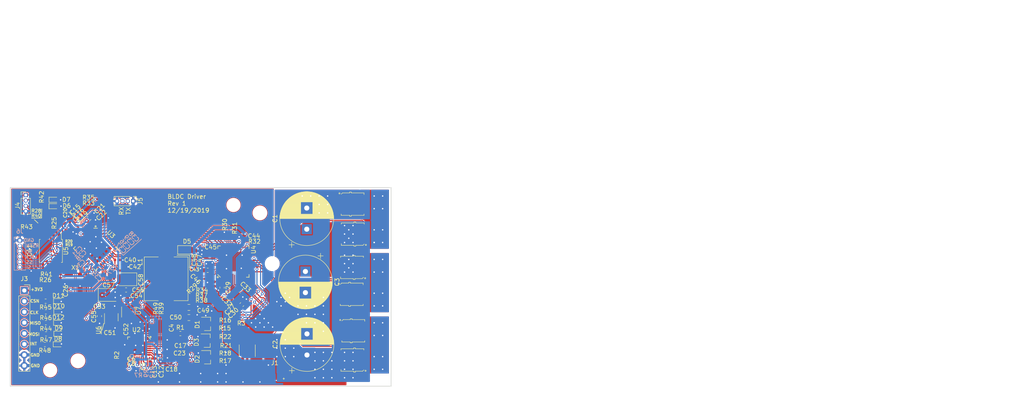
<source format=kicad_pcb>
(kicad_pcb (version 20171130) (host pcbnew 5.1.5-52549c5~84~ubuntu19.10.1)

  (general
    (thickness 1.6)
    (drawings 40)
    (tracks 1565)
    (zones 0)
    (modules 126)
    (nets 92)
  )

  (page USLetter)
  (title_block
    (title "Project Title")
  )

  (layers
    (0 F.Cu signal)
    (31 B.Cu signal)
    (34 B.Paste user)
    (35 F.Paste user)
    (36 B.SilkS user)
    (37 F.SilkS user)
    (38 B.Mask user)
    (39 F.Mask user)
    (40 Dwgs.User user)
    (44 Edge.Cuts user)
    (46 B.CrtYd user)
    (47 F.CrtYd user)
    (48 B.Fab user)
    (49 F.Fab user)
  )

  (setup
    (last_trace_width 0.1524)
    (user_trace_width 0.1524)
    (user_trace_width 0.254)
    (user_trace_width 0.3302)
    (user_trace_width 0.508)
    (user_trace_width 0.762)
    (user_trace_width 1.27)
    (trace_clearance 0.1524)
    (zone_clearance 0.254)
    (zone_45_only yes)
    (trace_min 0.1524)
    (via_size 0.6858)
    (via_drill 0.3302)
    (via_min_size 0.6858)
    (via_min_drill 0.3302)
    (user_via 0.6858 0.3302)
    (user_via 0.762 0.4064)
    (user_via 0.8636 0.508)
    (uvia_size 0.6858)
    (uvia_drill 0.3302)
    (uvias_allowed no)
    (uvia_min_size 0)
    (uvia_min_drill 0)
    (edge_width 0.1524)
    (segment_width 0.1524)
    (pcb_text_width 0.1524)
    (pcb_text_size 1.016 1.016)
    (mod_edge_width 0.1524)
    (mod_text_size 1.016 1.016)
    (mod_text_width 0.1524)
    (pad_size 1.524 1.524)
    (pad_drill 0.762)
    (pad_to_mask_clearance 0.0508)
    (solder_mask_min_width 0.1016)
    (pad_to_paste_clearance -0.0762)
    (aux_axis_origin 0 0)
    (visible_elements FFFFDF7D)
    (pcbplotparams
      (layerselection 0x310fc_ffffffff)
      (usegerberextensions true)
      (usegerberattributes false)
      (usegerberadvancedattributes false)
      (creategerberjobfile false)
      (excludeedgelayer true)
      (linewidth 0.100000)
      (plotframeref false)
      (viasonmask false)
      (mode 1)
      (useauxorigin false)
      (hpglpennumber 1)
      (hpglpenspeed 20)
      (hpglpendiameter 15.000000)
      (psnegative false)
      (psa4output false)
      (plotreference true)
      (plotvalue true)
      (plotinvisibletext false)
      (padsonsilk false)
      (subtractmaskfromsilk false)
      (outputformat 1)
      (mirror false)
      (drillshape 0)
      (scaleselection 1)
      (outputdirectory "bldc-drivr-gerbers"))
  )

  (net 0 "")
  (net 1 GND)
  (net 2 /VDRAIN)
  (net 3 "Net-(C4-Pad1)")
  (net 4 /FPGA_IO_3V3)
  (net 5 /FPGA_CORE_1V2)
  (net 6 /A_ADC)
  (net 7 /C_ADC)
  (net 8 /B_ADC)
  (net 9 "Net-(C29-Pad1)")
  (net 10 "Net-(C32-Pad2)")
  (net 11 "Net-(C32-Pad1)")
  (net 12 "Net-(C33-Pad2)")
  (net 13 "Net-(C35-Pad1)")
  (net 14 "Net-(C43-Pad1)")
  (net 15 "Net-(C45-Pad1)")
  (net 16 "Net-(C46-Pad2)")
  (net 17 "Net-(C46-Pad1)")
  (net 18 "Net-(C49-Pad1)")
  (net 19 /VBUCK_5V0)
  (net 20 /FPGA_SCL)
  (net 21 /FPGA_SDA)
  (net 22 /IF_INT)
  (net 23 /IF_DIN)
  (net 24 /IF_SCK)
  (net 25 /IF_nCS)
  (net 26 /IF_DOUT)
  (net 27 /C)
  (net 28 /A)
  (net 29 /B)
  (net 30 "Net-(J3-Pad6)")
  (net 31 "Net-(J3-Pad5)")
  (net 32 "Net-(J3-Pad4)")
  (net 33 "Net-(J3-Pad3)")
  (net 34 "Net-(J3-Pad2)")
  (net 35 /DBG_RXD)
  (net 36 /DBG_TXD)
  (net 37 "Net-(L1-Pad2)")
  (net 38 /GHA)
  (net 39 /GLA)
  (net 40 /GHB)
  (net 41 /GLB)
  (net 42 /GHC)
  (net 43 /GLC)
  (net 44 /SOA)
  (net 45 /ADC_CNVSTN)
  (net 46 /SNA)
  (net 47 /SPA)
  (net 48 /ADC_SCK)
  (net 49 /ADC_CSN)
  (net 50 /ADC_DIN)
  (net 51 "Net-(R20-Pad2)")
  (net 52 /FLASH_SS)
  (net 53 /FLASH_SCK)
  (net 54 "Net-(R29-Pad1)")
  (net 55 /DRV_EN)
  (net 56 /DRV_SDO)
  (net 57 /DRV_nFAULT)
  (net 58 "Net-(R34-Pad1)")
  (net 59 /FB)
  (net 60 "Net-(R40-Pad2)")
  (net 61 "Net-(R41-Pad2)")
  (net 62 /ADC_EOCN)
  (net 63 /ADC_DOUT)
  (net 64 /DRV_nCS)
  (net 65 /INHA)
  (net 66 /INLA)
  (net 67 /INHB)
  (net 68 /INLB)
  (net 69 /INHC)
  (net 70 /INLC)
  (net 71 "Net-(U3-Pad31)")
  (net 72 /ICE40_CLK_25MHZ)
  (net 73 /FLASH_SI)
  (net 74 /FLASH_SO)
  (net 75 /DRV_SDI)
  (net 76 /DRV_SCK)
  (net 77 "Net-(U4-Pad24)")
  (net 78 "Net-(U4-Pad23)")
  (net 79 "Net-(U4-Pad22)")
  (net 80 "Net-(U4-Pad21)")
  (net 81 "Net-(U4-Pad14)")
  (net 82 "Net-(U4-Pad13)")
  (net 83 "Net-(X1-Pad1)")
  (net 84 /VSOURCE)
  (net 85 "Net-(U3-Pad12)")
  (net 86 "Net-(U3-Pad11)")
  (net 87 "Net-(U3-Pad10)")
  (net 88 "Net-(U3-Pad9)")
  (net 89 "Net-(U3-Pad6)")
  (net 90 "Net-(U3-Pad13)")
  (net 91 /FPGA_RSTN)

  (net_class Default "This is the default net class."
    (clearance 0.1524)
    (trace_width 0.1524)
    (via_dia 0.6858)
    (via_drill 0.3302)
    (uvia_dia 0.6858)
    (uvia_drill 0.3302)
    (add_net /A)
    (add_net /ADC_CNVSTN)
    (add_net /ADC_CSN)
    (add_net /ADC_DIN)
    (add_net /ADC_DOUT)
    (add_net /ADC_EOCN)
    (add_net /ADC_SCK)
    (add_net /A_ADC)
    (add_net /B)
    (add_net /B_ADC)
    (add_net /C)
    (add_net /C_ADC)
    (add_net /DBG_RXD)
    (add_net /DBG_TXD)
    (add_net /DRV_EN)
    (add_net /DRV_SCK)
    (add_net /DRV_SDI)
    (add_net /DRV_SDO)
    (add_net /DRV_nCS)
    (add_net /DRV_nFAULT)
    (add_net /FB)
    (add_net /FLASH_SCK)
    (add_net /FLASH_SI)
    (add_net /FLASH_SO)
    (add_net /FLASH_SS)
    (add_net /FPGA_CORE_1V2)
    (add_net /FPGA_IO_3V3)
    (add_net /FPGA_RSTN)
    (add_net /FPGA_SCL)
    (add_net /FPGA_SDA)
    (add_net /GHA)
    (add_net /GHB)
    (add_net /GHC)
    (add_net /GLA)
    (add_net /GLB)
    (add_net /GLC)
    (add_net /ICE40_CLK_25MHZ)
    (add_net /IF_DIN)
    (add_net /IF_DOUT)
    (add_net /IF_INT)
    (add_net /IF_SCK)
    (add_net /IF_nCS)
    (add_net /INHA)
    (add_net /INHB)
    (add_net /INHC)
    (add_net /INLA)
    (add_net /INLB)
    (add_net /INLC)
    (add_net /SNA)
    (add_net /SOA)
    (add_net /SPA)
    (add_net /VBUCK_5V0)
    (add_net /VDRAIN)
    (add_net /VSOURCE)
    (add_net GND)
    (add_net "Net-(C29-Pad1)")
    (add_net "Net-(C32-Pad1)")
    (add_net "Net-(C32-Pad2)")
    (add_net "Net-(C33-Pad2)")
    (add_net "Net-(C35-Pad1)")
    (add_net "Net-(C4-Pad1)")
    (add_net "Net-(C43-Pad1)")
    (add_net "Net-(C45-Pad1)")
    (add_net "Net-(C46-Pad1)")
    (add_net "Net-(C46-Pad2)")
    (add_net "Net-(C49-Pad1)")
    (add_net "Net-(J3-Pad2)")
    (add_net "Net-(J3-Pad3)")
    (add_net "Net-(J3-Pad4)")
    (add_net "Net-(J3-Pad5)")
    (add_net "Net-(J3-Pad6)")
    (add_net "Net-(L1-Pad2)")
    (add_net "Net-(R20-Pad2)")
    (add_net "Net-(R29-Pad1)")
    (add_net "Net-(R34-Pad1)")
    (add_net "Net-(R40-Pad2)")
    (add_net "Net-(R41-Pad2)")
    (add_net "Net-(U3-Pad10)")
    (add_net "Net-(U3-Pad11)")
    (add_net "Net-(U3-Pad12)")
    (add_net "Net-(U3-Pad13)")
    (add_net "Net-(U3-Pad31)")
    (add_net "Net-(U3-Pad6)")
    (add_net "Net-(U3-Pad9)")
    (add_net "Net-(U4-Pad13)")
    (add_net "Net-(U4-Pad14)")
    (add_net "Net-(U4-Pad21)")
    (add_net "Net-(U4-Pad22)")
    (add_net "Net-(U4-Pad23)")
    (add_net "Net-(U4-Pad24)")
    (add_net "Net-(X1-Pad1)")
  )

  (module bldc-parts:stencil_alignment_pin (layer F.Cu) (tedit 5DFB7EF9) (tstamp 5DFBF96A)
    (at 69.75 107.125)
    (path /5E00EE37)
    (fp_text reference H5 (at 0 0.5) (layer F.SilkS) hide
      (effects (font (size 1 1) (thickness 0.15)))
    )
    (fp_text value MountingHole (at 0 -0.5) (layer F.Fab) hide
      (effects (font (size 1 1) (thickness 0.15)))
    )
    (pad "" np_thru_hole circle (at 0 0) (size 3.05 3.05) (drill 3.05) (layers *.Cu *.Paste *.Mask))
  )

  (module bldc-parts:stencil_alignment_pin (layer F.Cu) (tedit 5DFB7EF9) (tstamp 5DFBF965)
    (at 78.925 121)
    (path /5E00EA64)
    (fp_text reference H4 (at 0 0.5) (layer F.SilkS) hide
      (effects (font (size 1 1) (thickness 0.15)))
    )
    (fp_text value MountingHole (at 0 -0.5) (layer F.Fab) hide
      (effects (font (size 1 1) (thickness 0.15)))
    )
    (pad "" np_thru_hole circle (at 0 0) (size 3.05 3.05) (drill 3.05) (layers *.Cu *.Paste *.Mask))
  )

  (module bldc-parts:stencil_alignment_pin (layer F.Cu) (tedit 5DFB7EF9) (tstamp 5DFC0402)
    (at 26.425 146.225)
    (path /5E00E72A)
    (fp_text reference H3 (at 0 0.5) (layer F.SilkS) hide
      (effects (font (size 1 1) (thickness 0.15)))
    )
    (fp_text value MountingHole (at 0 -0.5) (layer F.Fab) hide
      (effects (font (size 1 1) (thickness 0.15)))
    )
    (pad "" np_thru_hole circle (at 0 0) (size 3.05 3.05) (drill 3.05) (layers *.Cu *.Paste *.Mask))
  )

  (module Connector_PinSocket_1.27mm:PinSocket_1x06_P1.27mm_Vertical (layer B.Cu) (tedit 5A19A420) (tstamp 5DFB9F2F)
    (at 19.25 115.5 180)
    (descr "Through hole straight socket strip, 1x06, 1.27mm pitch, single row (from Kicad 4.0.7), script generated")
    (tags "Through hole socket strip THT 1x06 1.27mm single row")
    (path /5DFFFE4A)
    (fp_text reference J6 (at 0 2.135 180) (layer B.SilkS)
      (effects (font (size 1 1) (thickness 0.15)) (justify mirror))
    )
    (fp_text value Conn_01x06 (at 0 -8.485 180) (layer B.Fab)
      (effects (font (size 1 1) (thickness 0.15)) (justify mirror))
    )
    (fp_text user %R (at 0 -3.175 90) (layer B.Fab)
      (effects (font (size 1 1) (thickness 0.15)) (justify mirror))
    )
    (fp_line (start -1.8 -7.5) (end -1.8 1.15) (layer B.CrtYd) (width 0.05))
    (fp_line (start 1.75 -7.5) (end -1.8 -7.5) (layer B.CrtYd) (width 0.05))
    (fp_line (start 1.75 1.15) (end 1.75 -7.5) (layer B.CrtYd) (width 0.05))
    (fp_line (start -1.8 1.15) (end 1.75 1.15) (layer B.CrtYd) (width 0.05))
    (fp_line (start 0 0.76) (end 1.33 0.76) (layer B.SilkS) (width 0.12))
    (fp_line (start 1.33 0.76) (end 1.33 0) (layer B.SilkS) (width 0.12))
    (fp_line (start 1.33 -0.635) (end 1.33 -7.045) (layer B.SilkS) (width 0.12))
    (fp_line (start 0.30753 -7.045) (end 1.33 -7.045) (layer B.SilkS) (width 0.12))
    (fp_line (start -1.33 -7.045) (end -0.30753 -7.045) (layer B.SilkS) (width 0.12))
    (fp_line (start -1.33 -0.635) (end -1.33 -7.045) (layer B.SilkS) (width 0.12))
    (fp_line (start 0.76 -0.635) (end 1.33 -0.635) (layer B.SilkS) (width 0.12))
    (fp_line (start -1.33 -0.635) (end -0.76 -0.635) (layer B.SilkS) (width 0.12))
    (fp_line (start -1.27 -6.985) (end -1.27 0.635) (layer B.Fab) (width 0.1))
    (fp_line (start 1.27 -6.985) (end -1.27 -6.985) (layer B.Fab) (width 0.1))
    (fp_line (start 1.27 0) (end 1.27 -6.985) (layer B.Fab) (width 0.1))
    (fp_line (start 0.635 0.635) (end 1.27 0) (layer B.Fab) (width 0.1))
    (fp_line (start -1.27 0.635) (end 0.635 0.635) (layer B.Fab) (width 0.1))
    (pad 6 thru_hole oval (at 0 -6.35 180) (size 1 1) (drill 0.7) (layers *.Cu *.Mask)
      (net 73 /FLASH_SI))
    (pad 5 thru_hole oval (at 0 -5.08 180) (size 1 1) (drill 0.7) (layers *.Cu *.Mask)
      (net 52 /FLASH_SS))
    (pad 4 thru_hole oval (at 0 -3.81 180) (size 1 1) (drill 0.7) (layers *.Cu *.Mask)
      (net 53 /FLASH_SCK))
    (pad 3 thru_hole oval (at 0 -2.54 180) (size 1 1) (drill 0.7) (layers *.Cu *.Mask)
      (net 74 /FLASH_SO))
    (pad 2 thru_hole oval (at 0 -1.27 180) (size 1 1) (drill 0.7) (layers *.Cu *.Mask)
      (net 91 /FPGA_RSTN))
    (pad 1 thru_hole rect (at 0 0 180) (size 1 1) (drill 0.7) (layers *.Cu *.Mask)
      (net 1 GND))
    (model ${KISYS3DMOD}/Connector_PinSocket_1.27mm.3dshapes/PinSocket_1x06_P1.27mm_Vertical.wrl
      (at (xyz 0 0 0))
      (scale (xyz 1 1 1))
      (rotate (xyz 0 0 0))
    )
  )

  (module MountingHole:MountingHole_3.2mm_M3 (layer F.Cu) (tedit 56D1B4CB) (tstamp 5DFB9E61)
    (at 76 109)
    (descr "Mounting Hole 3.2mm, no annular, M3")
    (tags "mounting hole 3.2mm no annular m3")
    (path /5DFFE80E)
    (attr virtual)
    (fp_text reference H2 (at 0.35 -0.25) (layer F.SilkS) hide
      (effects (font (size 1 1) (thickness 0.15)))
    )
    (fp_text value MountingHole (at 0 4.2) (layer F.Fab) hide
      (effects (font (size 1 1) (thickness 0.15)))
    )
    (fp_circle (center 0 0) (end 3.45 0) (layer F.CrtYd) (width 0.05))
    (fp_circle (center 0 0) (end 3.2 0) (layer Cmts.User) (width 0.15))
    (fp_text user %R (at 0.3 0) (layer F.Fab)
      (effects (font (size 1 1) (thickness 0.15)))
    )
    (pad 1 np_thru_hole circle (at 0 0) (size 3.2 3.2) (drill 3.2) (layers *.Cu *.Mask))
  )

  (module MountingHole:MountingHole_3.2mm_M3 (layer F.Cu) (tedit 56D1B4CB) (tstamp 5DFB9E59)
    (at 33 144)
    (descr "Mounting Hole 3.2mm, no annular, M3")
    (tags "mounting hole 3.2mm no annular m3")
    (path /5DFFD63B)
    (attr virtual)
    (fp_text reference H1 (at 0 -4.2) (layer F.SilkS) hide
      (effects (font (size 1 1) (thickness 0.15)))
    )
    (fp_text value MountingHole (at 0 4.2) (layer F.Fab) hide
      (effects (font (size 1 1) (thickness 0.15)))
    )
    (fp_circle (center 0 0) (end 3.45 0) (layer F.CrtYd) (width 0.05))
    (fp_circle (center 0 0) (end 3.2 0) (layer Cmts.User) (width 0.15))
    (fp_text user %R (at 0.3 0) (layer F.Fab)
      (effects (font (size 1 1) (thickness 0.15)))
    )
    (pad 1 np_thru_hole circle (at 0 0) (size 3.2 3.2) (drill 3.2) (layers *.Cu *.Mask))
  )

  (module bldc-parts:TI_RGZ-48 (layer F.Cu) (tedit 5DFB090A) (tstamp 5DE3F89E)
    (at 69.73 120.51 90)
    (path /5DCD5043)
    (fp_text reference U4 (at 2.81 4.77 90) (layer F.SilkS)
      (effects (font (size 1 1) (thickness 0.15)))
    )
    (fp_text value DRV8353RSRGZ (at 0 -0.5 90) (layer F.Fab) hide
      (effects (font (size 1 1) (thickness 0.15)))
    )
    (fp_poly (pts (xy 0.84 1.261) (xy 0.84 2.631) (xy 2.12 2.631) (xy 2.12 1.261)) (layer F.Paste) (width 0.1))
    (fp_poly (pts (xy 0.84 -0.497) (xy 0.84 0.873) (xy 2.12 0.873) (xy 2.12 -0.497)) (layer F.Paste) (width 0.1))
    (fp_poly (pts (xy 0.84 -2.255) (xy 0.84 -0.885) (xy 2.12 -0.885) (xy 2.12 -2.255)) (layer F.Paste) (width 0.1))
    (fp_poly (pts (xy -0.64 1.261) (xy -0.64 2.631) (xy 0.64 2.631) (xy 0.64 1.261)) (layer F.Paste) (width 0.1))
    (fp_poly (pts (xy -0.64 -0.497) (xy -0.64 0.873) (xy 0.64 0.873) (xy 0.64 -0.497)) (layer F.Paste) (width 0.1))
    (fp_poly (pts (xy -0.64 -2.255) (xy -0.64 -0.885) (xy 0.64 -0.885) (xy 0.64 -2.255)) (layer F.Paste) (width 0.1))
    (fp_poly (pts (xy -2.12 1.261) (xy -2.12 2.631) (xy -0.84 2.631) (xy -0.84 1.261)) (layer F.Paste) (width 0.1))
    (fp_poly (pts (xy -2.12 -0.497) (xy -2.12 0.873) (xy -0.84 0.873) (xy -0.84 -0.497)) (layer F.Paste) (width 0.1))
    (fp_poly (pts (xy -2.12 -2.255) (xy -2.12 -0.885) (xy -0.84 -0.885) (xy -0.84 -2.255)) (layer F.Paste) (width 0.1))
    (fp_line (start -3.85 -3.02) (end -3.8 -3.02) (layer F.CrtYd) (width 0.15))
    (fp_line (start -3.85 3.02) (end -3.85 -3.02) (layer F.CrtYd) (width 0.15))
    (fp_line (start -3.8 3.02) (end -3.85 3.02) (layer F.CrtYd) (width 0.15))
    (fp_line (start -3.8 3.8) (end -3.8 3.02) (layer F.CrtYd) (width 0.15))
    (fp_line (start 3.8 3.8) (end -3.8 3.8) (layer F.CrtYd) (width 0.15))
    (fp_line (start 3.8 3.02) (end 3.8 3.8) (layer F.CrtYd) (width 0.15))
    (fp_line (start 3.85 3.02) (end 3.8 3.02) (layer F.CrtYd) (width 0.15))
    (fp_line (start 3.85 -3.02) (end 3.85 3.02) (layer F.CrtYd) (width 0.15))
    (fp_line (start 3.8 -3.02) (end 3.85 -3.02) (layer F.CrtYd) (width 0.15))
    (fp_line (start 3.8 -3.8) (end 3.8 -3.02) (layer F.CrtYd) (width 0.15))
    (fp_line (start -3.8 -3.8) (end 3.8 -3.8) (layer F.CrtYd) (width 0.15))
    (fp_line (start -3.8 -3.02) (end -3.8 -3.8) (layer F.CrtYd) (width 0.15))
    (fp_line (start -3.55 -3.25) (end -3.55 3.55) (layer F.Fab) (width 0.15))
    (fp_line (start -3.55 3.55) (end 3.55 3.55) (layer F.Fab) (width 0.15))
    (fp_line (start 3.55 3.55) (end 3.55 -3.55) (layer F.Fab) (width 0.15))
    (fp_line (start 3.55 -3.55) (end -3.25 -3.55) (layer F.Fab) (width 0.15))
    (fp_line (start -3.25 -3.55) (end -3.55 -3.25) (layer F.Fab) (width 0.15))
    (fp_circle (center -3.7 -3.7) (end -3.7 -3.85) (layer F.SilkS) (width 0.15))
    (fp_line (start 3.7 -3.7) (end 3.07 -3.7) (layer F.SilkS) (width 0.15))
    (fp_line (start 3.7 -3.07) (end 3.7 -3.7) (layer F.SilkS) (width 0.15))
    (fp_line (start 3.7 3.7) (end 3.7 3.07) (layer F.SilkS) (width 0.15))
    (fp_line (start 3.07 3.7) (end 3.7 3.7) (layer F.SilkS) (width 0.15))
    (fp_line (start -3.07 3.7) (end -3.7 3.7) (layer F.SilkS) (width 0.15))
    (fp_line (start -3.7 3.7) (end -3.7 3.07) (layer F.SilkS) (width 0.15))
    (fp_line (start -3.7 -3.07) (end -3.07 -3.7) (layer F.SilkS) (width 0.15))
    (fp_text user %R (at 0 0 90) (layer F.Fab)
      (effects (font (size 1 1) (thickness 0.15)))
    )
    (pad 0 smd roundrect (at 0 0.188 90) (size 4.6 4.975) (layers F.Cu F.Mask) (roundrect_rratio 0.011)
      (net 1 GND) (solder_mask_margin 0.1))
    (pad 48 smd roundrect (at -2.75 -3.4 90) (size 0.24 0.6) (layers F.Cu F.Paste F.Mask) (roundrect_rratio 0.2083333333333333)
      (net 59 /FB) (solder_mask_margin 0.1))
    (pad 47 smd roundrect (at -2.25 -3.4 90) (size 0.24 0.6) (layers F.Cu F.Paste F.Mask) (roundrect_rratio 0.2083333333333333)
      (net 58 "Net-(R34-Pad1)") (solder_mask_margin 0.1))
    (pad 46 smd roundrect (at -1.75 -3.4 90) (size 0.24 0.6) (layers F.Cu F.Paste F.Mask) (roundrect_rratio 0.2083333333333333)
      (net 54 "Net-(R29-Pad1)") (solder_mask_margin 0.1))
    (pad 45 smd roundrect (at -1.25 -3.4 90) (size 0.24 0.6) (layers F.Cu F.Paste F.Mask) (roundrect_rratio 0.2083333333333333)
      (net 17 "Net-(C46-Pad1)") (solder_mask_margin 0.1))
    (pad 44 smd roundrect (at -0.75 -3.4 90) (size 0.24 0.6) (layers F.Cu F.Paste F.Mask) (roundrect_rratio 0.2083333333333333)
      (net 14 "Net-(C43-Pad1)") (solder_mask_margin 0.1))
    (pad 43 smd roundrect (at -0.25 -3.4 90) (size 0.24 0.6) (layers F.Cu F.Paste F.Mask) (roundrect_rratio 0.2083333333333333)
      (net 2 /VDRAIN) (solder_mask_margin 0.1))
    (pad 42 smd roundrect (at 0.25 -3.4 90) (size 0.24 0.6) (layers F.Cu F.Paste F.Mask) (roundrect_rratio 0.2083333333333333)
      (net 16 "Net-(C46-Pad2)") (solder_mask_margin 0.1))
    (pad 41 smd roundrect (at 0.75 -3.4 90) (size 0.24 0.6) (layers F.Cu F.Paste F.Mask) (roundrect_rratio 0.2083333333333333)
      (net 1 GND) (solder_mask_margin 0.1))
    (pad 40 smd roundrect (at 1.25 -3.4 90) (size 0.24 0.6) (layers F.Cu F.Paste F.Mask) (roundrect_rratio 0.2083333333333333)
      (net 15 "Net-(C45-Pad1)") (solder_mask_margin 0.1))
    (pad 39 smd roundrect (at 1.75 -3.4 90) (size 0.24 0.6) (layers F.Cu F.Paste F.Mask) (roundrect_rratio 0.2083333333333333)
      (net 70 /INLC) (solder_mask_margin 0.1))
    (pad 38 smd roundrect (at 2.25 -3.4 90) (size 0.24 0.6) (layers F.Cu F.Paste F.Mask) (roundrect_rratio 0.2083333333333333)
      (net 69 /INHC) (solder_mask_margin 0.1))
    (pad 37 smd roundrect (at 2.75 -3.4 90) (size 0.24 0.6) (layers F.Cu F.Paste F.Mask) (roundrect_rratio 0.2083333333333333)
      (net 68 /INLB) (solder_mask_margin 0.1))
    (pad 36 smd roundrect (at 3.4 -2.75 90) (size 0.6 0.24) (layers F.Cu F.Paste F.Mask) (roundrect_rratio 0.2083333333333333)
      (net 67 /INHB) (solder_mask_margin 0.1))
    (pad 35 smd roundrect (at 3.4 -2.25 90) (size 0.6 0.24) (layers F.Cu F.Paste F.Mask) (roundrect_rratio 0.2083333333333333)
      (net 66 /INLA) (solder_mask_margin 0.1))
    (pad 34 smd roundrect (at 3.4 -1.75 90) (size 0.6 0.24) (layers F.Cu F.Paste F.Mask) (roundrect_rratio 0.2083333333333333)
      (net 65 /INHA) (solder_mask_margin 0.1))
    (pad 33 smd roundrect (at 3.4 -1.25 90) (size 0.6 0.24) (layers F.Cu F.Paste F.Mask) (roundrect_rratio 0.2083333333333333)
      (net 55 /DRV_EN) (solder_mask_margin 0.1))
    (pad 32 smd roundrect (at 3.4 -0.75 90) (size 0.6 0.24) (layers F.Cu F.Paste F.Mask) (roundrect_rratio 0.2083333333333333)
      (net 64 /DRV_nCS) (solder_mask_margin 0.1))
    (pad 31 smd roundrect (at 3.4 -0.25 90) (size 0.6 0.24) (layers F.Cu F.Paste F.Mask) (roundrect_rratio 0.2083333333333333)
      (net 76 /DRV_SCK) (solder_mask_margin 0.1))
    (pad 30 smd roundrect (at 3.4 0.25 90) (size 0.6 0.24) (layers F.Cu F.Paste F.Mask) (roundrect_rratio 0.2083333333333333)
      (net 75 /DRV_SDI) (solder_mask_margin 0.1))
    (pad 29 smd roundrect (at 3.4 0.75 90) (size 0.6 0.24) (layers F.Cu F.Paste F.Mask) (roundrect_rratio 0.2083333333333333)
      (net 56 /DRV_SDO) (solder_mask_margin 0.1))
    (pad 28 smd roundrect (at 3.4 1.25 90) (size 0.6 0.24) (layers F.Cu F.Paste F.Mask) (roundrect_rratio 0.2083333333333333)
      (net 57 /DRV_nFAULT) (solder_mask_margin 0.1))
    (pad 27 smd roundrect (at 3.4 1.75 90) (size 0.6 0.24) (layers F.Cu F.Paste F.Mask) (roundrect_rratio 0.2083333333333333)
      (net 1 GND) (solder_mask_margin 0.1))
    (pad 26 smd roundrect (at 3.4 2.25 90) (size 0.6 0.24) (layers F.Cu F.Paste F.Mask) (roundrect_rratio 0.2083333333333333)
      (net 4 /FPGA_IO_3V3) (solder_mask_margin 0.1))
    (pad 25 smd roundrect (at 3.4 2.75 90) (size 0.6 0.24) (layers F.Cu F.Paste F.Mask) (roundrect_rratio 0.2083333333333333)
      (net 44 /SOA) (solder_mask_margin 0.1))
    (pad 24 smd roundrect (at 2.75 3.4 90) (size 0.24 0.6) (layers F.Cu F.Paste F.Mask) (roundrect_rratio 0.2083333333333333)
      (net 77 "Net-(U4-Pad24)") (solder_mask_margin 0.1))
    (pad 23 smd roundrect (at 2.25 3.4 90) (size 0.24 0.6) (layers F.Cu F.Paste F.Mask) (roundrect_rratio 0.2083333333333333)
      (net 78 "Net-(U4-Pad23)") (solder_mask_margin 0.1))
    (pad 22 smd roundrect (at 1.75 3.4 90) (size 0.24 0.6) (layers F.Cu F.Paste F.Mask) (roundrect_rratio 0.2083333333333333)
      (net 79 "Net-(U4-Pad22)") (solder_mask_margin 0.1))
    (pad 21 smd roundrect (at 1.25 3.4 90) (size 0.24 0.6) (layers F.Cu F.Paste F.Mask) (roundrect_rratio 0.2083333333333333)
      (net 80 "Net-(U4-Pad21)") (solder_mask_margin 0.1))
    (pad 20 smd roundrect (at 0.75 3.4 90) (size 0.24 0.6) (layers F.Cu F.Paste F.Mask) (roundrect_rratio 0.2083333333333333)
      (net 43 /GLC) (solder_mask_margin 0.1))
    (pad 19 smd roundrect (at 0.25 3.4 90) (size 0.24 0.6) (layers F.Cu F.Paste F.Mask) (roundrect_rratio 0.2083333333333333)
      (net 27 /C) (solder_mask_margin 0.1))
    (pad 18 smd roundrect (at -0.25 3.4 90) (size 0.24 0.6) (layers F.Cu F.Paste F.Mask) (roundrect_rratio 0.2083333333333333)
      (net 42 /GHC) (solder_mask_margin 0.1))
    (pad 17 smd roundrect (at -0.75 3.4 90) (size 0.24 0.6) (layers F.Cu F.Paste F.Mask) (roundrect_rratio 0.2083333333333333)
      (net 40 /GHB) (solder_mask_margin 0.1))
    (pad 16 smd roundrect (at -1.25 3.4 90) (size 0.24 0.6) (layers F.Cu F.Paste F.Mask) (roundrect_rratio 0.2083333333333333)
      (net 29 /B) (solder_mask_margin 0.1))
    (pad 15 smd roundrect (at -1.75 3.4 90) (size 0.24 0.6) (layers F.Cu F.Paste F.Mask) (roundrect_rratio 0.2083333333333333)
      (net 41 /GLB) (solder_mask_margin 0.1))
    (pad 14 smd roundrect (at -2.25 3.4 90) (size 0.24 0.6) (layers F.Cu F.Paste F.Mask) (roundrect_rratio 0.2083333333333333)
      (net 81 "Net-(U4-Pad14)") (solder_mask_margin 0.1))
    (pad 13 smd roundrect (at -2.75 3.4 90) (size 0.24 0.6) (layers F.Cu F.Paste F.Mask) (roundrect_rratio 0.2083333333333333)
      (net 82 "Net-(U4-Pad13)") (solder_mask_margin 0.1))
    (pad 12 smd roundrect (at -3.4 2.75 90) (size 0.6 0.24) (layers F.Cu F.Paste F.Mask) (roundrect_rratio 0.2083333333333333)
      (net 46 /SNA) (solder_mask_margin 0.1))
    (pad 11 smd roundrect (at -3.4 2.25 90) (size 0.6 0.24) (layers F.Cu F.Paste F.Mask) (roundrect_rratio 0.2083333333333333)
      (net 47 /SPA) (solder_mask_margin 0.1))
    (pad 10 smd roundrect (at -3.4 1.75 90) (size 0.6 0.24) (layers F.Cu F.Paste F.Mask) (roundrect_rratio 0.2083333333333333)
      (net 39 /GLA) (solder_mask_margin 0.1))
    (pad 9 smd roundrect (at -3.4 1.25 90) (size 0.6 0.24) (layers F.Cu F.Paste F.Mask) (roundrect_rratio 0.2083333333333333)
      (net 28 /A) (solder_mask_margin 0.1))
    (pad 8 smd roundrect (at -3.4 0.75 90) (size 0.6 0.24) (layers F.Cu F.Paste F.Mask) (roundrect_rratio 0.2083333333333333)
      (net 38 /GHA) (solder_mask_margin 0.1))
    (pad 7 smd roundrect (at -3.4 0.25 90) (size 0.6 0.24) (layers F.Cu F.Paste F.Mask) (roundrect_rratio 0.2083333333333333)
      (net 12 "Net-(C33-Pad2)") (solder_mask_margin 0.1))
    (pad 6 smd roundrect (at -3.4 -0.25 90) (size 0.6 0.24) (layers F.Cu F.Paste F.Mask) (roundrect_rratio 0.2083333333333333)
      (net 2 /VDRAIN) (solder_mask_margin 0.1))
    (pad 5 smd roundrect (at -3.4 -0.75 90) (size 0.6 0.24) (layers F.Cu F.Paste F.Mask) (roundrect_rratio 0.2083333333333333)
      (net 2 /VDRAIN) (solder_mask_margin 0.1))
    (pad 4 smd roundrect (at -3.4 -1.25 90) (size 0.6 0.24) (layers F.Cu F.Paste F.Mask) (roundrect_rratio 0.2083333333333333)
      (net 11 "Net-(C32-Pad1)") (solder_mask_margin 0.1))
    (pad 3 smd roundrect (at -3.4 -1.75 90) (size 0.6 0.24) (layers F.Cu F.Paste F.Mask) (roundrect_rratio 0.2083333333333333)
      (net 10 "Net-(C32-Pad2)") (solder_mask_margin 0.1))
    (pad 2 smd roundrect (at -3.4 -2.25 90) (size 0.6 0.24) (layers F.Cu F.Paste F.Mask) (roundrect_rratio 0.2083333333333333)
      (net 9 "Net-(C29-Pad1)") (solder_mask_margin 0.1))
    (pad 1 smd roundrect (at -3.4 -2.75 90) (size 0.6 0.24) (layers F.Cu F.Paste F.Mask) (roundrect_rratio 0.2083333333333333)
      (net 1 GND) (solder_mask_margin 0.1))
  )

  (module bldc-parts:Infineon_PG-TDSON-8-33 (layer F.Cu) (tedit 5DFB0DF4) (tstamp 5DFC751D)
    (at 97.76 121.85 90)
    (path /5DE87C22)
    (fp_text reference Q3 (at 0.35 4.74 90) (layer F.SilkS) hide
      (effects (font (size 1 1) (thickness 0.15)))
    )
    (fp_text value IPC90N04S5L3R3ATMA1 (at 0 -0.5 90) (layer F.Fab)
      (effects (font (size 1 1) (thickness 0.15)))
    )
    (fp_poly (pts (xy 0.1 -2.24) (xy 0.1 -0.74) (xy 1.6 -0.74) (xy 1.6 -2.24)) (layer F.Paste) (width 0.1))
    (fp_poly (pts (xy -1.6 -2.24) (xy -1.6 -0.74) (xy -0.1 -0.74) (xy -0.1 -2.24)) (layer F.Paste) (width 0.1))
    (fp_poly (pts (xy -1.6 -0.54) (xy -1.6 0.96) (xy -0.1 0.96) (xy -0.1 -0.54)) (layer F.Paste) (width 0.1))
    (fp_poly (pts (xy 0.1 -0.54) (xy 0.1 0.96) (xy 1.6 0.96) (xy 1.6 -0.54)) (layer F.Paste) (width 0.1))
    (fp_poly (pts (xy -2.155 2.87) (xy -2.155 3.72) (xy -1.655 3.72) (xy -1.655 2.87)) (layer F.Paste) (width 0.1))
    (fp_poly (pts (xy -0.885 2.87) (xy -0.885 3.72) (xy -0.385 3.72) (xy -0.385 2.87)) (layer F.Paste) (width 0.1))
    (fp_poly (pts (xy 0.385 2.87) (xy 0.385 3.72) (xy 0.885 3.72) (xy 0.885 2.87)) (layer F.Paste) (width 0.1))
    (fp_poly (pts (xy -2.165 2.25) (xy -2.165 2.75) (xy -1.315 2.75) (xy -1.315 2.25)) (layer F.Paste) (width 0.1))
    (fp_poly (pts (xy 0.035 2.25) (xy 0.035 2.75) (xy 0.885 2.75) (xy 0.885 2.25)) (layer F.Paste) (width 0.1))
    (fp_poly (pts (xy -1.065 2.25) (xy -1.065 2.75) (xy -0.215 2.75) (xy -0.215 2.25)) (layer F.Paste) (width 0.1))
    (fp_poly (pts (xy 1.655 2.52) (xy 1.655 3.72) (xy 2.155 3.72) (xy 2.155 2.52)) (layer F.Paste) (width 0.1))
    (fp_poly (pts (xy 1.655 -3.72) (xy 1.655 -2.52) (xy 2.155 -2.52) (xy 2.155 -3.72)) (layer F.Paste) (width 0.1))
    (fp_poly (pts (xy 0.385 -3.72) (xy 0.385 -2.52) (xy 0.885 -2.52) (xy 0.885 -3.72)) (layer F.Paste) (width 0.1))
    (fp_poly (pts (xy -0.885 -3.72) (xy -0.885 -2.52) (xy -0.385 -2.52) (xy -0.385 -3.72)) (layer F.Paste) (width 0.1))
    (fp_poly (pts (xy -2.155 -3.72) (xy -2.155 -2.52) (xy -1.655 -2.52) (xy -1.655 -3.72)) (layer F.Paste) (width 0.1))
    (fp_line (start -3 4) (end -3 -4) (layer F.CrtYd) (width 0.12))
    (fp_line (start 3 4) (end -3 4) (layer F.CrtYd) (width 0.12))
    (fp_line (start 3 -4) (end 3 4) (layer F.CrtYd) (width 0.12))
    (fp_line (start -3 -4) (end 3 -4) (layer F.CrtYd) (width 0.12))
    (fp_line (start -2.9 3.3) (end -2.9 -3.9) (layer F.Fab) (width 0.12))
    (fp_line (start -2.3 3.9) (end -2.9 3.3) (layer F.Fab) (width 0.12))
    (fp_line (start 2.9 3.9) (end -2.3 3.9) (layer F.Fab) (width 0.12))
    (fp_line (start 2.9 -3.9) (end 2.9 3.9) (layer F.Fab) (width 0.12))
    (fp_line (start -2.9 -3.9) (end 2.9 -3.9) (layer F.Fab) (width 0.12))
    (fp_line (start 2.6 0.3) (end 2.6 -2.7) (layer F.SilkS) (width 0.12))
    (fp_line (start -2.7 0.3) (end -2.7 -2.7) (layer F.SilkS) (width 0.12))
    (fp_line (start -2.9 0.7) (end -2.7 0.7) (layer F.SilkS) (width 0.12))
    (fp_line (start -2.9 0.3) (end -2.9 0.7) (layer F.SilkS) (width 0.12))
    (fp_line (start -2.7 0.3) (end -2.9 0.3) (layer F.SilkS) (width 0.12))
    (fp_line (start 2.8 0.7) (end 2.6 0.7) (layer F.SilkS) (width 0.12))
    (fp_line (start 2.8 0.3) (end 2.8 0.7) (layer F.SilkS) (width 0.12))
    (fp_line (start 2.6 0.3) (end 2.8 0.3) (layer F.SilkS) (width 0.12))
    (fp_line (start 2.6 -2.7) (end 2.3 -2.7) (layer F.SilkS) (width 0.12))
    (fp_line (start 2.3 2.7) (end 2.6 2.7) (layer F.SilkS) (width 0.12))
    (fp_line (start 2.6 0.7) (end 2.6 2.7) (layer F.SilkS) (width 0.12))
    (fp_line (start -2.7 2.4) (end -2.4 2.7) (layer F.SilkS) (width 0.12))
    (fp_line (start -2.7 0.7) (end -2.7 2.4) (layer F.SilkS) (width 0.12))
    (fp_line (start -2.3 -2.7) (end -2.7 -2.7) (layer F.SilkS) (width 0.12))
    (fp_circle (center -2.6 3.1) (end -2.458579 3.1) (layer F.SilkS) (width 0.12))
    (pad 1 smd rect (at -0.635 2.5275 90) (size 3.14 0.615) (layers F.Cu F.Mask)
      (net 29 /B))
    (pad 5 smd rect (at 0 -0.6475 90) (size 4.41 3.55) (layers F.Cu F.Mask)
      (net 2 /VDRAIN))
    (pad 5 smd rect (at 1.905 -3.095 90) (size 0.6 1.35) (layers F.Cu F.Mask)
      (net 2 /VDRAIN))
    (pad 8 smd rect (at -1.905 -3.095 90) (size 0.6 1.35) (layers F.Cu F.Mask)
      (net 2 /VDRAIN))
    (pad 7 smd rect (at -0.635 -3.095 90) (size 0.6 1.35) (layers F.Cu F.Mask)
      (net 2 /VDRAIN))
    (pad 1 smd rect (at -1.905 2.995 90) (size 0.6 1.55) (layers F.Cu F.Mask)
      (net 29 /B))
    (pad 4 smd rect (at 1.905 2.995 90) (size 0.6 1.55) (layers F.Cu F.Mask)
      (net 40 /GHB))
    (pad 2 smd rect (at -0.635 2.995 90) (size 0.6 1.55) (layers F.Cu F.Mask)
      (net 29 /B))
    (pad 3 smd rect (at 0.635 2.995 90) (size 0.6 1.55) (layers F.Cu F.Mask)
      (net 29 /B))
    (pad 6 smd rect (at 0.635 -3.095 90) (size 0.6 1.35) (layers F.Cu F.Mask)
      (net 2 /VDRAIN))
  )

  (module bldc-parts:Infineon_PG-TDSON-8-33 (layer F.Cu) (tedit 5DFB0DF4) (tstamp 5DE3F55C)
    (at 97.9 106.97 270)
    (path /5DE8AE13)
    (fp_text reference Q6 (at 0 -4.1 90) (layer F.SilkS) hide
      (effects (font (size 1 1) (thickness 0.15)))
    )
    (fp_text value IPC90N04S5L3R3ATMA1 (at 0 -0.5 90) (layer F.Fab)
      (effects (font (size 1 1) (thickness 0.15)))
    )
    (fp_poly (pts (xy 0.1 -2.24) (xy 0.1 -0.74) (xy 1.6 -0.74) (xy 1.6 -2.24)) (layer F.Paste) (width 0.1))
    (fp_poly (pts (xy -1.6 -2.24) (xy -1.6 -0.74) (xy -0.1 -0.74) (xy -0.1 -2.24)) (layer F.Paste) (width 0.1))
    (fp_poly (pts (xy -1.6 -0.54) (xy -1.6 0.96) (xy -0.1 0.96) (xy -0.1 -0.54)) (layer F.Paste) (width 0.1))
    (fp_poly (pts (xy 0.1 -0.54) (xy 0.1 0.96) (xy 1.6 0.96) (xy 1.6 -0.54)) (layer F.Paste) (width 0.1))
    (fp_poly (pts (xy -2.155 2.87) (xy -2.155 3.72) (xy -1.655 3.72) (xy -1.655 2.87)) (layer F.Paste) (width 0.1))
    (fp_poly (pts (xy -0.885 2.87) (xy -0.885 3.72) (xy -0.385 3.72) (xy -0.385 2.87)) (layer F.Paste) (width 0.1))
    (fp_poly (pts (xy 0.385 2.87) (xy 0.385 3.72) (xy 0.885 3.72) (xy 0.885 2.87)) (layer F.Paste) (width 0.1))
    (fp_poly (pts (xy -2.165 2.25) (xy -2.165 2.75) (xy -1.315 2.75) (xy -1.315 2.25)) (layer F.Paste) (width 0.1))
    (fp_poly (pts (xy 0.035 2.25) (xy 0.035 2.75) (xy 0.885 2.75) (xy 0.885 2.25)) (layer F.Paste) (width 0.1))
    (fp_poly (pts (xy -1.065 2.25) (xy -1.065 2.75) (xy -0.215 2.75) (xy -0.215 2.25)) (layer F.Paste) (width 0.1))
    (fp_poly (pts (xy 1.655 2.52) (xy 1.655 3.72) (xy 2.155 3.72) (xy 2.155 2.52)) (layer F.Paste) (width 0.1))
    (fp_poly (pts (xy 1.655 -3.72) (xy 1.655 -2.52) (xy 2.155 -2.52) (xy 2.155 -3.72)) (layer F.Paste) (width 0.1))
    (fp_poly (pts (xy 0.385 -3.72) (xy 0.385 -2.52) (xy 0.885 -2.52) (xy 0.885 -3.72)) (layer F.Paste) (width 0.1))
    (fp_poly (pts (xy -0.885 -3.72) (xy -0.885 -2.52) (xy -0.385 -2.52) (xy -0.385 -3.72)) (layer F.Paste) (width 0.1))
    (fp_poly (pts (xy -2.155 -3.72) (xy -2.155 -2.52) (xy -1.655 -2.52) (xy -1.655 -3.72)) (layer F.Paste) (width 0.1))
    (fp_line (start -3 4) (end -3 -4) (layer F.CrtYd) (width 0.12))
    (fp_line (start 3 4) (end -3 4) (layer F.CrtYd) (width 0.12))
    (fp_line (start 3 -4) (end 3 4) (layer F.CrtYd) (width 0.12))
    (fp_line (start -3 -4) (end 3 -4) (layer F.CrtYd) (width 0.12))
    (fp_line (start -2.9 3.3) (end -2.9 -3.9) (layer F.Fab) (width 0.12))
    (fp_line (start -2.3 3.9) (end -2.9 3.3) (layer F.Fab) (width 0.12))
    (fp_line (start 2.9 3.9) (end -2.3 3.9) (layer F.Fab) (width 0.12))
    (fp_line (start 2.9 -3.9) (end 2.9 3.9) (layer F.Fab) (width 0.12))
    (fp_line (start -2.9 -3.9) (end 2.9 -3.9) (layer F.Fab) (width 0.12))
    (fp_line (start 2.6 0.3) (end 2.6 -2.7) (layer F.SilkS) (width 0.12))
    (fp_line (start -2.7 0.3) (end -2.7 -2.7) (layer F.SilkS) (width 0.12))
    (fp_line (start -2.9 0.7) (end -2.7 0.7) (layer F.SilkS) (width 0.12))
    (fp_line (start -2.9 0.3) (end -2.9 0.7) (layer F.SilkS) (width 0.12))
    (fp_line (start -2.7 0.3) (end -2.9 0.3) (layer F.SilkS) (width 0.12))
    (fp_line (start 2.8 0.7) (end 2.6 0.7) (layer F.SilkS) (width 0.12))
    (fp_line (start 2.8 0.3) (end 2.8 0.7) (layer F.SilkS) (width 0.12))
    (fp_line (start 2.6 0.3) (end 2.8 0.3) (layer F.SilkS) (width 0.12))
    (fp_line (start 2.6 -2.7) (end 2.3 -2.7) (layer F.SilkS) (width 0.12))
    (fp_line (start 2.3 2.7) (end 2.6 2.7) (layer F.SilkS) (width 0.12))
    (fp_line (start 2.6 0.7) (end 2.6 2.7) (layer F.SilkS) (width 0.12))
    (fp_line (start -2.7 2.4) (end -2.4 2.7) (layer F.SilkS) (width 0.12))
    (fp_line (start -2.7 0.7) (end -2.7 2.4) (layer F.SilkS) (width 0.12))
    (fp_line (start -2.3 -2.7) (end -2.7 -2.7) (layer F.SilkS) (width 0.12))
    (fp_circle (center -2.6 3.1) (end -2.458579 3.1) (layer F.SilkS) (width 0.12))
    (pad 1 smd rect (at -0.635 2.5275 270) (size 3.14 0.615) (layers F.Cu F.Mask)
      (net 84 /VSOURCE))
    (pad 5 smd rect (at 0 -0.6475 270) (size 4.41 3.55) (layers F.Cu F.Mask)
      (net 27 /C))
    (pad 5 smd rect (at 1.905 -3.095 270) (size 0.6 1.35) (layers F.Cu F.Mask)
      (net 27 /C))
    (pad 8 smd rect (at -1.905 -3.095 270) (size 0.6 1.35) (layers F.Cu F.Mask)
      (net 27 /C))
    (pad 7 smd rect (at -0.635 -3.095 270) (size 0.6 1.35) (layers F.Cu F.Mask)
      (net 27 /C))
    (pad 1 smd rect (at -1.905 2.995 270) (size 0.6 1.55) (layers F.Cu F.Mask)
      (net 84 /VSOURCE))
    (pad 4 smd rect (at 1.905 2.995 270) (size 0.6 1.55) (layers F.Cu F.Mask)
      (net 43 /GLC))
    (pad 2 smd rect (at -0.635 2.995 270) (size 0.6 1.55) (layers F.Cu F.Mask)
      (net 84 /VSOURCE))
    (pad 3 smd rect (at 0.635 2.995 270) (size 0.6 1.55) (layers F.Cu F.Mask)
      (net 84 /VSOURCE))
    (pad 6 smd rect (at 0.635 -3.095 270) (size 0.6 1.35) (layers F.Cu F.Mask)
      (net 27 /C))
  )

  (module bldc-parts:Infineon_PG-TDSON-8-33 (layer F.Cu) (tedit 5DFB0DF4) (tstamp 5DE3F531)
    (at 97.94 113.97 90)
    (path /5DE89DC8)
    (fp_text reference Q5 (at -0.53 4.56 90) (layer F.SilkS) hide
      (effects (font (size 1 1) (thickness 0.15)))
    )
    (fp_text value IPC90N04S5L3R3ATMA1 (at 0 -0.5 90) (layer F.Fab)
      (effects (font (size 1 1) (thickness 0.15)))
    )
    (fp_poly (pts (xy 0.1 -2.24) (xy 0.1 -0.74) (xy 1.6 -0.74) (xy 1.6 -2.24)) (layer F.Paste) (width 0.1))
    (fp_poly (pts (xy -1.6 -2.24) (xy -1.6 -0.74) (xy -0.1 -0.74) (xy -0.1 -2.24)) (layer F.Paste) (width 0.1))
    (fp_poly (pts (xy -1.6 -0.54) (xy -1.6 0.96) (xy -0.1 0.96) (xy -0.1 -0.54)) (layer F.Paste) (width 0.1))
    (fp_poly (pts (xy 0.1 -0.54) (xy 0.1 0.96) (xy 1.6 0.96) (xy 1.6 -0.54)) (layer F.Paste) (width 0.1))
    (fp_poly (pts (xy -2.155 2.87) (xy -2.155 3.72) (xy -1.655 3.72) (xy -1.655 2.87)) (layer F.Paste) (width 0.1))
    (fp_poly (pts (xy -0.885 2.87) (xy -0.885 3.72) (xy -0.385 3.72) (xy -0.385 2.87)) (layer F.Paste) (width 0.1))
    (fp_poly (pts (xy 0.385 2.87) (xy 0.385 3.72) (xy 0.885 3.72) (xy 0.885 2.87)) (layer F.Paste) (width 0.1))
    (fp_poly (pts (xy -2.165 2.25) (xy -2.165 2.75) (xy -1.315 2.75) (xy -1.315 2.25)) (layer F.Paste) (width 0.1))
    (fp_poly (pts (xy 0.035 2.25) (xy 0.035 2.75) (xy 0.885 2.75) (xy 0.885 2.25)) (layer F.Paste) (width 0.1))
    (fp_poly (pts (xy -1.065 2.25) (xy -1.065 2.75) (xy -0.215 2.75) (xy -0.215 2.25)) (layer F.Paste) (width 0.1))
    (fp_poly (pts (xy 1.655 2.52) (xy 1.655 3.72) (xy 2.155 3.72) (xy 2.155 2.52)) (layer F.Paste) (width 0.1))
    (fp_poly (pts (xy 1.655 -3.72) (xy 1.655 -2.52) (xy 2.155 -2.52) (xy 2.155 -3.72)) (layer F.Paste) (width 0.1))
    (fp_poly (pts (xy 0.385 -3.72) (xy 0.385 -2.52) (xy 0.885 -2.52) (xy 0.885 -3.72)) (layer F.Paste) (width 0.1))
    (fp_poly (pts (xy -0.885 -3.72) (xy -0.885 -2.52) (xy -0.385 -2.52) (xy -0.385 -3.72)) (layer F.Paste) (width 0.1))
    (fp_poly (pts (xy -2.155 -3.72) (xy -2.155 -2.52) (xy -1.655 -2.52) (xy -1.655 -3.72)) (layer F.Paste) (width 0.1))
    (fp_line (start -3 4) (end -3 -4) (layer F.CrtYd) (width 0.12))
    (fp_line (start 3 4) (end -3 4) (layer F.CrtYd) (width 0.12))
    (fp_line (start 3 -4) (end 3 4) (layer F.CrtYd) (width 0.12))
    (fp_line (start -3 -4) (end 3 -4) (layer F.CrtYd) (width 0.12))
    (fp_line (start -2.9 3.3) (end -2.9 -3.9) (layer F.Fab) (width 0.12))
    (fp_line (start -2.3 3.9) (end -2.9 3.3) (layer F.Fab) (width 0.12))
    (fp_line (start 2.9 3.9) (end -2.3 3.9) (layer F.Fab) (width 0.12))
    (fp_line (start 2.9 -3.9) (end 2.9 3.9) (layer F.Fab) (width 0.12))
    (fp_line (start -2.9 -3.9) (end 2.9 -3.9) (layer F.Fab) (width 0.12))
    (fp_line (start 2.6 0.3) (end 2.6 -2.7) (layer F.SilkS) (width 0.12))
    (fp_line (start -2.7 0.3) (end -2.7 -2.7) (layer F.SilkS) (width 0.12))
    (fp_line (start -2.9 0.7) (end -2.7 0.7) (layer F.SilkS) (width 0.12))
    (fp_line (start -2.9 0.3) (end -2.9 0.7) (layer F.SilkS) (width 0.12))
    (fp_line (start -2.7 0.3) (end -2.9 0.3) (layer F.SilkS) (width 0.12))
    (fp_line (start 2.8 0.7) (end 2.6 0.7) (layer F.SilkS) (width 0.12))
    (fp_line (start 2.8 0.3) (end 2.8 0.7) (layer F.SilkS) (width 0.12))
    (fp_line (start 2.6 0.3) (end 2.8 0.3) (layer F.SilkS) (width 0.12))
    (fp_line (start 2.6 -2.7) (end 2.3 -2.7) (layer F.SilkS) (width 0.12))
    (fp_line (start 2.3 2.7) (end 2.6 2.7) (layer F.SilkS) (width 0.12))
    (fp_line (start 2.6 0.7) (end 2.6 2.7) (layer F.SilkS) (width 0.12))
    (fp_line (start -2.7 2.4) (end -2.4 2.7) (layer F.SilkS) (width 0.12))
    (fp_line (start -2.7 0.7) (end -2.7 2.4) (layer F.SilkS) (width 0.12))
    (fp_line (start -2.3 -2.7) (end -2.7 -2.7) (layer F.SilkS) (width 0.12))
    (fp_circle (center -2.6 3.1) (end -2.458579 3.1) (layer F.SilkS) (width 0.12))
    (pad 1 smd rect (at -0.635 2.5275 90) (size 3.14 0.615) (layers F.Cu F.Mask)
      (net 27 /C))
    (pad 5 smd rect (at 0 -0.6475 90) (size 4.41 3.55) (layers F.Cu F.Mask)
      (net 2 /VDRAIN))
    (pad 5 smd rect (at 1.905 -3.095 90) (size 0.6 1.35) (layers F.Cu F.Mask)
      (net 2 /VDRAIN))
    (pad 8 smd rect (at -1.905 -3.095 90) (size 0.6 1.35) (layers F.Cu F.Mask)
      (net 2 /VDRAIN))
    (pad 7 smd rect (at -0.635 -3.095 90) (size 0.6 1.35) (layers F.Cu F.Mask)
      (net 2 /VDRAIN))
    (pad 1 smd rect (at -1.905 2.995 90) (size 0.6 1.55) (layers F.Cu F.Mask)
      (net 27 /C))
    (pad 4 smd rect (at 1.905 2.995 90) (size 0.6 1.55) (layers F.Cu F.Mask)
      (net 42 /GHC))
    (pad 2 smd rect (at -0.635 2.995 90) (size 0.6 1.55) (layers F.Cu F.Mask)
      (net 27 /C))
    (pad 3 smd rect (at 0.635 2.995 90) (size 0.6 1.55) (layers F.Cu F.Mask)
      (net 27 /C))
    (pad 6 smd rect (at 0.635 -3.095 90) (size 0.6 1.35) (layers F.Cu F.Mask)
      (net 2 /VDRAIN))
  )

  (module bldc-parts:Infineon_PG-TDSON-8-33 (layer F.Cu) (tedit 5DFB0DF4) (tstamp 5DE3F506)
    (at 97.69 128.31 270)
    (path /5DE892AF)
    (fp_text reference Q4 (at 1.19 -4.81 90) (layer F.SilkS) hide
      (effects (font (size 1 1) (thickness 0.15)))
    )
    (fp_text value IPC90N04S5L3R3ATMA1 (at 0 -0.5 90) (layer F.Fab)
      (effects (font (size 1 1) (thickness 0.15)))
    )
    (fp_poly (pts (xy 0.1 -2.24) (xy 0.1 -0.74) (xy 1.6 -0.74) (xy 1.6 -2.24)) (layer F.Paste) (width 0.1))
    (fp_poly (pts (xy -1.6 -2.24) (xy -1.6 -0.74) (xy -0.1 -0.74) (xy -0.1 -2.24)) (layer F.Paste) (width 0.1))
    (fp_poly (pts (xy -1.6 -0.54) (xy -1.6 0.96) (xy -0.1 0.96) (xy -0.1 -0.54)) (layer F.Paste) (width 0.1))
    (fp_poly (pts (xy 0.1 -0.54) (xy 0.1 0.96) (xy 1.6 0.96) (xy 1.6 -0.54)) (layer F.Paste) (width 0.1))
    (fp_poly (pts (xy -2.155 2.87) (xy -2.155 3.72) (xy -1.655 3.72) (xy -1.655 2.87)) (layer F.Paste) (width 0.1))
    (fp_poly (pts (xy -0.885 2.87) (xy -0.885 3.72) (xy -0.385 3.72) (xy -0.385 2.87)) (layer F.Paste) (width 0.1))
    (fp_poly (pts (xy 0.385 2.87) (xy 0.385 3.72) (xy 0.885 3.72) (xy 0.885 2.87)) (layer F.Paste) (width 0.1))
    (fp_poly (pts (xy -2.165 2.25) (xy -2.165 2.75) (xy -1.315 2.75) (xy -1.315 2.25)) (layer F.Paste) (width 0.1))
    (fp_poly (pts (xy 0.035 2.25) (xy 0.035 2.75) (xy 0.885 2.75) (xy 0.885 2.25)) (layer F.Paste) (width 0.1))
    (fp_poly (pts (xy -1.065 2.25) (xy -1.065 2.75) (xy -0.215 2.75) (xy -0.215 2.25)) (layer F.Paste) (width 0.1))
    (fp_poly (pts (xy 1.655 2.52) (xy 1.655 3.72) (xy 2.155 3.72) (xy 2.155 2.52)) (layer F.Paste) (width 0.1))
    (fp_poly (pts (xy 1.655 -3.72) (xy 1.655 -2.52) (xy 2.155 -2.52) (xy 2.155 -3.72)) (layer F.Paste) (width 0.1))
    (fp_poly (pts (xy 0.385 -3.72) (xy 0.385 -2.52) (xy 0.885 -2.52) (xy 0.885 -3.72)) (layer F.Paste) (width 0.1))
    (fp_poly (pts (xy -0.885 -3.72) (xy -0.885 -2.52) (xy -0.385 -2.52) (xy -0.385 -3.72)) (layer F.Paste) (width 0.1))
    (fp_poly (pts (xy -2.155 -3.72) (xy -2.155 -2.52) (xy -1.655 -2.52) (xy -1.655 -3.72)) (layer F.Paste) (width 0.1))
    (fp_line (start -3 4) (end -3 -4) (layer F.CrtYd) (width 0.12))
    (fp_line (start 3 4) (end -3 4) (layer F.CrtYd) (width 0.12))
    (fp_line (start 3 -4) (end 3 4) (layer F.CrtYd) (width 0.12))
    (fp_line (start -3 -4) (end 3 -4) (layer F.CrtYd) (width 0.12))
    (fp_line (start -2.9 3.3) (end -2.9 -3.9) (layer F.Fab) (width 0.12))
    (fp_line (start -2.3 3.9) (end -2.9 3.3) (layer F.Fab) (width 0.12))
    (fp_line (start 2.9 3.9) (end -2.3 3.9) (layer F.Fab) (width 0.12))
    (fp_line (start 2.9 -3.9) (end 2.9 3.9) (layer F.Fab) (width 0.12))
    (fp_line (start -2.9 -3.9) (end 2.9 -3.9) (layer F.Fab) (width 0.12))
    (fp_line (start 2.6 0.3) (end 2.6 -2.7) (layer F.SilkS) (width 0.12))
    (fp_line (start -2.7 0.3) (end -2.7 -2.7) (layer F.SilkS) (width 0.12))
    (fp_line (start -2.9 0.7) (end -2.7 0.7) (layer F.SilkS) (width 0.12))
    (fp_line (start -2.9 0.3) (end -2.9 0.7) (layer F.SilkS) (width 0.12))
    (fp_line (start -2.7 0.3) (end -2.9 0.3) (layer F.SilkS) (width 0.12))
    (fp_line (start 2.8 0.7) (end 2.6 0.7) (layer F.SilkS) (width 0.12))
    (fp_line (start 2.8 0.3) (end 2.8 0.7) (layer F.SilkS) (width 0.12))
    (fp_line (start 2.6 0.3) (end 2.8 0.3) (layer F.SilkS) (width 0.12))
    (fp_line (start 2.6 -2.7) (end 2.3 -2.7) (layer F.SilkS) (width 0.12))
    (fp_line (start 2.3 2.7) (end 2.6 2.7) (layer F.SilkS) (width 0.12))
    (fp_line (start 2.6 0.7) (end 2.6 2.7) (layer F.SilkS) (width 0.12))
    (fp_line (start -2.7 2.4) (end -2.4 2.7) (layer F.SilkS) (width 0.12))
    (fp_line (start -2.7 0.7) (end -2.7 2.4) (layer F.SilkS) (width 0.12))
    (fp_line (start -2.3 -2.7) (end -2.7 -2.7) (layer F.SilkS) (width 0.12))
    (fp_circle (center -2.6 3.1) (end -2.458579 3.1) (layer F.SilkS) (width 0.12))
    (pad 1 smd rect (at -0.635 2.5275 270) (size 3.14 0.615) (layers F.Cu F.Mask)
      (net 84 /VSOURCE))
    (pad 5 smd rect (at 0 -0.6475 270) (size 4.41 3.55) (layers F.Cu F.Mask)
      (net 29 /B))
    (pad 5 smd rect (at 1.905 -3.095 270) (size 0.6 1.35) (layers F.Cu F.Mask)
      (net 29 /B))
    (pad 8 smd rect (at -1.905 -3.095 270) (size 0.6 1.35) (layers F.Cu F.Mask)
      (net 29 /B))
    (pad 7 smd rect (at -0.635 -3.095 270) (size 0.6 1.35) (layers F.Cu F.Mask)
      (net 29 /B))
    (pad 1 smd rect (at -1.905 2.995 270) (size 0.6 1.55) (layers F.Cu F.Mask)
      (net 84 /VSOURCE))
    (pad 4 smd rect (at 1.905 2.995 270) (size 0.6 1.55) (layers F.Cu F.Mask)
      (net 41 /GLB))
    (pad 2 smd rect (at -0.635 2.995 270) (size 0.6 1.55) (layers F.Cu F.Mask)
      (net 84 /VSOURCE))
    (pad 3 smd rect (at 0.635 2.995 270) (size 0.6 1.55) (layers F.Cu F.Mask)
      (net 84 /VSOURCE))
    (pad 6 smd rect (at 0.635 -3.095 270) (size 0.6 1.35) (layers F.Cu F.Mask)
      (net 29 /B))
  )

  (module bldc-parts:Infineon_PG-TDSON-8-33 (layer F.Cu) (tedit 5DFB0DF4) (tstamp 5DE3F4B0)
    (at 98.07 136.94 270)
    (path /5DE86A1D)
    (fp_text reference Q2 (at 0 0.5 90) (layer F.SilkS) hide
      (effects (font (size 1 1) (thickness 0.15)))
    )
    (fp_text value IPC90N04S5L3R3ATMA1 (at 0 -0.5 90) (layer F.Fab)
      (effects (font (size 1 1) (thickness 0.15)))
    )
    (fp_poly (pts (xy 0.1 -2.24) (xy 0.1 -0.74) (xy 1.6 -0.74) (xy 1.6 -2.24)) (layer F.Paste) (width 0.1))
    (fp_poly (pts (xy -1.6 -2.24) (xy -1.6 -0.74) (xy -0.1 -0.74) (xy -0.1 -2.24)) (layer F.Paste) (width 0.1))
    (fp_poly (pts (xy -1.6 -0.54) (xy -1.6 0.96) (xy -0.1 0.96) (xy -0.1 -0.54)) (layer F.Paste) (width 0.1))
    (fp_poly (pts (xy 0.1 -0.54) (xy 0.1 0.96) (xy 1.6 0.96) (xy 1.6 -0.54)) (layer F.Paste) (width 0.1))
    (fp_poly (pts (xy -2.155 2.87) (xy -2.155 3.72) (xy -1.655 3.72) (xy -1.655 2.87)) (layer F.Paste) (width 0.1))
    (fp_poly (pts (xy -0.885 2.87) (xy -0.885 3.72) (xy -0.385 3.72) (xy -0.385 2.87)) (layer F.Paste) (width 0.1))
    (fp_poly (pts (xy 0.385 2.87) (xy 0.385 3.72) (xy 0.885 3.72) (xy 0.885 2.87)) (layer F.Paste) (width 0.1))
    (fp_poly (pts (xy -2.165 2.25) (xy -2.165 2.75) (xy -1.315 2.75) (xy -1.315 2.25)) (layer F.Paste) (width 0.1))
    (fp_poly (pts (xy 0.035 2.25) (xy 0.035 2.75) (xy 0.885 2.75) (xy 0.885 2.25)) (layer F.Paste) (width 0.1))
    (fp_poly (pts (xy -1.065 2.25) (xy -1.065 2.75) (xy -0.215 2.75) (xy -0.215 2.25)) (layer F.Paste) (width 0.1))
    (fp_poly (pts (xy 1.655 2.52) (xy 1.655 3.72) (xy 2.155 3.72) (xy 2.155 2.52)) (layer F.Paste) (width 0.1))
    (fp_poly (pts (xy 1.655 -3.72) (xy 1.655 -2.52) (xy 2.155 -2.52) (xy 2.155 -3.72)) (layer F.Paste) (width 0.1))
    (fp_poly (pts (xy 0.385 -3.72) (xy 0.385 -2.52) (xy 0.885 -2.52) (xy 0.885 -3.72)) (layer F.Paste) (width 0.1))
    (fp_poly (pts (xy -0.885 -3.72) (xy -0.885 -2.52) (xy -0.385 -2.52) (xy -0.385 -3.72)) (layer F.Paste) (width 0.1))
    (fp_poly (pts (xy -2.155 -3.72) (xy -2.155 -2.52) (xy -1.655 -2.52) (xy -1.655 -3.72)) (layer F.Paste) (width 0.1))
    (fp_line (start -3 4) (end -3 -4) (layer F.CrtYd) (width 0.12))
    (fp_line (start 3 4) (end -3 4) (layer F.CrtYd) (width 0.12))
    (fp_line (start 3 -4) (end 3 4) (layer F.CrtYd) (width 0.12))
    (fp_line (start -3 -4) (end 3 -4) (layer F.CrtYd) (width 0.12))
    (fp_line (start -2.9 3.3) (end -2.9 -3.9) (layer F.Fab) (width 0.12))
    (fp_line (start -2.3 3.9) (end -2.9 3.3) (layer F.Fab) (width 0.12))
    (fp_line (start 2.9 3.9) (end -2.3 3.9) (layer F.Fab) (width 0.12))
    (fp_line (start 2.9 -3.9) (end 2.9 3.9) (layer F.Fab) (width 0.12))
    (fp_line (start -2.9 -3.9) (end 2.9 -3.9) (layer F.Fab) (width 0.12))
    (fp_line (start 2.6 0.3) (end 2.6 -2.7) (layer F.SilkS) (width 0.12))
    (fp_line (start -2.7 0.3) (end -2.7 -2.7) (layer F.SilkS) (width 0.12))
    (fp_line (start -2.9 0.7) (end -2.7 0.7) (layer F.SilkS) (width 0.12))
    (fp_line (start -2.9 0.3) (end -2.9 0.7) (layer F.SilkS) (width 0.12))
    (fp_line (start -2.7 0.3) (end -2.9 0.3) (layer F.SilkS) (width 0.12))
    (fp_line (start 2.8 0.7) (end 2.6 0.7) (layer F.SilkS) (width 0.12))
    (fp_line (start 2.8 0.3) (end 2.8 0.7) (layer F.SilkS) (width 0.12))
    (fp_line (start 2.6 0.3) (end 2.8 0.3) (layer F.SilkS) (width 0.12))
    (fp_line (start 2.6 -2.7) (end 2.3 -2.7) (layer F.SilkS) (width 0.12))
    (fp_line (start 2.3 2.7) (end 2.6 2.7) (layer F.SilkS) (width 0.12))
    (fp_line (start 2.6 0.7) (end 2.6 2.7) (layer F.SilkS) (width 0.12))
    (fp_line (start -2.7 2.4) (end -2.4 2.7) (layer F.SilkS) (width 0.12))
    (fp_line (start -2.7 0.7) (end -2.7 2.4) (layer F.SilkS) (width 0.12))
    (fp_line (start -2.3 -2.7) (end -2.7 -2.7) (layer F.SilkS) (width 0.12))
    (fp_circle (center -2.6 3.1) (end -2.458579 3.1) (layer F.SilkS) (width 0.12))
    (pad 1 smd rect (at -0.635 2.5275 270) (size 3.14 0.615) (layers F.Cu F.Mask)
      (net 84 /VSOURCE))
    (pad 5 smd rect (at 0 -0.6475 270) (size 4.41 3.55) (layers F.Cu F.Mask)
      (net 28 /A))
    (pad 5 smd rect (at 1.905 -3.095 270) (size 0.6 1.35) (layers F.Cu F.Mask)
      (net 28 /A))
    (pad 8 smd rect (at -1.905 -3.095 270) (size 0.6 1.35) (layers F.Cu F.Mask)
      (net 28 /A))
    (pad 7 smd rect (at -0.635 -3.095 270) (size 0.6 1.35) (layers F.Cu F.Mask)
      (net 28 /A))
    (pad 1 smd rect (at -1.905 2.995 270) (size 0.6 1.55) (layers F.Cu F.Mask)
      (net 84 /VSOURCE))
    (pad 4 smd rect (at 1.905 2.995 270) (size 0.6 1.55) (layers F.Cu F.Mask)
      (net 39 /GLA))
    (pad 2 smd rect (at -0.635 2.995 270) (size 0.6 1.55) (layers F.Cu F.Mask)
      (net 84 /VSOURCE))
    (pad 3 smd rect (at 0.635 2.995 270) (size 0.6 1.55) (layers F.Cu F.Mask)
      (net 84 /VSOURCE))
    (pad 6 smd rect (at 0.635 -3.095 270) (size 0.6 1.35) (layers F.Cu F.Mask)
      (net 28 /A))
  )

  (module bldc-parts:Infineon_PG-TDSON-8-33 (layer F.Cu) (tedit 5DFB0DF4) (tstamp 5DE3F485)
    (at 97.86 143.75 90)
    (path /5DE85513)
    (fp_text reference Q1 (at 0 0.5 90) (layer F.SilkS) hide
      (effects (font (size 1 1) (thickness 0.15)))
    )
    (fp_text value IPC90N04S5L3R3ATMA1 (at 0 -0.5 90) (layer F.Fab)
      (effects (font (size 1 1) (thickness 0.15)))
    )
    (fp_poly (pts (xy 0.1 -2.24) (xy 0.1 -0.74) (xy 1.6 -0.74) (xy 1.6 -2.24)) (layer F.Paste) (width 0.1))
    (fp_poly (pts (xy -1.6 -2.24) (xy -1.6 -0.74) (xy -0.1 -0.74) (xy -0.1 -2.24)) (layer F.Paste) (width 0.1))
    (fp_poly (pts (xy -1.6 -0.54) (xy -1.6 0.96) (xy -0.1 0.96) (xy -0.1 -0.54)) (layer F.Paste) (width 0.1))
    (fp_poly (pts (xy 0.1 -0.54) (xy 0.1 0.96) (xy 1.6 0.96) (xy 1.6 -0.54)) (layer F.Paste) (width 0.1))
    (fp_poly (pts (xy -2.155 2.87) (xy -2.155 3.72) (xy -1.655 3.72) (xy -1.655 2.87)) (layer F.Paste) (width 0.1))
    (fp_poly (pts (xy -0.885 2.87) (xy -0.885 3.72) (xy -0.385 3.72) (xy -0.385 2.87)) (layer F.Paste) (width 0.1))
    (fp_poly (pts (xy 0.385 2.87) (xy 0.385 3.72) (xy 0.885 3.72) (xy 0.885 2.87)) (layer F.Paste) (width 0.1))
    (fp_poly (pts (xy -2.165 2.25) (xy -2.165 2.75) (xy -1.315 2.75) (xy -1.315 2.25)) (layer F.Paste) (width 0.1))
    (fp_poly (pts (xy 0.035 2.25) (xy 0.035 2.75) (xy 0.885 2.75) (xy 0.885 2.25)) (layer F.Paste) (width 0.1))
    (fp_poly (pts (xy -1.065 2.25) (xy -1.065 2.75) (xy -0.215 2.75) (xy -0.215 2.25)) (layer F.Paste) (width 0.1))
    (fp_poly (pts (xy 1.655 2.52) (xy 1.655 3.72) (xy 2.155 3.72) (xy 2.155 2.52)) (layer F.Paste) (width 0.1))
    (fp_poly (pts (xy 1.655 -3.72) (xy 1.655 -2.52) (xy 2.155 -2.52) (xy 2.155 -3.72)) (layer F.Paste) (width 0.1))
    (fp_poly (pts (xy 0.385 -3.72) (xy 0.385 -2.52) (xy 0.885 -2.52) (xy 0.885 -3.72)) (layer F.Paste) (width 0.1))
    (fp_poly (pts (xy -0.885 -3.72) (xy -0.885 -2.52) (xy -0.385 -2.52) (xy -0.385 -3.72)) (layer F.Paste) (width 0.1))
    (fp_poly (pts (xy -2.155 -3.72) (xy -2.155 -2.52) (xy -1.655 -2.52) (xy -1.655 -3.72)) (layer F.Paste) (width 0.1))
    (fp_line (start -3 4) (end -3 -4) (layer F.CrtYd) (width 0.12))
    (fp_line (start 3 4) (end -3 4) (layer F.CrtYd) (width 0.12))
    (fp_line (start 3 -4) (end 3 4) (layer F.CrtYd) (width 0.12))
    (fp_line (start -3 -4) (end 3 -4) (layer F.CrtYd) (width 0.12))
    (fp_line (start -2.9 3.3) (end -2.9 -3.9) (layer F.Fab) (width 0.12))
    (fp_line (start -2.3 3.9) (end -2.9 3.3) (layer F.Fab) (width 0.12))
    (fp_line (start 2.9 3.9) (end -2.3 3.9) (layer F.Fab) (width 0.12))
    (fp_line (start 2.9 -3.9) (end 2.9 3.9) (layer F.Fab) (width 0.12))
    (fp_line (start -2.9 -3.9) (end 2.9 -3.9) (layer F.Fab) (width 0.12))
    (fp_line (start 2.6 0.3) (end 2.6 -2.7) (layer F.SilkS) (width 0.12))
    (fp_line (start -2.7 0.3) (end -2.7 -2.7) (layer F.SilkS) (width 0.12))
    (fp_line (start -2.9 0.7) (end -2.7 0.7) (layer F.SilkS) (width 0.12))
    (fp_line (start -2.9 0.3) (end -2.9 0.7) (layer F.SilkS) (width 0.12))
    (fp_line (start -2.7 0.3) (end -2.9 0.3) (layer F.SilkS) (width 0.12))
    (fp_line (start 2.8 0.7) (end 2.6 0.7) (layer F.SilkS) (width 0.12))
    (fp_line (start 2.8 0.3) (end 2.8 0.7) (layer F.SilkS) (width 0.12))
    (fp_line (start 2.6 0.3) (end 2.8 0.3) (layer F.SilkS) (width 0.12))
    (fp_line (start 2.6 -2.7) (end 2.3 -2.7) (layer F.SilkS) (width 0.12))
    (fp_line (start 2.3 2.7) (end 2.6 2.7) (layer F.SilkS) (width 0.12))
    (fp_line (start 2.6 0.7) (end 2.6 2.7) (layer F.SilkS) (width 0.12))
    (fp_line (start -2.7 2.4) (end -2.4 2.7) (layer F.SilkS) (width 0.12))
    (fp_line (start -2.7 0.7) (end -2.7 2.4) (layer F.SilkS) (width 0.12))
    (fp_line (start -2.3 -2.7) (end -2.7 -2.7) (layer F.SilkS) (width 0.12))
    (fp_circle (center -2.6 3.1) (end -2.458579 3.1) (layer F.SilkS) (width 0.12))
    (pad 1 smd rect (at -0.635 2.5275 90) (size 3.14 0.615) (layers F.Cu F.Mask)
      (net 28 /A))
    (pad 5 smd rect (at 0 -0.6475 90) (size 4.41 3.55) (layers F.Cu F.Mask)
      (net 2 /VDRAIN))
    (pad 5 smd rect (at 1.905 -3.095 90) (size 0.6 1.35) (layers F.Cu F.Mask)
      (net 2 /VDRAIN))
    (pad 8 smd rect (at -1.905 -3.095 90) (size 0.6 1.35) (layers F.Cu F.Mask)
      (net 2 /VDRAIN))
    (pad 7 smd rect (at -0.635 -3.095 90) (size 0.6 1.35) (layers F.Cu F.Mask)
      (net 2 /VDRAIN))
    (pad 1 smd rect (at -1.905 2.995 90) (size 0.6 1.55) (layers F.Cu F.Mask)
      (net 28 /A))
    (pad 4 smd rect (at 1.905 2.995 90) (size 0.6 1.55) (layers F.Cu F.Mask)
      (net 38 /GHA))
    (pad 2 smd rect (at -0.635 2.995 90) (size 0.6 1.55) (layers F.Cu F.Mask)
      (net 28 /A))
    (pad 3 smd rect (at 0.635 2.995 90) (size 0.6 1.55) (layers F.Cu F.Mask)
      (net 28 /A))
    (pad 6 smd rect (at 0.635 -3.095 90) (size 0.6 1.35) (layers F.Cu F.Mask)
      (net 2 /VDRAIN))
  )

  (module Capacitor_THT:CP_Radial_D12.5mm_P5.00mm (layer F.Cu) (tedit 5AE50EF1) (tstamp 5DE3EFD5)
    (at 86.75 122.86 270)
    (descr "CP, Radial series, Radial, pin pitch=5.00mm, , diameter=12.5mm, Electrolytic Capacitor")
    (tags "CP Radial series Radial pin pitch 5.00mm  diameter 12.5mm Electrolytic Capacitor")
    (path /5DCAFF60)
    (fp_text reference C3 (at 2.5 -7.5 90) (layer F.SilkS)
      (effects (font (size 1 1) (thickness 0.15)))
    )
    (fp_text value "470 uF 63V" (at 2.5 7.5 90) (layer F.Fab)
      (effects (font (size 1 1) (thickness 0.15)))
    )
    (fp_text user %R (at 2.5 0 90) (layer F.Fab)
      (effects (font (size 1 1) (thickness 0.15)))
    )
    (fp_line (start -3.692082 -4.2) (end -3.692082 -2.95) (layer F.SilkS) (width 0.12))
    (fp_line (start -4.317082 -3.575) (end -3.067082 -3.575) (layer F.SilkS) (width 0.12))
    (fp_line (start 8.861 -0.317) (end 8.861 0.317) (layer F.SilkS) (width 0.12))
    (fp_line (start 8.821 -0.757) (end 8.821 0.757) (layer F.SilkS) (width 0.12))
    (fp_line (start 8.781 -1.028) (end 8.781 1.028) (layer F.SilkS) (width 0.12))
    (fp_line (start 8.741 -1.241) (end 8.741 1.241) (layer F.SilkS) (width 0.12))
    (fp_line (start 8.701 -1.422) (end 8.701 1.422) (layer F.SilkS) (width 0.12))
    (fp_line (start 8.661 -1.583) (end 8.661 1.583) (layer F.SilkS) (width 0.12))
    (fp_line (start 8.621 -1.728) (end 8.621 1.728) (layer F.SilkS) (width 0.12))
    (fp_line (start 8.581 -1.861) (end 8.581 1.861) (layer F.SilkS) (width 0.12))
    (fp_line (start 8.541 -1.984) (end 8.541 1.984) (layer F.SilkS) (width 0.12))
    (fp_line (start 8.501 -2.1) (end 8.501 2.1) (layer F.SilkS) (width 0.12))
    (fp_line (start 8.461 -2.209) (end 8.461 2.209) (layer F.SilkS) (width 0.12))
    (fp_line (start 8.421 -2.312) (end 8.421 2.312) (layer F.SilkS) (width 0.12))
    (fp_line (start 8.381 -2.41) (end 8.381 2.41) (layer F.SilkS) (width 0.12))
    (fp_line (start 8.341 -2.504) (end 8.341 2.504) (layer F.SilkS) (width 0.12))
    (fp_line (start 8.301 -2.594) (end 8.301 2.594) (layer F.SilkS) (width 0.12))
    (fp_line (start 8.261 -2.681) (end 8.261 2.681) (layer F.SilkS) (width 0.12))
    (fp_line (start 8.221 -2.764) (end 8.221 2.764) (layer F.SilkS) (width 0.12))
    (fp_line (start 8.181 -2.844) (end 8.181 2.844) (layer F.SilkS) (width 0.12))
    (fp_line (start 8.141 -2.921) (end 8.141 2.921) (layer F.SilkS) (width 0.12))
    (fp_line (start 8.101 -2.996) (end 8.101 2.996) (layer F.SilkS) (width 0.12))
    (fp_line (start 8.061 -3.069) (end 8.061 3.069) (layer F.SilkS) (width 0.12))
    (fp_line (start 8.021 -3.14) (end 8.021 3.14) (layer F.SilkS) (width 0.12))
    (fp_line (start 7.981 -3.208) (end 7.981 3.208) (layer F.SilkS) (width 0.12))
    (fp_line (start 7.941 -3.275) (end 7.941 3.275) (layer F.SilkS) (width 0.12))
    (fp_line (start 7.901 -3.339) (end 7.901 3.339) (layer F.SilkS) (width 0.12))
    (fp_line (start 7.861 -3.402) (end 7.861 3.402) (layer F.SilkS) (width 0.12))
    (fp_line (start 7.821 -3.464) (end 7.821 3.464) (layer F.SilkS) (width 0.12))
    (fp_line (start 7.781 -3.524) (end 7.781 3.524) (layer F.SilkS) (width 0.12))
    (fp_line (start 7.741 -3.583) (end 7.741 3.583) (layer F.SilkS) (width 0.12))
    (fp_line (start 7.701 -3.64) (end 7.701 3.64) (layer F.SilkS) (width 0.12))
    (fp_line (start 7.661 -3.696) (end 7.661 3.696) (layer F.SilkS) (width 0.12))
    (fp_line (start 7.621 -3.75) (end 7.621 3.75) (layer F.SilkS) (width 0.12))
    (fp_line (start 7.581 -3.804) (end 7.581 3.804) (layer F.SilkS) (width 0.12))
    (fp_line (start 7.541 -3.856) (end 7.541 3.856) (layer F.SilkS) (width 0.12))
    (fp_line (start 7.501 -3.907) (end 7.501 3.907) (layer F.SilkS) (width 0.12))
    (fp_line (start 7.461 -3.957) (end 7.461 3.957) (layer F.SilkS) (width 0.12))
    (fp_line (start 7.421 -4.007) (end 7.421 4.007) (layer F.SilkS) (width 0.12))
    (fp_line (start 7.381 -4.055) (end 7.381 4.055) (layer F.SilkS) (width 0.12))
    (fp_line (start 7.341 -4.102) (end 7.341 4.102) (layer F.SilkS) (width 0.12))
    (fp_line (start 7.301 -4.148) (end 7.301 4.148) (layer F.SilkS) (width 0.12))
    (fp_line (start 7.261 -4.194) (end 7.261 4.194) (layer F.SilkS) (width 0.12))
    (fp_line (start 7.221 -4.238) (end 7.221 4.238) (layer F.SilkS) (width 0.12))
    (fp_line (start 7.181 -4.282) (end 7.181 4.282) (layer F.SilkS) (width 0.12))
    (fp_line (start 7.141 -4.325) (end 7.141 4.325) (layer F.SilkS) (width 0.12))
    (fp_line (start 7.101 -4.367) (end 7.101 4.367) (layer F.SilkS) (width 0.12))
    (fp_line (start 7.061 -4.408) (end 7.061 4.408) (layer F.SilkS) (width 0.12))
    (fp_line (start 7.021 -4.449) (end 7.021 4.449) (layer F.SilkS) (width 0.12))
    (fp_line (start 6.981 -4.489) (end 6.981 4.489) (layer F.SilkS) (width 0.12))
    (fp_line (start 6.941 -4.528) (end 6.941 4.528) (layer F.SilkS) (width 0.12))
    (fp_line (start 6.901 -4.567) (end 6.901 4.567) (layer F.SilkS) (width 0.12))
    (fp_line (start 6.861 -4.605) (end 6.861 4.605) (layer F.SilkS) (width 0.12))
    (fp_line (start 6.821 -4.642) (end 6.821 4.642) (layer F.SilkS) (width 0.12))
    (fp_line (start 6.781 -4.678) (end 6.781 4.678) (layer F.SilkS) (width 0.12))
    (fp_line (start 6.741 -4.714) (end 6.741 4.714) (layer F.SilkS) (width 0.12))
    (fp_line (start 6.701 -4.75) (end 6.701 4.75) (layer F.SilkS) (width 0.12))
    (fp_line (start 6.661 -4.785) (end 6.661 4.785) (layer F.SilkS) (width 0.12))
    (fp_line (start 6.621 -4.819) (end 6.621 4.819) (layer F.SilkS) (width 0.12))
    (fp_line (start 6.581 -4.852) (end 6.581 4.852) (layer F.SilkS) (width 0.12))
    (fp_line (start 6.541 -4.885) (end 6.541 4.885) (layer F.SilkS) (width 0.12))
    (fp_line (start 6.501 -4.918) (end 6.501 4.918) (layer F.SilkS) (width 0.12))
    (fp_line (start 6.461 -4.95) (end 6.461 4.95) (layer F.SilkS) (width 0.12))
    (fp_line (start 6.421 1.44) (end 6.421 4.982) (layer F.SilkS) (width 0.12))
    (fp_line (start 6.421 -4.982) (end 6.421 -1.44) (layer F.SilkS) (width 0.12))
    (fp_line (start 6.381 1.44) (end 6.381 5.012) (layer F.SilkS) (width 0.12))
    (fp_line (start 6.381 -5.012) (end 6.381 -1.44) (layer F.SilkS) (width 0.12))
    (fp_line (start 6.341 1.44) (end 6.341 5.043) (layer F.SilkS) (width 0.12))
    (fp_line (start 6.341 -5.043) (end 6.341 -1.44) (layer F.SilkS) (width 0.12))
    (fp_line (start 6.301 1.44) (end 6.301 5.073) (layer F.SilkS) (width 0.12))
    (fp_line (start 6.301 -5.073) (end 6.301 -1.44) (layer F.SilkS) (width 0.12))
    (fp_line (start 6.261 1.44) (end 6.261 5.102) (layer F.SilkS) (width 0.12))
    (fp_line (start 6.261 -5.102) (end 6.261 -1.44) (layer F.SilkS) (width 0.12))
    (fp_line (start 6.221 1.44) (end 6.221 5.131) (layer F.SilkS) (width 0.12))
    (fp_line (start 6.221 -5.131) (end 6.221 -1.44) (layer F.SilkS) (width 0.12))
    (fp_line (start 6.181 1.44) (end 6.181 5.16) (layer F.SilkS) (width 0.12))
    (fp_line (start 6.181 -5.16) (end 6.181 -1.44) (layer F.SilkS) (width 0.12))
    (fp_line (start 6.141 1.44) (end 6.141 5.188) (layer F.SilkS) (width 0.12))
    (fp_line (start 6.141 -5.188) (end 6.141 -1.44) (layer F.SilkS) (width 0.12))
    (fp_line (start 6.101 1.44) (end 6.101 5.216) (layer F.SilkS) (width 0.12))
    (fp_line (start 6.101 -5.216) (end 6.101 -1.44) (layer F.SilkS) (width 0.12))
    (fp_line (start 6.061 1.44) (end 6.061 5.243) (layer F.SilkS) (width 0.12))
    (fp_line (start 6.061 -5.243) (end 6.061 -1.44) (layer F.SilkS) (width 0.12))
    (fp_line (start 6.021 1.44) (end 6.021 5.27) (layer F.SilkS) (width 0.12))
    (fp_line (start 6.021 -5.27) (end 6.021 -1.44) (layer F.SilkS) (width 0.12))
    (fp_line (start 5.981 1.44) (end 5.981 5.296) (layer F.SilkS) (width 0.12))
    (fp_line (start 5.981 -5.296) (end 5.981 -1.44) (layer F.SilkS) (width 0.12))
    (fp_line (start 5.941 1.44) (end 5.941 5.322) (layer F.SilkS) (width 0.12))
    (fp_line (start 5.941 -5.322) (end 5.941 -1.44) (layer F.SilkS) (width 0.12))
    (fp_line (start 5.901 1.44) (end 5.901 5.347) (layer F.SilkS) (width 0.12))
    (fp_line (start 5.901 -5.347) (end 5.901 -1.44) (layer F.SilkS) (width 0.12))
    (fp_line (start 5.861 1.44) (end 5.861 5.372) (layer F.SilkS) (width 0.12))
    (fp_line (start 5.861 -5.372) (end 5.861 -1.44) (layer F.SilkS) (width 0.12))
    (fp_line (start 5.821 1.44) (end 5.821 5.397) (layer F.SilkS) (width 0.12))
    (fp_line (start 5.821 -5.397) (end 5.821 -1.44) (layer F.SilkS) (width 0.12))
    (fp_line (start 5.781 1.44) (end 5.781 5.421) (layer F.SilkS) (width 0.12))
    (fp_line (start 5.781 -5.421) (end 5.781 -1.44) (layer F.SilkS) (width 0.12))
    (fp_line (start 5.741 1.44) (end 5.741 5.445) (layer F.SilkS) (width 0.12))
    (fp_line (start 5.741 -5.445) (end 5.741 -1.44) (layer F.SilkS) (width 0.12))
    (fp_line (start 5.701 1.44) (end 5.701 5.468) (layer F.SilkS) (width 0.12))
    (fp_line (start 5.701 -5.468) (end 5.701 -1.44) (layer F.SilkS) (width 0.12))
    (fp_line (start 5.661 1.44) (end 5.661 5.491) (layer F.SilkS) (width 0.12))
    (fp_line (start 5.661 -5.491) (end 5.661 -1.44) (layer F.SilkS) (width 0.12))
    (fp_line (start 5.621 1.44) (end 5.621 5.514) (layer F.SilkS) (width 0.12))
    (fp_line (start 5.621 -5.514) (end 5.621 -1.44) (layer F.SilkS) (width 0.12))
    (fp_line (start 5.581 1.44) (end 5.581 5.536) (layer F.SilkS) (width 0.12))
    (fp_line (start 5.581 -5.536) (end 5.581 -1.44) (layer F.SilkS) (width 0.12))
    (fp_line (start 5.541 1.44) (end 5.541 5.558) (layer F.SilkS) (width 0.12))
    (fp_line (start 5.541 -5.558) (end 5.541 -1.44) (layer F.SilkS) (width 0.12))
    (fp_line (start 5.501 1.44) (end 5.501 5.58) (layer F.SilkS) (width 0.12))
    (fp_line (start 5.501 -5.58) (end 5.501 -1.44) (layer F.SilkS) (width 0.12))
    (fp_line (start 5.461 1.44) (end 5.461 5.601) (layer F.SilkS) (width 0.12))
    (fp_line (start 5.461 -5.601) (end 5.461 -1.44) (layer F.SilkS) (width 0.12))
    (fp_line (start 5.421 1.44) (end 5.421 5.622) (layer F.SilkS) (width 0.12))
    (fp_line (start 5.421 -5.622) (end 5.421 -1.44) (layer F.SilkS) (width 0.12))
    (fp_line (start 5.381 1.44) (end 5.381 5.642) (layer F.SilkS) (width 0.12))
    (fp_line (start 5.381 -5.642) (end 5.381 -1.44) (layer F.SilkS) (width 0.12))
    (fp_line (start 5.341 1.44) (end 5.341 5.662) (layer F.SilkS) (width 0.12))
    (fp_line (start 5.341 -5.662) (end 5.341 -1.44) (layer F.SilkS) (width 0.12))
    (fp_line (start 5.301 1.44) (end 5.301 5.682) (layer F.SilkS) (width 0.12))
    (fp_line (start 5.301 -5.682) (end 5.301 -1.44) (layer F.SilkS) (width 0.12))
    (fp_line (start 5.261 1.44) (end 5.261 5.702) (layer F.SilkS) (width 0.12))
    (fp_line (start 5.261 -5.702) (end 5.261 -1.44) (layer F.SilkS) (width 0.12))
    (fp_line (start 5.221 1.44) (end 5.221 5.721) (layer F.SilkS) (width 0.12))
    (fp_line (start 5.221 -5.721) (end 5.221 -1.44) (layer F.SilkS) (width 0.12))
    (fp_line (start 5.181 1.44) (end 5.181 5.739) (layer F.SilkS) (width 0.12))
    (fp_line (start 5.181 -5.739) (end 5.181 -1.44) (layer F.SilkS) (width 0.12))
    (fp_line (start 5.141 1.44) (end 5.141 5.758) (layer F.SilkS) (width 0.12))
    (fp_line (start 5.141 -5.758) (end 5.141 -1.44) (layer F.SilkS) (width 0.12))
    (fp_line (start 5.101 1.44) (end 5.101 5.776) (layer F.SilkS) (width 0.12))
    (fp_line (start 5.101 -5.776) (end 5.101 -1.44) (layer F.SilkS) (width 0.12))
    (fp_line (start 5.061 1.44) (end 5.061 5.793) (layer F.SilkS) (width 0.12))
    (fp_line (start 5.061 -5.793) (end 5.061 -1.44) (layer F.SilkS) (width 0.12))
    (fp_line (start 5.021 1.44) (end 5.021 5.811) (layer F.SilkS) (width 0.12))
    (fp_line (start 5.021 -5.811) (end 5.021 -1.44) (layer F.SilkS) (width 0.12))
    (fp_line (start 4.981 1.44) (end 4.981 5.828) (layer F.SilkS) (width 0.12))
    (fp_line (start 4.981 -5.828) (end 4.981 -1.44) (layer F.SilkS) (width 0.12))
    (fp_line (start 4.941 1.44) (end 4.941 5.845) (layer F.SilkS) (width 0.12))
    (fp_line (start 4.941 -5.845) (end 4.941 -1.44) (layer F.SilkS) (width 0.12))
    (fp_line (start 4.901 1.44) (end 4.901 5.861) (layer F.SilkS) (width 0.12))
    (fp_line (start 4.901 -5.861) (end 4.901 -1.44) (layer F.SilkS) (width 0.12))
    (fp_line (start 4.861 1.44) (end 4.861 5.877) (layer F.SilkS) (width 0.12))
    (fp_line (start 4.861 -5.877) (end 4.861 -1.44) (layer F.SilkS) (width 0.12))
    (fp_line (start 4.821 1.44) (end 4.821 5.893) (layer F.SilkS) (width 0.12))
    (fp_line (start 4.821 -5.893) (end 4.821 -1.44) (layer F.SilkS) (width 0.12))
    (fp_line (start 4.781 1.44) (end 4.781 5.908) (layer F.SilkS) (width 0.12))
    (fp_line (start 4.781 -5.908) (end 4.781 -1.44) (layer F.SilkS) (width 0.12))
    (fp_line (start 4.741 1.44) (end 4.741 5.924) (layer F.SilkS) (width 0.12))
    (fp_line (start 4.741 -5.924) (end 4.741 -1.44) (layer F.SilkS) (width 0.12))
    (fp_line (start 4.701 1.44) (end 4.701 5.939) (layer F.SilkS) (width 0.12))
    (fp_line (start 4.701 -5.939) (end 4.701 -1.44) (layer F.SilkS) (width 0.12))
    (fp_line (start 4.661 1.44) (end 4.661 5.953) (layer F.SilkS) (width 0.12))
    (fp_line (start 4.661 -5.953) (end 4.661 -1.44) (layer F.SilkS) (width 0.12))
    (fp_line (start 4.621 1.44) (end 4.621 5.967) (layer F.SilkS) (width 0.12))
    (fp_line (start 4.621 -5.967) (end 4.621 -1.44) (layer F.SilkS) (width 0.12))
    (fp_line (start 4.581 1.44) (end 4.581 5.981) (layer F.SilkS) (width 0.12))
    (fp_line (start 4.581 -5.981) (end 4.581 -1.44) (layer F.SilkS) (width 0.12))
    (fp_line (start 4.541 1.44) (end 4.541 5.995) (layer F.SilkS) (width 0.12))
    (fp_line (start 4.541 -5.995) (end 4.541 -1.44) (layer F.SilkS) (width 0.12))
    (fp_line (start 4.501 1.44) (end 4.501 6.008) (layer F.SilkS) (width 0.12))
    (fp_line (start 4.501 -6.008) (end 4.501 -1.44) (layer F.SilkS) (width 0.12))
    (fp_line (start 4.461 1.44) (end 4.461 6.021) (layer F.SilkS) (width 0.12))
    (fp_line (start 4.461 -6.021) (end 4.461 -1.44) (layer F.SilkS) (width 0.12))
    (fp_line (start 4.421 1.44) (end 4.421 6.034) (layer F.SilkS) (width 0.12))
    (fp_line (start 4.421 -6.034) (end 4.421 -1.44) (layer F.SilkS) (width 0.12))
    (fp_line (start 4.381 1.44) (end 4.381 6.047) (layer F.SilkS) (width 0.12))
    (fp_line (start 4.381 -6.047) (end 4.381 -1.44) (layer F.SilkS) (width 0.12))
    (fp_line (start 4.341 1.44) (end 4.341 6.059) (layer F.SilkS) (width 0.12))
    (fp_line (start 4.341 -6.059) (end 4.341 -1.44) (layer F.SilkS) (width 0.12))
    (fp_line (start 4.301 1.44) (end 4.301 6.071) (layer F.SilkS) (width 0.12))
    (fp_line (start 4.301 -6.071) (end 4.301 -1.44) (layer F.SilkS) (width 0.12))
    (fp_line (start 4.261 1.44) (end 4.261 6.083) (layer F.SilkS) (width 0.12))
    (fp_line (start 4.261 -6.083) (end 4.261 -1.44) (layer F.SilkS) (width 0.12))
    (fp_line (start 4.221 1.44) (end 4.221 6.094) (layer F.SilkS) (width 0.12))
    (fp_line (start 4.221 -6.094) (end 4.221 -1.44) (layer F.SilkS) (width 0.12))
    (fp_line (start 4.181 1.44) (end 4.181 6.105) (layer F.SilkS) (width 0.12))
    (fp_line (start 4.181 -6.105) (end 4.181 -1.44) (layer F.SilkS) (width 0.12))
    (fp_line (start 4.141 1.44) (end 4.141 6.116) (layer F.SilkS) (width 0.12))
    (fp_line (start 4.141 -6.116) (end 4.141 -1.44) (layer F.SilkS) (width 0.12))
    (fp_line (start 4.101 1.44) (end 4.101 6.126) (layer F.SilkS) (width 0.12))
    (fp_line (start 4.101 -6.126) (end 4.101 -1.44) (layer F.SilkS) (width 0.12))
    (fp_line (start 4.061 1.44) (end 4.061 6.137) (layer F.SilkS) (width 0.12))
    (fp_line (start 4.061 -6.137) (end 4.061 -1.44) (layer F.SilkS) (width 0.12))
    (fp_line (start 4.021 1.44) (end 4.021 6.146) (layer F.SilkS) (width 0.12))
    (fp_line (start 4.021 -6.146) (end 4.021 -1.44) (layer F.SilkS) (width 0.12))
    (fp_line (start 3.981 1.44) (end 3.981 6.156) (layer F.SilkS) (width 0.12))
    (fp_line (start 3.981 -6.156) (end 3.981 -1.44) (layer F.SilkS) (width 0.12))
    (fp_line (start 3.941 1.44) (end 3.941 6.166) (layer F.SilkS) (width 0.12))
    (fp_line (start 3.941 -6.166) (end 3.941 -1.44) (layer F.SilkS) (width 0.12))
    (fp_line (start 3.901 1.44) (end 3.901 6.175) (layer F.SilkS) (width 0.12))
    (fp_line (start 3.901 -6.175) (end 3.901 -1.44) (layer F.SilkS) (width 0.12))
    (fp_line (start 3.861 1.44) (end 3.861 6.184) (layer F.SilkS) (width 0.12))
    (fp_line (start 3.861 -6.184) (end 3.861 -1.44) (layer F.SilkS) (width 0.12))
    (fp_line (start 3.821 1.44) (end 3.821 6.192) (layer F.SilkS) (width 0.12))
    (fp_line (start 3.821 -6.192) (end 3.821 -1.44) (layer F.SilkS) (width 0.12))
    (fp_line (start 3.781 1.44) (end 3.781 6.201) (layer F.SilkS) (width 0.12))
    (fp_line (start 3.781 -6.201) (end 3.781 -1.44) (layer F.SilkS) (width 0.12))
    (fp_line (start 3.741 1.44) (end 3.741 6.209) (layer F.SilkS) (width 0.12))
    (fp_line (start 3.741 -6.209) (end 3.741 -1.44) (layer F.SilkS) (width 0.12))
    (fp_line (start 3.701 1.44) (end 3.701 6.216) (layer F.SilkS) (width 0.12))
    (fp_line (start 3.701 -6.216) (end 3.701 -1.44) (layer F.SilkS) (width 0.12))
    (fp_line (start 3.661 1.44) (end 3.661 6.224) (layer F.SilkS) (width 0.12))
    (fp_line (start 3.661 -6.224) (end 3.661 -1.44) (layer F.SilkS) (width 0.12))
    (fp_line (start 3.621 1.44) (end 3.621 6.231) (layer F.SilkS) (width 0.12))
    (fp_line (start 3.621 -6.231) (end 3.621 -1.44) (layer F.SilkS) (width 0.12))
    (fp_line (start 3.581 1.44) (end 3.581 6.238) (layer F.SilkS) (width 0.12))
    (fp_line (start 3.581 -6.238) (end 3.581 -1.44) (layer F.SilkS) (width 0.12))
    (fp_line (start 3.541 -6.245) (end 3.541 6.245) (layer F.SilkS) (width 0.12))
    (fp_line (start 3.501 -6.252) (end 3.501 6.252) (layer F.SilkS) (width 0.12))
    (fp_line (start 3.461 -6.258) (end 3.461 6.258) (layer F.SilkS) (width 0.12))
    (fp_line (start 3.421 -6.264) (end 3.421 6.264) (layer F.SilkS) (width 0.12))
    (fp_line (start 3.381 -6.269) (end 3.381 6.269) (layer F.SilkS) (width 0.12))
    (fp_line (start 3.341 -6.275) (end 3.341 6.275) (layer F.SilkS) (width 0.12))
    (fp_line (start 3.301 -6.28) (end 3.301 6.28) (layer F.SilkS) (width 0.12))
    (fp_line (start 3.261 -6.285) (end 3.261 6.285) (layer F.SilkS) (width 0.12))
    (fp_line (start 3.221 -6.29) (end 3.221 6.29) (layer F.SilkS) (width 0.12))
    (fp_line (start 3.18 -6.294) (end 3.18 6.294) (layer F.SilkS) (width 0.12))
    (fp_line (start 3.14 -6.298) (end 3.14 6.298) (layer F.SilkS) (width 0.12))
    (fp_line (start 3.1 -6.302) (end 3.1 6.302) (layer F.SilkS) (width 0.12))
    (fp_line (start 3.06 -6.306) (end 3.06 6.306) (layer F.SilkS) (width 0.12))
    (fp_line (start 3.02 -6.309) (end 3.02 6.309) (layer F.SilkS) (width 0.12))
    (fp_line (start 2.98 -6.312) (end 2.98 6.312) (layer F.SilkS) (width 0.12))
    (fp_line (start 2.94 -6.315) (end 2.94 6.315) (layer F.SilkS) (width 0.12))
    (fp_line (start 2.9 -6.318) (end 2.9 6.318) (layer F.SilkS) (width 0.12))
    (fp_line (start 2.86 -6.32) (end 2.86 6.32) (layer F.SilkS) (width 0.12))
    (fp_line (start 2.82 -6.322) (end 2.82 6.322) (layer F.SilkS) (width 0.12))
    (fp_line (start 2.78 -6.324) (end 2.78 6.324) (layer F.SilkS) (width 0.12))
    (fp_line (start 2.74 -6.326) (end 2.74 6.326) (layer F.SilkS) (width 0.12))
    (fp_line (start 2.7 -6.327) (end 2.7 6.327) (layer F.SilkS) (width 0.12))
    (fp_line (start 2.66 -6.328) (end 2.66 6.328) (layer F.SilkS) (width 0.12))
    (fp_line (start 2.62 -6.329) (end 2.62 6.329) (layer F.SilkS) (width 0.12))
    (fp_line (start 2.58 -6.33) (end 2.58 6.33) (layer F.SilkS) (width 0.12))
    (fp_line (start 2.54 -6.33) (end 2.54 6.33) (layer F.SilkS) (width 0.12))
    (fp_line (start 2.5 -6.33) (end 2.5 6.33) (layer F.SilkS) (width 0.12))
    (fp_line (start -2.241489 -3.3625) (end -2.241489 -2.1125) (layer F.Fab) (width 0.1))
    (fp_line (start -2.866489 -2.7375) (end -1.616489 -2.7375) (layer F.Fab) (width 0.1))
    (fp_circle (center 2.5 0) (end 9 0) (layer F.CrtYd) (width 0.05))
    (fp_circle (center 2.5 0) (end 8.87 0) (layer F.SilkS) (width 0.12))
    (fp_circle (center 2.5 0) (end 8.75 0) (layer F.Fab) (width 0.1))
    (pad 2 thru_hole circle (at 5 0 270) (size 2.4 2.4) (drill 1.2) (layers *.Cu *.Mask)
      (net 84 /VSOURCE))
    (pad 1 thru_hole rect (at 0 0 270) (size 2.4 2.4) (drill 1.2) (layers *.Cu *.Mask)
      (net 2 /VDRAIN))
    (model ${KISYS3DMOD}/Capacitor_THT.3dshapes/CP_Radial_D12.5mm_P5.00mm.wrl
      (at (xyz 0 0 0))
      (scale (xyz 1 1 1))
      (rotate (xyz 0 0 0))
    )
  )

  (module Oscillator:Oscillator_SMD_EuroQuartz_XO32-4Pin_3.2x2.5mm (layer F.Cu) (tedit 58CD3344) (tstamp 5DE3F901)
    (at 32.39 124.39)
    (descr "Miniature Crystal Clock Oscillator EuroQuartz XO32 series, http://cdn-reichelt.de/documents/datenblatt/B400/XO32.pdf, 3.2x2.5mm^2 package")
    (tags "SMD SMT crystal oscillator")
    (path /6138DA17)
    (attr smd)
    (fp_text reference X1 (at 0 -2.45) (layer F.SilkS)
      (effects (font (size 1 1) (thickness 0.15)))
    )
    (fp_text value ECS-3225MV-250-BN-TR (at 0 2.45) (layer F.Fab)
      (effects (font (size 1 1) (thickness 0.15)))
    )
    (fp_circle (center 0 0) (end 0.058333 0) (layer F.Adhes) (width 0.116667))
    (fp_circle (center 0 0) (end 0.133333 0) (layer F.Adhes) (width 0.083333))
    (fp_circle (center 0 0) (end 0.208333 0) (layer F.Adhes) (width 0.083333))
    (fp_circle (center 0 0) (end 0.25 0) (layer F.Adhes) (width 0.1))
    (fp_line (start 1.9 -1.5) (end -1.9 -1.5) (layer F.CrtYd) (width 0.05))
    (fp_line (start 1.9 1.5) (end 1.9 -1.5) (layer F.CrtYd) (width 0.05))
    (fp_line (start -1.9 1.5) (end 1.9 1.5) (layer F.CrtYd) (width 0.05))
    (fp_line (start -1.9 -1.5) (end -1.9 1.5) (layer F.CrtYd) (width 0.05))
    (fp_line (start -1.6 0.25) (end -0.6 1.25) (layer F.Fab) (width 0.1))
    (fp_line (start -1.6 -1.15) (end -1.5 -1.25) (layer F.Fab) (width 0.1))
    (fp_line (start -1.6 1.15) (end -1.6 -1.15) (layer F.Fab) (width 0.1))
    (fp_line (start -1.5 1.25) (end -1.6 1.15) (layer F.Fab) (width 0.1))
    (fp_line (start 1.5 1.25) (end -1.5 1.25) (layer F.Fab) (width 0.1))
    (fp_line (start 1.6 1.15) (end 1.5 1.25) (layer F.Fab) (width 0.1))
    (fp_line (start 1.6 -1.15) (end 1.6 1.15) (layer F.Fab) (width 0.1))
    (fp_line (start 1.5 -1.25) (end 1.6 -1.15) (layer F.Fab) (width 0.1))
    (fp_line (start -1.5 -1.25) (end 1.5 -1.25) (layer F.Fab) (width 0.1))
    (fp_text user %R (at 0 0) (layer F.Fab)
      (effects (font (size 0.7 0.7) (thickness 0.105)))
    )
    (pad 4 smd rect (at -1.075 -0.775) (size 1 0.9) (layers F.Cu F.Paste F.Mask)
      (net 4 /FPGA_IO_3V3))
    (pad 3 smd rect (at 1.075 -0.775) (size 1 0.9) (layers F.Cu F.Paste F.Mask)
      (net 72 /ICE40_CLK_25MHZ))
    (pad 2 smd rect (at 1.075 0.775) (size 1 0.9) (layers F.Cu F.Paste F.Mask)
      (net 1 GND))
    (pad 1 smd rect (at -1.075 0.775) (size 1 0.9) (layers F.Cu F.Paste F.Mask)
      (net 83 "Net-(X1-Pad1)"))
    (model ${KISYS3DMOD}/Oscillator.3dshapes/Oscillator_SMD_EuroQuartz_XO32-4Pin_3.2x2.5mm.wrl
      (at (xyz 0 0 0))
      (scale (xyz 1 1 1))
      (rotate (xyz 0 0 0))
    )
  )

  (module Package_TO_SOT_SMD:SOT-23-5 (layer F.Cu) (tedit 5A02FF57) (tstamp 5DE3F8E7)
    (at 44.92 132.13 90)
    (descr "5-pin SOT23 package")
    (tags SOT-23-5)
    (path /60A063D7)
    (attr smd)
    (fp_text reference U7 (at -0.02 2.43 90) (layer F.SilkS)
      (effects (font (size 1 1) (thickness 0.15)))
    )
    (fp_text value RP111N331D-TR-FE (at 0 2.9 90) (layer F.Fab)
      (effects (font (size 1 1) (thickness 0.15)))
    )
    (fp_line (start 0.9 -1.55) (end 0.9 1.55) (layer F.Fab) (width 0.1))
    (fp_line (start 0.9 1.55) (end -0.9 1.55) (layer F.Fab) (width 0.1))
    (fp_line (start -0.9 -0.9) (end -0.9 1.55) (layer F.Fab) (width 0.1))
    (fp_line (start 0.9 -1.55) (end -0.25 -1.55) (layer F.Fab) (width 0.1))
    (fp_line (start -0.9 -0.9) (end -0.25 -1.55) (layer F.Fab) (width 0.1))
    (fp_line (start -1.9 1.8) (end -1.9 -1.8) (layer F.CrtYd) (width 0.05))
    (fp_line (start 1.9 1.8) (end -1.9 1.8) (layer F.CrtYd) (width 0.05))
    (fp_line (start 1.9 -1.8) (end 1.9 1.8) (layer F.CrtYd) (width 0.05))
    (fp_line (start -1.9 -1.8) (end 1.9 -1.8) (layer F.CrtYd) (width 0.05))
    (fp_line (start 0.9 -1.61) (end -1.55 -1.61) (layer F.SilkS) (width 0.12))
    (fp_line (start -0.9 1.61) (end 0.9 1.61) (layer F.SilkS) (width 0.12))
    (fp_text user %R (at 0 0) (layer F.Fab)
      (effects (font (size 0.5 0.5) (thickness 0.075)))
    )
    (pad 5 smd rect (at 1.1 -0.95 90) (size 1.06 0.65) (layers F.Cu F.Paste F.Mask)
      (net 4 /FPGA_IO_3V3))
    (pad 4 smd rect (at 1.1 0.95 90) (size 1.06 0.65) (layers F.Cu F.Paste F.Mask)
      (net 4 /FPGA_IO_3V3))
    (pad 3 smd rect (at -1.1 0.95 90) (size 1.06 0.65) (layers F.Cu F.Paste F.Mask)
      (net 5 /FPGA_CORE_1V2))
    (pad 2 smd rect (at -1.1 0 90) (size 1.06 0.65) (layers F.Cu F.Paste F.Mask)
      (net 1 GND))
    (pad 1 smd rect (at -1.1 -0.95 90) (size 1.06 0.65) (layers F.Cu F.Paste F.Mask)
      (net 19 /VBUCK_5V0))
    (model ${KISYS3DMOD}/Package_TO_SOT_SMD.3dshapes/SOT-23-5.wrl
      (at (xyz 0 0 0))
      (scale (xyz 1 1 1))
      (rotate (xyz 0 0 0))
    )
  )

  (module Package_TO_SOT_SMD:SOT-23-5 (layer F.Cu) (tedit 5A02FF57) (tstamp 5DE3F8D2)
    (at 40.88 133.69 90)
    (descr "5-pin SOT23 package")
    (tags SOT-23-5)
    (path /608AF23E)
    (attr smd)
    (fp_text reference U6 (at -3.06 -3.03 90) (layer F.SilkS)
      (effects (font (size 1 1) (thickness 0.15)))
    )
    (fp_text value RP111N121D-TR-FE (at 0 2.9 90) (layer F.Fab)
      (effects (font (size 1 1) (thickness 0.15)))
    )
    (fp_line (start 0.9 -1.55) (end 0.9 1.55) (layer F.Fab) (width 0.1))
    (fp_line (start 0.9 1.55) (end -0.9 1.55) (layer F.Fab) (width 0.1))
    (fp_line (start -0.9 -0.9) (end -0.9 1.55) (layer F.Fab) (width 0.1))
    (fp_line (start 0.9 -1.55) (end -0.25 -1.55) (layer F.Fab) (width 0.1))
    (fp_line (start -0.9 -0.9) (end -0.25 -1.55) (layer F.Fab) (width 0.1))
    (fp_line (start -1.9 1.8) (end -1.9 -1.8) (layer F.CrtYd) (width 0.05))
    (fp_line (start 1.9 1.8) (end -1.9 1.8) (layer F.CrtYd) (width 0.05))
    (fp_line (start 1.9 -1.8) (end 1.9 1.8) (layer F.CrtYd) (width 0.05))
    (fp_line (start -1.9 -1.8) (end 1.9 -1.8) (layer F.CrtYd) (width 0.05))
    (fp_line (start 0.9 -1.61) (end -1.55 -1.61) (layer F.SilkS) (width 0.12))
    (fp_line (start -0.9 1.61) (end 0.9 1.61) (layer F.SilkS) (width 0.12))
    (fp_text user %R (at 0 0) (layer F.Fab)
      (effects (font (size 0.5 0.5) (thickness 0.075)))
    )
    (pad 5 smd rect (at 1.1 -0.95 90) (size 1.06 0.65) (layers F.Cu F.Paste F.Mask)
      (net 5 /FPGA_CORE_1V2))
    (pad 4 smd rect (at 1.1 0.95 90) (size 1.06 0.65) (layers F.Cu F.Paste F.Mask)
      (net 5 /FPGA_CORE_1V2))
    (pad 3 smd rect (at -1.1 0.95 90) (size 1.06 0.65) (layers F.Cu F.Paste F.Mask)
      (net 19 /VBUCK_5V0))
    (pad 2 smd rect (at -1.1 0 90) (size 1.06 0.65) (layers F.Cu F.Paste F.Mask)
      (net 1 GND))
    (pad 1 smd rect (at -1.1 -0.95 90) (size 1.06 0.65) (layers F.Cu F.Paste F.Mask)
      (net 19 /VBUCK_5V0))
    (model ${KISYS3DMOD}/Package_TO_SOT_SMD.3dshapes/SOT-23-5.wrl
      (at (xyz 0 0 0))
      (scale (xyz 1 1 1))
      (rotate (xyz 0 0 0))
    )
  )

  (module Package_SO:SOIC-8_5.23x5.23mm_P1.27mm (layer F.Cu) (tedit 5D9F72B1) (tstamp 5DE3F8BD)
    (at 26.6 117.99 270)
    (descr "SOIC, 8 Pin (http://www.winbond.com/resource-files/w25q32jv%20revg%2003272018%20plus.pdf#page=68), generated with kicad-footprint-generator ipc_gullwing_generator.py")
    (tags "SOIC SO")
    (path /6168A299)
    (attr smd)
    (fp_text reference U5 (at 0 -3.56 90) (layer F.SilkS)
      (effects (font (size 1 1) (thickness 0.15)))
    )
    (fp_text value W25X40CLSNIG (at 0 3.56 90) (layer F.Fab)
      (effects (font (size 1 1) (thickness 0.15)))
    )
    (fp_text user %R (at 0 0 90) (layer F.Fab)
      (effects (font (size 1 1) (thickness 0.15)))
    )
    (fp_line (start 4.65 -2.86) (end -4.65 -2.86) (layer F.CrtYd) (width 0.05))
    (fp_line (start 4.65 2.86) (end 4.65 -2.86) (layer F.CrtYd) (width 0.05))
    (fp_line (start -4.65 2.86) (end 4.65 2.86) (layer F.CrtYd) (width 0.05))
    (fp_line (start -4.65 -2.86) (end -4.65 2.86) (layer F.CrtYd) (width 0.05))
    (fp_line (start -2.615 -1.615) (end -1.615 -2.615) (layer F.Fab) (width 0.1))
    (fp_line (start -2.615 2.615) (end -2.615 -1.615) (layer F.Fab) (width 0.1))
    (fp_line (start 2.615 2.615) (end -2.615 2.615) (layer F.Fab) (width 0.1))
    (fp_line (start 2.615 -2.615) (end 2.615 2.615) (layer F.Fab) (width 0.1))
    (fp_line (start -1.615 -2.615) (end 2.615 -2.615) (layer F.Fab) (width 0.1))
    (fp_line (start -2.725 -2.465) (end -4.4 -2.465) (layer F.SilkS) (width 0.12))
    (fp_line (start -2.725 -2.725) (end -2.725 -2.465) (layer F.SilkS) (width 0.12))
    (fp_line (start 0 -2.725) (end -2.725 -2.725) (layer F.SilkS) (width 0.12))
    (fp_line (start 2.725 -2.725) (end 2.725 -2.465) (layer F.SilkS) (width 0.12))
    (fp_line (start 0 -2.725) (end 2.725 -2.725) (layer F.SilkS) (width 0.12))
    (fp_line (start -2.725 2.725) (end -2.725 2.465) (layer F.SilkS) (width 0.12))
    (fp_line (start 0 2.725) (end -2.725 2.725) (layer F.SilkS) (width 0.12))
    (fp_line (start 2.725 2.725) (end 2.725 2.465) (layer F.SilkS) (width 0.12))
    (fp_line (start 0 2.725) (end 2.725 2.725) (layer F.SilkS) (width 0.12))
    (pad 8 smd roundrect (at 3.6 -1.905 270) (size 1.6 0.6) (layers F.Cu F.Paste F.Mask) (roundrect_rratio 0.25)
      (net 4 /FPGA_IO_3V3))
    (pad 7 smd roundrect (at 3.6 -0.635 270) (size 1.6 0.6) (layers F.Cu F.Paste F.Mask) (roundrect_rratio 0.25)
      (net 61 "Net-(R41-Pad2)"))
    (pad 6 smd roundrect (at 3.6 0.635 270) (size 1.6 0.6) (layers F.Cu F.Paste F.Mask) (roundrect_rratio 0.25)
      (net 53 /FLASH_SCK))
    (pad 5 smd roundrect (at 3.6 1.905 270) (size 1.6 0.6) (layers F.Cu F.Paste F.Mask) (roundrect_rratio 0.25)
      (net 73 /FLASH_SI))
    (pad 4 smd roundrect (at -3.6 1.905 270) (size 1.6 0.6) (layers F.Cu F.Paste F.Mask) (roundrect_rratio 0.25)
      (net 1 GND))
    (pad 3 smd roundrect (at -3.6 0.635 270) (size 1.6 0.6) (layers F.Cu F.Paste F.Mask) (roundrect_rratio 0.25)
      (net 60 "Net-(R40-Pad2)"))
    (pad 2 smd roundrect (at -3.6 -0.635 270) (size 1.6 0.6) (layers F.Cu F.Paste F.Mask) (roundrect_rratio 0.25)
      (net 74 /FLASH_SO))
    (pad 1 smd roundrect (at -3.6 -1.905 270) (size 1.6 0.6) (layers F.Cu F.Paste F.Mask) (roundrect_rratio 0.25)
      (net 52 /FLASH_SS))
    (model ${KISYS3DMOD}/Package_SO.3dshapes/SOIC-8_5.23x5.23mm_P1.27mm.wrl
      (at (xyz 0 0 0))
      (scale (xyz 1 1 1))
      (rotate (xyz 0 0 0))
    )
  )

  (module bldc-parts:Lattice_QFN-48UP (layer F.Cu) (tedit 5DE35271) (tstamp 5DE3F846)
    (at 37.17 117.41 315)
    (path /5DCF9670)
    (fp_text reference U3 (at 0.190919 -4.942676 135) (layer F.SilkS)
      (effects (font (size 1 1) (thickness 0.15)))
    )
    (fp_text value ICE40UP5K-SG48 (at 0 -0.499999 135) (layer F.Fab) hide
      (effects (font (size 1 1) (thickness 0.15)))
    )
    (fp_poly (pts (xy 0.15 0.15) (xy 0.15 2.65) (xy 2.65 2.65) (xy 2.65 0.15)) (layer F.Paste) (width 0.1))
    (fp_poly (pts (xy -2.65 0.15) (xy -2.65 2.65) (xy -0.15 2.65) (xy -0.15 0.15)) (layer F.Paste) (width 0.1))
    (fp_poly (pts (xy -2.65 -2.65) (xy -2.65 -0.15) (xy -0.15 -0.15) (xy -0.15 -2.65)) (layer F.Paste) (width 0.1))
    (fp_poly (pts (xy 0.15 -2.65) (xy 0.15 -0.15) (xy 2.65 -0.15) (xy 2.65 -2.65)) (layer F.Paste) (width 0.1))
    (fp_line (start -4.05 -3.02) (end -3.8 -3.02) (layer F.CrtYd) (width 0.15))
    (fp_line (start -4.05 3.02) (end -4.05 -3.02) (layer F.CrtYd) (width 0.15))
    (fp_line (start -3.8 3.02) (end -4.05 3.02) (layer F.CrtYd) (width 0.15))
    (fp_line (start -3.8 3.8) (end -3.8 3.02) (layer F.CrtYd) (width 0.15))
    (fp_line (start 3.8 3.8) (end -3.8 3.8) (layer F.CrtYd) (width 0.15))
    (fp_line (start 3.8 3.02) (end 3.8 3.8) (layer F.CrtYd) (width 0.15))
    (fp_line (start 4.05 3.02) (end 3.8 3.02) (layer F.CrtYd) (width 0.15))
    (fp_line (start 4.05 -3.02) (end 4.05 3.02) (layer F.CrtYd) (width 0.15))
    (fp_line (start 3.8 -3.02) (end 4.05 -3.02) (layer F.CrtYd) (width 0.15))
    (fp_line (start 3.8 -3.8) (end 3.8 -3.02) (layer F.CrtYd) (width 0.15))
    (fp_line (start -3.8 -3.8) (end 3.8 -3.8) (layer F.CrtYd) (width 0.15))
    (fp_line (start -3.8 -3.02) (end -3.8 -3.8) (layer F.CrtYd) (width 0.15))
    (fp_line (start -3.55 -3.25) (end -3.55 3.55) (layer F.Fab) (width 0.15))
    (fp_line (start -3.55 3.55) (end 3.55 3.55) (layer F.Fab) (width 0.15))
    (fp_line (start 3.55 3.55) (end 3.55 -3.55) (layer F.Fab) (width 0.15))
    (fp_line (start 3.55 -3.55) (end -3.25 -3.55) (layer F.Fab) (width 0.15))
    (fp_line (start -3.25 -3.55) (end -3.55 -3.25) (layer F.Fab) (width 0.15))
    (fp_circle (center -3.7 -3.7) (end -3.7 -3.85) (layer F.SilkS) (width 0.15))
    (fp_line (start 3.7 -3.7) (end 3.07 -3.7) (layer F.SilkS) (width 0.15))
    (fp_line (start 3.7 -3.07) (end 3.7 -3.7) (layer F.SilkS) (width 0.15))
    (fp_line (start 3.7 3.7) (end 3.7 3.07) (layer F.SilkS) (width 0.15))
    (fp_line (start 3.07 3.7) (end 3.7 3.7) (layer F.SilkS) (width 0.15))
    (fp_line (start -3.07 3.7) (end -3.7 3.7) (layer F.SilkS) (width 0.15))
    (fp_line (start -3.7 3.7) (end -3.7 3.07) (layer F.SilkS) (width 0.15))
    (fp_line (start -3.7 -3.07) (end -3.07 -3.7) (layer F.SilkS) (width 0.15))
    (fp_text user %R (at 0 0 135) (layer F.Fab)
      (effects (font (size 1 1) (thickness 0.15)))
    )
    (pad 0 smd rect (at 0 0 315) (size 5.5 5.5) (layers F.Cu F.Mask)
      (net 1 GND) (solder_mask_margin 0.07))
    (pad 48 smd roundrect (at -2.75 -3.5 315) (size 0.24 0.8) (layers F.Cu F.Paste F.Mask) (roundrect_rratio 0.5)
      (net 36 /DBG_TXD) (solder_mask_margin 0.07))
    (pad 47 smd roundrect (at -2.25 -3.5 315) (size 0.24 0.8) (layers F.Cu F.Paste F.Mask) (roundrect_rratio 0.5)
      (net 56 /DRV_SDO) (solder_mask_margin 0.07))
    (pad 46 smd roundrect (at -1.75 -3.5 315) (size 0.24 0.8) (layers F.Cu F.Paste F.Mask) (roundrect_rratio 0.5)
      (net 75 /DRV_SDI) (solder_mask_margin 0.07))
    (pad 45 smd roundrect (at -1.25 -3.5 315) (size 0.24 0.8) (layers F.Cu F.Paste F.Mask) (roundrect_rratio 0.5)
      (net 76 /DRV_SCK) (solder_mask_margin 0.07))
    (pad 44 smd roundrect (at -0.75 -3.5 315) (size 0.24 0.8) (layers F.Cu F.Paste F.Mask) (roundrect_rratio 0.5)
      (net 64 /DRV_nCS) (solder_mask_margin 0.07))
    (pad 43 smd roundrect (at -0.25 -3.5 315) (size 0.24 0.8) (layers F.Cu F.Paste F.Mask) (roundrect_rratio 0.5)
      (net 55 /DRV_EN) (solder_mask_margin 0.07))
    (pad 42 smd roundrect (at 0.25 -3.5 315) (size 0.24 0.8) (layers F.Cu F.Paste F.Mask) (roundrect_rratio 0.5)
      (net 65 /INHA) (solder_mask_margin 0.07))
    (pad 41 smd roundrect (at 0.75 -3.5 315) (size 0.24 0.8) (layers F.Cu F.Paste F.Mask) (roundrect_rratio 0.5)
      (net 66 /INLA) (solder_mask_margin 0.07))
    (pad 40 smd roundrect (at 1.25 -3.5 315) (size 0.24 0.8) (layers F.Cu F.Paste F.Mask) (roundrect_rratio 0.5)
      (net 67 /INHB) (solder_mask_margin 0.07))
    (pad 39 smd roundrect (at 1.75 -3.5 315) (size 0.24 0.8) (layers F.Cu F.Paste F.Mask) (roundrect_rratio 0.5)
      (net 68 /INLB) (solder_mask_margin 0.07))
    (pad 38 smd roundrect (at 2.25 -3.5 315) (size 0.24 0.8) (layers F.Cu F.Paste F.Mask) (roundrect_rratio 0.5)
      (net 69 /INHC) (solder_mask_margin 0.07))
    (pad 37 smd roundrect (at 2.75 -3.5 315) (size 0.24 0.8) (layers F.Cu F.Paste F.Mask) (roundrect_rratio 0.5)
      (net 70 /INLC) (solder_mask_margin 0.07))
    (pad 36 smd roundrect (at 3.5 -2.75 315) (size 0.8 0.24) (layers F.Cu F.Paste F.Mask) (roundrect_rratio 0.5)
      (net 57 /DRV_nFAULT) (solder_mask_margin 0.07))
    (pad 35 smd roundrect (at 3.5 -2.25 315) (size 0.8 0.24) (layers F.Cu F.Paste F.Mask) (roundrect_rratio 0.5)
      (net 45 /ADC_CNVSTN) (solder_mask_margin 0.07))
    (pad 34 smd roundrect (at 3.5 -1.75 315) (size 0.8 0.24) (layers F.Cu F.Paste F.Mask) (roundrect_rratio 0.5)
      (net 62 /ADC_EOCN) (solder_mask_margin 0.07))
    (pad 33 smd roundrect (at 3.5 -1.25 315) (size 0.8 0.24) (layers F.Cu F.Paste F.Mask) (roundrect_rratio 0.5)
      (net 4 /FPGA_IO_3V3) (solder_mask_margin 0.07))
    (pad 32 smd roundrect (at 3.5 -0.75 315) (size 0.8 0.24) (layers F.Cu F.Paste F.Mask) (roundrect_rratio 0.5)
      (net 22 /IF_INT) (solder_mask_margin 0.07))
    (pad 31 smd roundrect (at 3.5 -0.25 315) (size 0.8 0.24) (layers F.Cu F.Paste F.Mask) (roundrect_rratio 0.5)
      (net 71 "Net-(U3-Pad31)") (solder_mask_margin 0.07))
    (pad 30 smd roundrect (at 3.5 0.25 315) (size 0.8 0.24) (layers F.Cu F.Paste F.Mask) (roundrect_rratio 0.5)
      (net 5 /FPGA_CORE_1V2) (solder_mask_margin 0.07))
    (pad 29 smd roundrect (at 3.5 0.75 315) (size 0.8 0.24) (layers F.Cu F.Paste F.Mask) (roundrect_rratio 0.5)
      (net 13 "Net-(C35-Pad1)") (solder_mask_margin 0.07))
    (pad 28 smd roundrect (at 3.5 1.25 315) (size 0.8 0.24) (layers F.Cu F.Paste F.Mask) (roundrect_rratio 0.5)
      (net 48 /ADC_SCK) (solder_mask_margin 0.07))
    (pad 27 smd roundrect (at 3.5 1.75 315) (size 0.8 0.24) (layers F.Cu F.Paste F.Mask) (roundrect_rratio 0.5)
      (net 49 /ADC_CSN) (solder_mask_margin 0.07))
    (pad 26 smd roundrect (at 3.5 2.25 315) (size 0.8 0.24) (layers F.Cu F.Paste F.Mask) (roundrect_rratio 0.5)
      (net 50 /ADC_DIN) (solder_mask_margin 0.07))
    (pad 25 smd roundrect (at 3.5 2.75 315) (size 0.8 0.24) (layers F.Cu F.Paste F.Mask) (roundrect_rratio 0.5)
      (net 63 /ADC_DOUT) (solder_mask_margin 0.07))
    (pad 24 smd roundrect (at 2.75 3.5 315) (size 0.24 0.8) (layers F.Cu F.Paste F.Mask) (roundrect_rratio 0.5)
      (net 4 /FPGA_IO_3V3) (solder_mask_margin 0.07))
    (pad 23 smd roundrect (at 2.25 3.5 315) (size 0.24 0.8) (layers F.Cu F.Paste F.Mask) (roundrect_rratio 0.5)
      (net 23 /IF_DIN) (solder_mask_margin 0.07))
    (pad 22 smd roundrect (at 1.75 3.5 315) (size 0.24 0.8) (layers F.Cu F.Paste F.Mask) (roundrect_rratio 0.5)
      (net 4 /FPGA_IO_3V3) (solder_mask_margin 0.07))
    (pad 21 smd roundrect (at 1.25 3.5 315) (size 0.24 0.8) (layers F.Cu F.Paste F.Mask) (roundrect_rratio 0.5)
      (net 26 /IF_DOUT) (solder_mask_margin 0.07))
    (pad 20 smd roundrect (at 0.75 3.5 315) (size 0.24 0.8) (layers F.Cu F.Paste F.Mask) (roundrect_rratio 0.5)
      (net 72 /ICE40_CLK_25MHZ) (solder_mask_margin 0.07))
    (pad 19 smd roundrect (at 0.25 3.5 315) (size 0.24 0.8) (layers F.Cu F.Paste F.Mask) (roundrect_rratio 0.5)
      (net 24 /IF_SCK) (solder_mask_margin 0.07))
    (pad 18 smd roundrect (at -0.25 3.5 315) (size 0.24 0.8) (layers F.Cu F.Paste F.Mask) (roundrect_rratio 0.5)
      (net 25 /IF_nCS) (solder_mask_margin 0.07))
    (pad 17 smd roundrect (at -0.75 3.5 315) (size 0.24 0.8) (layers F.Cu F.Paste F.Mask) (roundrect_rratio 0.5)
      (net 73 /FLASH_SI) (solder_mask_margin 0.07))
    (pad 16 smd roundrect (at -1.25 3.5 315) (size 0.24 0.8) (layers F.Cu F.Paste F.Mask) (roundrect_rratio 0.5)
      (net 52 /FLASH_SS) (solder_mask_margin 0.07))
    (pad 15 smd roundrect (at -1.75 3.5 315) (size 0.24 0.8) (layers F.Cu F.Paste F.Mask) (roundrect_rratio 0.5)
      (net 53 /FLASH_SCK) (solder_mask_margin 0.07))
    (pad 14 smd roundrect (at -2.25 3.5 315) (size 0.24 0.8) (layers F.Cu F.Paste F.Mask) (roundrect_rratio 0.5)
      (net 74 /FLASH_SO) (solder_mask_margin 0.07))
    (pad 13 smd roundrect (at -2.75 3.5 315) (size 0.24 0.8) (layers F.Cu F.Paste F.Mask) (roundrect_rratio 0.5)
      (net 90 "Net-(U3-Pad13)") (solder_mask_margin 0.07))
    (pad 12 smd roundrect (at -3.5 2.75 315) (size 0.8 0.24) (layers F.Cu F.Paste F.Mask) (roundrect_rratio 0.5)
      (net 85 "Net-(U3-Pad12)") (solder_mask_margin 0.07))
    (pad 11 smd roundrect (at -3.5 2.25 315) (size 0.8 0.24) (layers F.Cu F.Paste F.Mask) (roundrect_rratio 0.5)
      (net 86 "Net-(U3-Pad11)") (solder_mask_margin 0.07))
    (pad 10 smd roundrect (at -3.5 1.75 315) (size 0.8 0.24) (layers F.Cu F.Paste F.Mask) (roundrect_rratio 0.5)
      (net 87 "Net-(U3-Pad10)") (solder_mask_margin 0.07))
    (pad 9 smd roundrect (at -3.5 1.25 315) (size 0.8 0.24) (layers F.Cu F.Paste F.Mask) (roundrect_rratio 0.5)
      (net 88 "Net-(U3-Pad9)") (solder_mask_margin 0.07))
    (pad 8 smd roundrect (at -3.5 0.75 315) (size 0.8 0.24) (layers F.Cu F.Paste F.Mask) (roundrect_rratio 0.5)
      (net 91 /FPGA_RSTN) (solder_mask_margin 0.07))
    (pad 7 smd roundrect (at -3.5 0.25 315) (size 0.8 0.24) (layers F.Cu F.Paste F.Mask) (roundrect_rratio 0.5)
      (net 51 "Net-(R20-Pad2)") (solder_mask_margin 0.07))
    (pad 6 smd roundrect (at -3.5 -0.25 315) (size 0.8 0.24) (layers F.Cu F.Paste F.Mask) (roundrect_rratio 0.5)
      (net 89 "Net-(U3-Pad6)") (solder_mask_margin 0.07))
    (pad 5 smd roundrect (at -3.5 -0.75 315) (size 0.8 0.24) (layers F.Cu F.Paste F.Mask) (roundrect_rratio 0.5)
      (net 5 /FPGA_CORE_1V2) (solder_mask_margin 0.07))
    (pad 4 smd roundrect (at -3.5 -1.25 315) (size 0.8 0.24) (layers F.Cu F.Paste F.Mask) (roundrect_rratio 0.5)
      (net 20 /FPGA_SCL) (solder_mask_margin 0.07))
    (pad 3 smd roundrect (at -3.5 -1.75 315) (size 0.8 0.24) (layers F.Cu F.Paste F.Mask) (roundrect_rratio 0.5)
      (net 21 /FPGA_SDA) (solder_mask_margin 0.07))
    (pad 2 smd roundrect (at -3.5 -2.25 315) (size 0.8 0.24) (layers F.Cu F.Paste F.Mask) (roundrect_rratio 0.5)
      (net 35 /DBG_RXD) (solder_mask_margin 0.07))
    (pad 1 smd roundrect (at -3.5 -2.75 315) (size 0.8 0.24) (layers F.Cu F.Paste F.Mask) (roundrect_rratio 0.5)
      (net 4 /FPGA_IO_3V3) (solder_mask_margin 0.07))
  )

  (module bldc-parts:Maxim_TQFN-28 (layer F.Cu) (tedit 5DE34D78) (tstamp 5DE3F7F3)
    (at 47.45 141.05 180)
    (path /5E20E584)
    (fp_text reference U2 (at 0.625 4.4) (layer F.SilkS)
      (effects (font (size 1 1) (thickness 0.15)))
    )
    (fp_text value MAX11138 (at 0 -0.5) (layer F.Fab) hide
      (effects (font (size 1 1) (thickness 0.15)))
    )
    (fp_line (start -1.8 2.64) (end -1.8 2.8) (layer F.CrtYd) (width 0.15))
    (fp_line (start 1.8 2.64) (end -1.8 2.64) (layer F.CrtYd) (width 0.15))
    (fp_line (start 1.8 2.8) (end 1.8 2.64) (layer F.CrtYd) (width 0.15))
    (fp_line (start 2.8 2.8) (end 1.8 2.8) (layer F.CrtYd) (width 0.15))
    (fp_line (start 2.8 -2.8) (end 2.8 2.8) (layer F.CrtYd) (width 0.15))
    (fp_line (start 1.8 -2.8) (end 2.8 -2.8) (layer F.CrtYd) (width 0.15))
    (fp_line (start 1.8 -2.64) (end 1.8 -2.8) (layer F.CrtYd) (width 0.15))
    (fp_line (start -1.8 -2.64) (end 1.8 -2.64) (layer F.CrtYd) (width 0.15))
    (fp_line (start -1.8 -2.8) (end -1.8 -2.64) (layer F.CrtYd) (width 0.15))
    (fp_line (start -2.8 -2.8) (end -1.8 -2.8) (layer F.CrtYd) (width 0.15))
    (fp_line (start -2.8 2.8) (end -2.8 -2.8) (layer F.CrtYd) (width 0.15))
    (fp_line (start -1.8 2.8) (end -2.8 2.8) (layer F.CrtYd) (width 0.15))
    (fp_line (start -2.25 2.55) (end 2.55 2.55) (layer F.Fab) (width 0.15))
    (fp_line (start 2.55 2.55) (end 2.55 -2.55) (layer F.Fab) (width 0.15))
    (fp_line (start 2.55 -2.55) (end -2.55 -2.55) (layer F.Fab) (width 0.15))
    (fp_line (start -2.55 -2.55) (end -2.55 2.25) (layer F.Fab) (width 0.15))
    (fp_line (start -2.55 2.25) (end -2.25 2.55) (layer F.Fab) (width 0.15))
    (fp_circle (center -2.7 2.7) (end -2.85 2.7) (layer F.SilkS) (width 0.15))
    (fp_line (start -2.7 -2.7) (end -2.7 -2.175) (layer F.SilkS) (width 0.15))
    (fp_line (start -2.175 -2.7) (end -2.7 -2.7) (layer F.SilkS) (width 0.15))
    (fp_line (start 2.7 -2.7) (end 2.175 -2.7) (layer F.SilkS) (width 0.15))
    (fp_line (start 2.7 -2.175) (end 2.7 -2.7) (layer F.SilkS) (width 0.15))
    (fp_line (start 2.7 2.175) (end 2.7 2.7) (layer F.SilkS) (width 0.15))
    (fp_line (start 2.7 2.7) (end 2.175 2.7) (layer F.SilkS) (width 0.15))
    (fp_line (start -2.175 2.7) (end -2.7 2.175) (layer F.SilkS) (width 0.15))
    (fp_text user %R (at 0 0) (layer F.Fab)
      (effects (font (size 1 1) (thickness 0.15)))
    )
    (pad 0 smd rect (at 0 0 180) (size 3.25 3.25) (layers F.Cu F.Paste F.Mask)
      (net 1 GND) (solder_mask_margin 0.1))
    (pad 28 smd rect (at -2.34 1.5 180) (size 0.95 0.3) (layers F.Cu F.Paste F.Mask)
      (net 6 /A_ADC) (solder_mask_margin 0.1))
    (pad 27 smd rect (at -2.34 1 180) (size 0.95 0.3) (layers F.Cu F.Paste F.Mask)
      (net 8 /B_ADC) (solder_mask_margin 0.1))
    (pad 26 smd rect (at -2.34 0.5 180) (size 0.95 0.3) (layers F.Cu F.Paste F.Mask)
      (net 7 /C_ADC) (solder_mask_margin 0.1))
    (pad 25 smd rect (at -2.34 0 180) (size 0.95 0.3) (layers F.Cu F.Paste F.Mask)
      (net 62 /ADC_EOCN) (solder_mask_margin 0.1))
    (pad 24 smd rect (at -2.34 -0.5 180) (size 0.95 0.3) (layers F.Cu F.Paste F.Mask)
      (net 63 /ADC_DOUT) (solder_mask_margin 0.1))
    (pad 23 smd rect (at -2.34 -1 180) (size 0.95 0.3) (layers F.Cu F.Paste F.Mask)
      (net 4 /FPGA_IO_3V3) (solder_mask_margin 0.1))
    (pad 22 smd rect (at -2.34 -1.5 180) (size 0.95 0.3) (layers F.Cu F.Paste F.Mask)
      (net 1 GND) (solder_mask_margin 0.1))
    (pad 21 smd rect (at -1.5 -2.34 180) (size 0.3 0.95) (layers F.Cu F.Paste F.Mask)
      (net 50 /ADC_DIN) (solder_mask_margin 0.1))
    (pad 20 smd rect (at -1 -2.34 180) (size 0.3 0.95) (layers F.Cu F.Paste F.Mask)
      (net 49 /ADC_CSN) (solder_mask_margin 0.1))
    (pad 19 smd rect (at -0.5 -2.34 180) (size 0.3 0.95) (layers F.Cu F.Paste F.Mask)
      (net 48 /ADC_SCK) (solder_mask_margin 0.1))
    (pad 18 smd rect (at 0 -2.34 180) (size 0.3 0.95) (layers F.Cu F.Paste F.Mask)
      (net 4 /FPGA_IO_3V3) (solder_mask_margin 0.1))
    (pad 17 smd rect (at 0.5 -2.34 180) (size 0.3 0.95) (layers F.Cu F.Paste F.Mask)
      (net 4 /FPGA_IO_3V3) (solder_mask_margin 0.1))
    (pad 16 smd rect (at 1 -2.34 180) (size 0.3 0.95) (layers F.Cu F.Paste F.Mask)
      (net 1 GND) (solder_mask_margin 0.1))
    (pad 15 smd rect (at 1.5 -2.34 180) (size 0.3 0.95) (layers F.Cu F.Paste F.Mask)
      (net 4 /FPGA_IO_3V3) (solder_mask_margin 0.1))
    (pad 14 smd rect (at 2.34 -1.5 180) (size 0.95 0.3) (layers F.Cu F.Paste F.Mask)
      (net 1 GND) (solder_mask_margin 0.1))
    (pad 13 smd rect (at 2.34 -1 180) (size 0.95 0.3) (layers F.Cu F.Paste F.Mask)
      (net 1 GND) (solder_mask_margin 0.1))
    (pad 12 smd rect (at 2.34 -0.5 180) (size 0.95 0.3) (layers F.Cu F.Paste F.Mask)
      (net 45 /ADC_CNVSTN) (solder_mask_margin 0.1))
    (pad 11 smd rect (at 2.34 0 180) (size 0.95 0.3) (layers F.Cu F.Paste F.Mask)
      (net 1 GND) (solder_mask_margin 0.1))
    (pad 10 smd rect (at 2.34 0.5 180) (size 0.95 0.3) (layers F.Cu F.Paste F.Mask)
      (net 1 GND) (solder_mask_margin 0.1))
    (pad 9 smd rect (at 2.34 1 180) (size 0.95 0.3) (layers F.Cu F.Paste F.Mask)
      (net 1 GND) (solder_mask_margin 0.1))
    (pad 8 smd rect (at 2.34 1.5 180) (size 0.95 0.3) (layers F.Cu F.Paste F.Mask)
      (net 1 GND) (solder_mask_margin 0.1))
    (pad 7 smd rect (at 1.5 2.34 180) (size 0.3 0.95) (layers F.Cu F.Paste F.Mask)
      (net 1 GND) (solder_mask_margin 0.1))
    (pad 6 smd rect (at 1 2.34 180) (size 0.3 0.95) (layers F.Cu F.Paste F.Mask)
      (net 1 GND) (solder_mask_margin 0.1))
    (pad 5 smd rect (at 0.5 2.34 180) (size 0.3 0.95) (layers F.Cu F.Paste F.Mask)
      (net 1 GND) (solder_mask_margin 0.1))
    (pad 4 smd rect (at 0 2.34 180) (size 0.3 0.95) (layers F.Cu F.Paste F.Mask)
      (net 1 GND) (solder_mask_margin 0.1))
    (pad 3 smd rect (at -0.5 2.34 180) (size 0.3 0.95) (layers F.Cu F.Paste F.Mask)
      (net 1 GND) (solder_mask_margin 0.1))
    (pad 2 smd rect (at -1 2.34 180) (size 0.3 0.95) (layers F.Cu F.Paste F.Mask)
      (net 1 GND) (solder_mask_margin 0.1))
    (pad 1 smd rect (at -1.5 2.34 180) (size 0.3 0.95) (layers F.Cu F.Paste F.Mask)
      (net 3 "Net-(C4-Pad1)") (solder_mask_margin 0.1))
  )

  (module Resistor_SMD:R_0402_1005Metric (layer F.Cu) (tedit 5B301BBD) (tstamp 5DE3F7B8)
    (at 53.83 131.37 270)
    (descr "Resistor SMD 0402 (1005 Metric), square (rectangular) end terminal, IPC_7351 nominal, (Body size source: http://www.tortai-tech.com/upload/download/2011102023233369053.pdf), generated with kicad-footprint-generator")
    (tags resistor)
    (path /63B240CC)
    (attr smd)
    (fp_text reference R49 (at 0.23 2.43 90) (layer F.SilkS)
      (effects (font (size 1 1) (thickness 0.15)))
    )
    (fp_text value 3R0 (at 0 1.17 90) (layer F.Fab)
      (effects (font (size 1 1) (thickness 0.15)))
    )
    (fp_text user %R (at 0 0 90) (layer F.Fab)
      (effects (font (size 0.25 0.25) (thickness 0.04)))
    )
    (fp_line (start 0.93 0.47) (end -0.93 0.47) (layer F.CrtYd) (width 0.05))
    (fp_line (start 0.93 -0.47) (end 0.93 0.47) (layer F.CrtYd) (width 0.05))
    (fp_line (start -0.93 -0.47) (end 0.93 -0.47) (layer F.CrtYd) (width 0.05))
    (fp_line (start -0.93 0.47) (end -0.93 -0.47) (layer F.CrtYd) (width 0.05))
    (fp_line (start 0.5 0.25) (end -0.5 0.25) (layer F.Fab) (width 0.1))
    (fp_line (start 0.5 -0.25) (end 0.5 0.25) (layer F.Fab) (width 0.1))
    (fp_line (start -0.5 -0.25) (end 0.5 -0.25) (layer F.Fab) (width 0.1))
    (fp_line (start -0.5 0.25) (end -0.5 -0.25) (layer F.Fab) (width 0.1))
    (pad 2 smd roundrect (at 0.485 0 270) (size 0.59 0.64) (layers F.Cu F.Paste F.Mask) (roundrect_rratio 0.25)
      (net 19 /VBUCK_5V0))
    (pad 1 smd roundrect (at -0.485 0 270) (size 0.59 0.64) (layers F.Cu F.Paste F.Mask) (roundrect_rratio 0.25)
      (net 37 "Net-(L1-Pad2)"))
    (model ${KISYS3DMOD}/Resistor_SMD.3dshapes/R_0402_1005Metric.wrl
      (at (xyz 0 0 0))
      (scale (xyz 1 1 1))
      (rotate (xyz 0 0 0))
    )
  )

  (module Resistor_SMD:R_0603_1608Metric (layer F.Cu) (tedit 5B301BBD) (tstamp 5DE3F7A9)
    (at 25.18 140.12 180)
    (descr "Resistor SMD 0603 (1608 Metric), square (rectangular) end terminal, IPC_7351 nominal, (Body size source: http://www.tortai-tech.com/upload/download/2011102023233369053.pdf), generated with kicad-footprint-generator")
    (tags resistor)
    (path /6284A0DE)
    (attr smd)
    (fp_text reference R48 (at 0 -1.43) (layer F.SilkS)
      (effects (font (size 1 1) (thickness 0.15)))
    )
    (fp_text value 100R (at 0 1.43) (layer F.Fab)
      (effects (font (size 1 1) (thickness 0.15)))
    )
    (fp_text user %R (at 0 0) (layer F.Fab)
      (effects (font (size 0.4 0.4) (thickness 0.06)))
    )
    (fp_line (start 1.48 0.73) (end -1.48 0.73) (layer F.CrtYd) (width 0.05))
    (fp_line (start 1.48 -0.73) (end 1.48 0.73) (layer F.CrtYd) (width 0.05))
    (fp_line (start -1.48 -0.73) (end 1.48 -0.73) (layer F.CrtYd) (width 0.05))
    (fp_line (start -1.48 0.73) (end -1.48 -0.73) (layer F.CrtYd) (width 0.05))
    (fp_line (start -0.162779 0.51) (end 0.162779 0.51) (layer F.SilkS) (width 0.12))
    (fp_line (start -0.162779 -0.51) (end 0.162779 -0.51) (layer F.SilkS) (width 0.12))
    (fp_line (start 0.8 0.4) (end -0.8 0.4) (layer F.Fab) (width 0.1))
    (fp_line (start 0.8 -0.4) (end 0.8 0.4) (layer F.Fab) (width 0.1))
    (fp_line (start -0.8 -0.4) (end 0.8 -0.4) (layer F.Fab) (width 0.1))
    (fp_line (start -0.8 0.4) (end -0.8 -0.4) (layer F.Fab) (width 0.1))
    (pad 2 smd roundrect (at 0.7875 0 180) (size 0.875 0.95) (layers F.Cu F.Paste F.Mask) (roundrect_rratio 0.25)
      (net 30 "Net-(J3-Pad6)"))
    (pad 1 smd roundrect (at -0.7875 0 180) (size 0.875 0.95) (layers F.Cu F.Paste F.Mask) (roundrect_rratio 0.25)
      (net 22 /IF_INT))
    (model ${KISYS3DMOD}/Resistor_SMD.3dshapes/R_0603_1608Metric.wrl
      (at (xyz 0 0 0))
      (scale (xyz 1 1 1))
      (rotate (xyz 0 0 0))
    )
  )

  (module Resistor_SMD:R_0603_1608Metric (layer F.Cu) (tedit 5B301BBD) (tstamp 5DE3F798)
    (at 25.45 137.62 180)
    (descr "Resistor SMD 0603 (1608 Metric), square (rectangular) end terminal, IPC_7351 nominal, (Body size source: http://www.tortai-tech.com/upload/download/2011102023233369053.pdf), generated with kicad-footprint-generator")
    (tags resistor)
    (path /62849EEA)
    (attr smd)
    (fp_text reference R47 (at 0 -1.43) (layer F.SilkS)
      (effects (font (size 1 1) (thickness 0.15)))
    )
    (fp_text value 100R (at 0 1.43) (layer F.Fab)
      (effects (font (size 1 1) (thickness 0.15)))
    )
    (fp_text user %R (at 0 0) (layer F.Fab)
      (effects (font (size 0.4 0.4) (thickness 0.06)))
    )
    (fp_line (start 1.48 0.73) (end -1.48 0.73) (layer F.CrtYd) (width 0.05))
    (fp_line (start 1.48 -0.73) (end 1.48 0.73) (layer F.CrtYd) (width 0.05))
    (fp_line (start -1.48 -0.73) (end 1.48 -0.73) (layer F.CrtYd) (width 0.05))
    (fp_line (start -1.48 0.73) (end -1.48 -0.73) (layer F.CrtYd) (width 0.05))
    (fp_line (start -0.162779 0.51) (end 0.162779 0.51) (layer F.SilkS) (width 0.12))
    (fp_line (start -0.162779 -0.51) (end 0.162779 -0.51) (layer F.SilkS) (width 0.12))
    (fp_line (start 0.8 0.4) (end -0.8 0.4) (layer F.Fab) (width 0.1))
    (fp_line (start 0.8 -0.4) (end 0.8 0.4) (layer F.Fab) (width 0.1))
    (fp_line (start -0.8 -0.4) (end 0.8 -0.4) (layer F.Fab) (width 0.1))
    (fp_line (start -0.8 0.4) (end -0.8 -0.4) (layer F.Fab) (width 0.1))
    (pad 2 smd roundrect (at 0.7875 0 180) (size 0.875 0.95) (layers F.Cu F.Paste F.Mask) (roundrect_rratio 0.25)
      (net 31 "Net-(J3-Pad5)"))
    (pad 1 smd roundrect (at -0.7875 0 180) (size 0.875 0.95) (layers F.Cu F.Paste F.Mask) (roundrect_rratio 0.25)
      (net 23 /IF_DIN))
    (model ${KISYS3DMOD}/Resistor_SMD.3dshapes/R_0603_1608Metric.wrl
      (at (xyz 0 0 0))
      (scale (xyz 1 1 1))
      (rotate (xyz 0 0 0))
    )
  )

  (module Resistor_SMD:R_0603_1608Metric (layer F.Cu) (tedit 5B301BBD) (tstamp 5DE3F787)
    (at 25.41 132.41 180)
    (descr "Resistor SMD 0603 (1608 Metric), square (rectangular) end terminal, IPC_7351 nominal, (Body size source: http://www.tortai-tech.com/upload/download/2011102023233369053.pdf), generated with kicad-footprint-generator")
    (tags resistor)
    (path /62849CFD)
    (attr smd)
    (fp_text reference R46 (at 0 -1.43) (layer F.SilkS)
      (effects (font (size 1 1) (thickness 0.15)))
    )
    (fp_text value 100R (at 0 1.43) (layer F.Fab)
      (effects (font (size 1 1) (thickness 0.15)))
    )
    (fp_text user %R (at 0 0) (layer F.Fab)
      (effects (font (size 0.4 0.4) (thickness 0.06)))
    )
    (fp_line (start 1.48 0.73) (end -1.48 0.73) (layer F.CrtYd) (width 0.05))
    (fp_line (start 1.48 -0.73) (end 1.48 0.73) (layer F.CrtYd) (width 0.05))
    (fp_line (start -1.48 -0.73) (end 1.48 -0.73) (layer F.CrtYd) (width 0.05))
    (fp_line (start -1.48 0.73) (end -1.48 -0.73) (layer F.CrtYd) (width 0.05))
    (fp_line (start -0.162779 0.51) (end 0.162779 0.51) (layer F.SilkS) (width 0.12))
    (fp_line (start -0.162779 -0.51) (end 0.162779 -0.51) (layer F.SilkS) (width 0.12))
    (fp_line (start 0.8 0.4) (end -0.8 0.4) (layer F.Fab) (width 0.1))
    (fp_line (start 0.8 -0.4) (end 0.8 0.4) (layer F.Fab) (width 0.1))
    (fp_line (start -0.8 -0.4) (end 0.8 -0.4) (layer F.Fab) (width 0.1))
    (fp_line (start -0.8 0.4) (end -0.8 -0.4) (layer F.Fab) (width 0.1))
    (pad 2 smd roundrect (at 0.7875 0 180) (size 0.875 0.95) (layers F.Cu F.Paste F.Mask) (roundrect_rratio 0.25)
      (net 33 "Net-(J3-Pad3)"))
    (pad 1 smd roundrect (at -0.7875 0 180) (size 0.875 0.95) (layers F.Cu F.Paste F.Mask) (roundrect_rratio 0.25)
      (net 24 /IF_SCK))
    (model ${KISYS3DMOD}/Resistor_SMD.3dshapes/R_0603_1608Metric.wrl
      (at (xyz 0 0 0))
      (scale (xyz 1 1 1))
      (rotate (xyz 0 0 0))
    )
  )

  (module Resistor_SMD:R_0603_1608Metric (layer F.Cu) (tedit 5B301BBD) (tstamp 5DE3F776)
    (at 25.3575 129.88 180)
    (descr "Resistor SMD 0603 (1608 Metric), square (rectangular) end terminal, IPC_7351 nominal, (Body size source: http://www.tortai-tech.com/upload/download/2011102023233369053.pdf), generated with kicad-footprint-generator")
    (tags resistor)
    (path /62849A19)
    (attr smd)
    (fp_text reference R45 (at 0 -1.43) (layer F.SilkS)
      (effects (font (size 1 1) (thickness 0.15)))
    )
    (fp_text value 100R (at 0 1.43) (layer F.Fab)
      (effects (font (size 1 1) (thickness 0.15)))
    )
    (fp_text user %R (at 0 0) (layer F.Fab)
      (effects (font (size 0.4 0.4) (thickness 0.06)))
    )
    (fp_line (start 1.48 0.73) (end -1.48 0.73) (layer F.CrtYd) (width 0.05))
    (fp_line (start 1.48 -0.73) (end 1.48 0.73) (layer F.CrtYd) (width 0.05))
    (fp_line (start -1.48 -0.73) (end 1.48 -0.73) (layer F.CrtYd) (width 0.05))
    (fp_line (start -1.48 0.73) (end -1.48 -0.73) (layer F.CrtYd) (width 0.05))
    (fp_line (start -0.162779 0.51) (end 0.162779 0.51) (layer F.SilkS) (width 0.12))
    (fp_line (start -0.162779 -0.51) (end 0.162779 -0.51) (layer F.SilkS) (width 0.12))
    (fp_line (start 0.8 0.4) (end -0.8 0.4) (layer F.Fab) (width 0.1))
    (fp_line (start 0.8 -0.4) (end 0.8 0.4) (layer F.Fab) (width 0.1))
    (fp_line (start -0.8 -0.4) (end 0.8 -0.4) (layer F.Fab) (width 0.1))
    (fp_line (start -0.8 0.4) (end -0.8 -0.4) (layer F.Fab) (width 0.1))
    (pad 2 smd roundrect (at 0.7875 0 180) (size 0.875 0.95) (layers F.Cu F.Paste F.Mask) (roundrect_rratio 0.25)
      (net 34 "Net-(J3-Pad2)"))
    (pad 1 smd roundrect (at -0.7875 0 180) (size 0.875 0.95) (layers F.Cu F.Paste F.Mask) (roundrect_rratio 0.25)
      (net 25 /IF_nCS))
    (model ${KISYS3DMOD}/Resistor_SMD.3dshapes/R_0603_1608Metric.wrl
      (at (xyz 0 0 0))
      (scale (xyz 1 1 1))
      (rotate (xyz 0 0 0))
    )
  )

  (module Resistor_SMD:R_0603_1608Metric (layer F.Cu) (tedit 5B301BBD) (tstamp 5DE3F765)
    (at 25.41 134.97 180)
    (descr "Resistor SMD 0603 (1608 Metric), square (rectangular) end terminal, IPC_7351 nominal, (Body size source: http://www.tortai-tech.com/upload/download/2011102023233369053.pdf), generated with kicad-footprint-generator")
    (tags resistor)
    (path /62845FE9)
    (attr smd)
    (fp_text reference R44 (at 0 -1.43) (layer F.SilkS)
      (effects (font (size 1 1) (thickness 0.15)))
    )
    (fp_text value 100R (at 0 1.43) (layer F.Fab)
      (effects (font (size 1 1) (thickness 0.15)))
    )
    (fp_text user %R (at 0 0) (layer F.Fab)
      (effects (font (size 0.4 0.4) (thickness 0.06)))
    )
    (fp_line (start 1.48 0.73) (end -1.48 0.73) (layer F.CrtYd) (width 0.05))
    (fp_line (start 1.48 -0.73) (end 1.48 0.73) (layer F.CrtYd) (width 0.05))
    (fp_line (start -1.48 -0.73) (end 1.48 -0.73) (layer F.CrtYd) (width 0.05))
    (fp_line (start -1.48 0.73) (end -1.48 -0.73) (layer F.CrtYd) (width 0.05))
    (fp_line (start -0.162779 0.51) (end 0.162779 0.51) (layer F.SilkS) (width 0.12))
    (fp_line (start -0.162779 -0.51) (end 0.162779 -0.51) (layer F.SilkS) (width 0.12))
    (fp_line (start 0.8 0.4) (end -0.8 0.4) (layer F.Fab) (width 0.1))
    (fp_line (start 0.8 -0.4) (end 0.8 0.4) (layer F.Fab) (width 0.1))
    (fp_line (start -0.8 -0.4) (end 0.8 -0.4) (layer F.Fab) (width 0.1))
    (fp_line (start -0.8 0.4) (end -0.8 -0.4) (layer F.Fab) (width 0.1))
    (pad 2 smd roundrect (at 0.7875 0 180) (size 0.875 0.95) (layers F.Cu F.Paste F.Mask) (roundrect_rratio 0.25)
      (net 32 "Net-(J3-Pad4)"))
    (pad 1 smd roundrect (at -0.7875 0 180) (size 0.875 0.95) (layers F.Cu F.Paste F.Mask) (roundrect_rratio 0.25)
      (net 26 /IF_DOUT))
    (model ${KISYS3DMOD}/Resistor_SMD.3dshapes/R_0603_1608Metric.wrl
      (at (xyz 0 0 0))
      (scale (xyz 1 1 1))
      (rotate (xyz 0 0 0))
    )
  )

  (module Resistor_SMD:R_0402_1005Metric (layer F.Cu) (tedit 5B301BBD) (tstamp 5DE3F754)
    (at 20.81 111.03)
    (descr "Resistor SMD 0402 (1005 Metric), square (rectangular) end terminal, IPC_7351 nominal, (Body size source: http://www.tortai-tech.com/upload/download/2011102023233369053.pdf), generated with kicad-footprint-generator")
    (tags resistor)
    (path /62411A94)
    (attr smd)
    (fp_text reference R43 (at 0.04 1.27) (layer F.SilkS)
      (effects (font (size 1 1) (thickness 0.15)))
    )
    (fp_text value 10kR (at 0 1.17) (layer F.Fab)
      (effects (font (size 1 1) (thickness 0.15)))
    )
    (fp_text user %R (at 0 0) (layer F.Fab)
      (effects (font (size 0.25 0.25) (thickness 0.04)))
    )
    (fp_line (start 0.93 0.47) (end -0.93 0.47) (layer F.CrtYd) (width 0.05))
    (fp_line (start 0.93 -0.47) (end 0.93 0.47) (layer F.CrtYd) (width 0.05))
    (fp_line (start -0.93 -0.47) (end 0.93 -0.47) (layer F.CrtYd) (width 0.05))
    (fp_line (start -0.93 0.47) (end -0.93 -0.47) (layer F.CrtYd) (width 0.05))
    (fp_line (start 0.5 0.25) (end -0.5 0.25) (layer F.Fab) (width 0.1))
    (fp_line (start 0.5 -0.25) (end 0.5 0.25) (layer F.Fab) (width 0.1))
    (fp_line (start -0.5 -0.25) (end 0.5 -0.25) (layer F.Fab) (width 0.1))
    (fp_line (start -0.5 0.25) (end -0.5 -0.25) (layer F.Fab) (width 0.1))
    (pad 2 smd roundrect (at 0.485 0) (size 0.59 0.64) (layers F.Cu F.Paste F.Mask) (roundrect_rratio 0.25)
      (net 20 /FPGA_SCL))
    (pad 1 smd roundrect (at -0.485 0) (size 0.59 0.64) (layers F.Cu F.Paste F.Mask) (roundrect_rratio 0.25)
      (net 4 /FPGA_IO_3V3))
    (model ${KISYS3DMOD}/Resistor_SMD.3dshapes/R_0402_1005Metric.wrl
      (at (xyz 0 0 0))
      (scale (xyz 1 1 1))
      (rotate (xyz 0 0 0))
    )
  )

  (module Resistor_SMD:R_0402_1005Metric (layer F.Cu) (tedit 5B301BBD) (tstamp 5DE3F745)
    (at 23.25 105.23 270)
    (descr "Resistor SMD 0402 (1005 Metric), square (rectangular) end terminal, IPC_7351 nominal, (Body size source: http://www.tortai-tech.com/upload/download/2011102023233369053.pdf), generated with kicad-footprint-generator")
    (tags resistor)
    (path /6241A308)
    (attr smd)
    (fp_text reference R42 (at 0 -1.17 90) (layer F.SilkS)
      (effects (font (size 1 1) (thickness 0.15)))
    )
    (fp_text value 10kR (at 0 1.17 90) (layer F.Fab)
      (effects (font (size 1 1) (thickness 0.15)))
    )
    (fp_text user %R (at 0 0 90) (layer F.Fab)
      (effects (font (size 0.25 0.25) (thickness 0.04)))
    )
    (fp_line (start 0.93 0.47) (end -0.93 0.47) (layer F.CrtYd) (width 0.05))
    (fp_line (start 0.93 -0.47) (end 0.93 0.47) (layer F.CrtYd) (width 0.05))
    (fp_line (start -0.93 -0.47) (end 0.93 -0.47) (layer F.CrtYd) (width 0.05))
    (fp_line (start -0.93 0.47) (end -0.93 -0.47) (layer F.CrtYd) (width 0.05))
    (fp_line (start 0.5 0.25) (end -0.5 0.25) (layer F.Fab) (width 0.1))
    (fp_line (start 0.5 -0.25) (end 0.5 0.25) (layer F.Fab) (width 0.1))
    (fp_line (start -0.5 -0.25) (end 0.5 -0.25) (layer F.Fab) (width 0.1))
    (fp_line (start -0.5 0.25) (end -0.5 -0.25) (layer F.Fab) (width 0.1))
    (pad 2 smd roundrect (at 0.485 0 270) (size 0.59 0.64) (layers F.Cu F.Paste F.Mask) (roundrect_rratio 0.25)
      (net 21 /FPGA_SDA))
    (pad 1 smd roundrect (at -0.485 0 270) (size 0.59 0.64) (layers F.Cu F.Paste F.Mask) (roundrect_rratio 0.25)
      (net 4 /FPGA_IO_3V3))
    (model ${KISYS3DMOD}/Resistor_SMD.3dshapes/R_0402_1005Metric.wrl
      (at (xyz 0 0 0))
      (scale (xyz 1 1 1))
      (rotate (xyz 0 0 0))
    )
  )

  (module Resistor_SMD:R_0402_1005Metric (layer F.Cu) (tedit 5B301BBD) (tstamp 5DE3F736)
    (at 27.99 123.44 180)
    (descr "Resistor SMD 0402 (1005 Metric), square (rectangular) end terminal, IPC_7351 nominal, (Body size source: http://www.tortai-tech.com/upload/download/2011102023233369053.pdf), generated with kicad-footprint-generator")
    (tags resistor)
    (path /61A0AF3E)
    (attr smd)
    (fp_text reference R41 (at 2.44 -0.06) (layer F.SilkS)
      (effects (font (size 1 1) (thickness 0.15)))
    )
    (fp_text value 10kR (at 0 1.17) (layer F.Fab)
      (effects (font (size 1 1) (thickness 0.15)))
    )
    (fp_text user %R (at 0 0) (layer F.Fab)
      (effects (font (size 0.25 0.25) (thickness 0.04)))
    )
    (fp_line (start 0.93 0.47) (end -0.93 0.47) (layer F.CrtYd) (width 0.05))
    (fp_line (start 0.93 -0.47) (end 0.93 0.47) (layer F.CrtYd) (width 0.05))
    (fp_line (start -0.93 -0.47) (end 0.93 -0.47) (layer F.CrtYd) (width 0.05))
    (fp_line (start -0.93 0.47) (end -0.93 -0.47) (layer F.CrtYd) (width 0.05))
    (fp_line (start 0.5 0.25) (end -0.5 0.25) (layer F.Fab) (width 0.1))
    (fp_line (start 0.5 -0.25) (end 0.5 0.25) (layer F.Fab) (width 0.1))
    (fp_line (start -0.5 -0.25) (end 0.5 -0.25) (layer F.Fab) (width 0.1))
    (fp_line (start -0.5 0.25) (end -0.5 -0.25) (layer F.Fab) (width 0.1))
    (pad 2 smd roundrect (at 0.485 0 180) (size 0.59 0.64) (layers F.Cu F.Paste F.Mask) (roundrect_rratio 0.25)
      (net 61 "Net-(R41-Pad2)"))
    (pad 1 smd roundrect (at -0.485 0 180) (size 0.59 0.64) (layers F.Cu F.Paste F.Mask) (roundrect_rratio 0.25)
      (net 4 /FPGA_IO_3V3))
    (model ${KISYS3DMOD}/Resistor_SMD.3dshapes/R_0402_1005Metric.wrl
      (at (xyz 0 0 0))
      (scale (xyz 1 1 1))
      (rotate (xyz 0 0 0))
    )
  )

  (module Resistor_SMD:R_0402_1005Metric (layer F.Cu) (tedit 5B301BBD) (tstamp 5DE3F727)
    (at 24.638 112.05)
    (descr "Resistor SMD 0402 (1005 Metric), square (rectangular) end terminal, IPC_7351 nominal, (Body size source: http://www.tortai-tech.com/upload/download/2011102023233369053.pdf), generated with kicad-footprint-generator")
    (tags resistor)
    (path /61A0AC4D)
    (attr smd)
    (fp_text reference R40 (at -1.488 -2.4) (layer F.SilkS)
      (effects (font (size 0.8 0.8) (thickness 0.15)))
    )
    (fp_text value 10kR (at 0 1.17) (layer F.Fab)
      (effects (font (size 1 1) (thickness 0.15)))
    )
    (fp_text user %R (at 0 0) (layer F.Fab)
      (effects (font (size 0.25 0.25) (thickness 0.04)))
    )
    (fp_line (start 0.93 0.47) (end -0.93 0.47) (layer F.CrtYd) (width 0.05))
    (fp_line (start 0.93 -0.47) (end 0.93 0.47) (layer F.CrtYd) (width 0.05))
    (fp_line (start -0.93 -0.47) (end 0.93 -0.47) (layer F.CrtYd) (width 0.05))
    (fp_line (start -0.93 0.47) (end -0.93 -0.47) (layer F.CrtYd) (width 0.05))
    (fp_line (start 0.5 0.25) (end -0.5 0.25) (layer F.Fab) (width 0.1))
    (fp_line (start 0.5 -0.25) (end 0.5 0.25) (layer F.Fab) (width 0.1))
    (fp_line (start -0.5 -0.25) (end 0.5 -0.25) (layer F.Fab) (width 0.1))
    (fp_line (start -0.5 0.25) (end -0.5 -0.25) (layer F.Fab) (width 0.1))
    (pad 2 smd roundrect (at 0.485 0) (size 0.59 0.64) (layers F.Cu F.Paste F.Mask) (roundrect_rratio 0.25)
      (net 60 "Net-(R40-Pad2)"))
    (pad 1 smd roundrect (at -0.485 0) (size 0.59 0.64) (layers F.Cu F.Paste F.Mask) (roundrect_rratio 0.25)
      (net 4 /FPGA_IO_3V3))
    (model ${KISYS3DMOD}/Resistor_SMD.3dshapes/R_0402_1005Metric.wrl
      (at (xyz 0 0 0))
      (scale (xyz 1 1 1))
      (rotate (xyz 0 0 0))
    )
  )

  (module Resistor_SMD:R_0402_1005Metric (layer F.Cu) (tedit 5B301BBD) (tstamp 5DE3F718)
    (at 55.11 131.44 270)
    (descr "Resistor SMD 0402 (1005 Metric), square (rectangular) end terminal, IPC_7351 nominal, (Body size source: http://www.tortai-tech.com/upload/download/2011102023233369053.pdf), generated with kicad-footprint-generator")
    (tags resistor)
    (path /5DD6C08A)
    (attr smd)
    (fp_text reference R39 (at 0.16 2.41 90) (layer F.SilkS)
      (effects (font (size 1 1) (thickness 0.15)))
    )
    (fp_text value 3R0 (at 0 1.17 90) (layer F.Fab)
      (effects (font (size 1 1) (thickness 0.15)))
    )
    (fp_text user %R (at 0 0 90) (layer F.Fab)
      (effects (font (size 0.25 0.25) (thickness 0.04)))
    )
    (fp_line (start 0.93 0.47) (end -0.93 0.47) (layer F.CrtYd) (width 0.05))
    (fp_line (start 0.93 -0.47) (end 0.93 0.47) (layer F.CrtYd) (width 0.05))
    (fp_line (start -0.93 -0.47) (end 0.93 -0.47) (layer F.CrtYd) (width 0.05))
    (fp_line (start -0.93 0.47) (end -0.93 -0.47) (layer F.CrtYd) (width 0.05))
    (fp_line (start 0.5 0.25) (end -0.5 0.25) (layer F.Fab) (width 0.1))
    (fp_line (start 0.5 -0.25) (end 0.5 0.25) (layer F.Fab) (width 0.1))
    (fp_line (start -0.5 -0.25) (end 0.5 -0.25) (layer F.Fab) (width 0.1))
    (fp_line (start -0.5 0.25) (end -0.5 -0.25) (layer F.Fab) (width 0.1))
    (pad 2 smd roundrect (at 0.485 0 270) (size 0.59 0.64) (layers F.Cu F.Paste F.Mask) (roundrect_rratio 0.25)
      (net 18 "Net-(C49-Pad1)"))
    (pad 1 smd roundrect (at -0.485 0 270) (size 0.59 0.64) (layers F.Cu F.Paste F.Mask) (roundrect_rratio 0.25)
      (net 37 "Net-(L1-Pad2)"))
    (model ${KISYS3DMOD}/Resistor_SMD.3dshapes/R_0402_1005Metric.wrl
      (at (xyz 0 0 0))
      (scale (xyz 1 1 1))
      (rotate (xyz 0 0 0))
    )
  )

  (module Resistor_SMD:R_0402_1005Metric (layer F.Cu) (tedit 5B301BBD) (tstamp 5DE3F709)
    (at 64.71 127.45)
    (descr "Resistor SMD 0402 (1005 Metric), square (rectangular) end terminal, IPC_7351 nominal, (Body size source: http://www.tortai-tech.com/upload/download/2011102023233369053.pdf), generated with kicad-footprint-generator")
    (tags resistor)
    (path /5DD64801)
    (attr smd)
    (fp_text reference R38 (at -2.51 2.25) (layer F.SilkS)
      (effects (font (size 1 1) (thickness 0.15)))
    )
    (fp_text value 10kR (at 0 1.17) (layer F.Fab)
      (effects (font (size 1 1) (thickness 0.15)))
    )
    (fp_text user %R (at 0 0) (layer F.Fab)
      (effects (font (size 0.25 0.25) (thickness 0.04)))
    )
    (fp_line (start 0.93 0.47) (end -0.93 0.47) (layer F.CrtYd) (width 0.05))
    (fp_line (start 0.93 -0.47) (end 0.93 0.47) (layer F.CrtYd) (width 0.05))
    (fp_line (start -0.93 -0.47) (end 0.93 -0.47) (layer F.CrtYd) (width 0.05))
    (fp_line (start -0.93 0.47) (end -0.93 -0.47) (layer F.CrtYd) (width 0.05))
    (fp_line (start 0.5 0.25) (end -0.5 0.25) (layer F.Fab) (width 0.1))
    (fp_line (start 0.5 -0.25) (end 0.5 0.25) (layer F.Fab) (width 0.1))
    (fp_line (start -0.5 -0.25) (end 0.5 -0.25) (layer F.Fab) (width 0.1))
    (fp_line (start -0.5 0.25) (end -0.5 -0.25) (layer F.Fab) (width 0.1))
    (pad 2 smd roundrect (at 0.485 0) (size 0.59 0.64) (layers F.Cu F.Paste F.Mask) (roundrect_rratio 0.25)
      (net 1 GND))
    (pad 1 smd roundrect (at -0.485 0) (size 0.59 0.64) (layers F.Cu F.Paste F.Mask) (roundrect_rratio 0.25)
      (net 59 /FB))
    (model ${KISYS3DMOD}/Resistor_SMD.3dshapes/R_0402_1005Metric.wrl
      (at (xyz 0 0 0))
      (scale (xyz 1 1 1))
      (rotate (xyz 0 0 0))
    )
  )

  (module Resistor_SMD:R_0402_1005Metric (layer F.Cu) (tedit 5B301BBD) (tstamp 5DE3F6FA)
    (at 64.72 126.36)
    (descr "Resistor SMD 0402 (1005 Metric), square (rectangular) end terminal, IPC_7351 nominal, (Body size source: http://www.tortai-tech.com/upload/download/2011102023233369053.pdf), generated with kicad-footprint-generator")
    (tags resistor)
    (path /5DD643DB)
    (attr smd)
    (fp_text reference R37 (at -2.52 2.14) (layer F.SilkS)
      (effects (font (size 1 1) (thickness 0.15)))
    )
    (fp_text value 10kR (at 0 1.17) (layer F.Fab)
      (effects (font (size 1 1) (thickness 0.15)))
    )
    (fp_text user %R (at 0 0) (layer F.Fab)
      (effects (font (size 0.25 0.25) (thickness 0.04)))
    )
    (fp_line (start 0.93 0.47) (end -0.93 0.47) (layer F.CrtYd) (width 0.05))
    (fp_line (start 0.93 -0.47) (end 0.93 0.47) (layer F.CrtYd) (width 0.05))
    (fp_line (start -0.93 -0.47) (end 0.93 -0.47) (layer F.CrtYd) (width 0.05))
    (fp_line (start -0.93 0.47) (end -0.93 -0.47) (layer F.CrtYd) (width 0.05))
    (fp_line (start 0.5 0.25) (end -0.5 0.25) (layer F.Fab) (width 0.1))
    (fp_line (start 0.5 -0.25) (end 0.5 0.25) (layer F.Fab) (width 0.1))
    (fp_line (start -0.5 -0.25) (end 0.5 -0.25) (layer F.Fab) (width 0.1))
    (fp_line (start -0.5 0.25) (end -0.5 -0.25) (layer F.Fab) (width 0.1))
    (pad 2 smd roundrect (at 0.485 0) (size 0.59 0.64) (layers F.Cu F.Paste F.Mask) (roundrect_rratio 0.25)
      (net 59 /FB))
    (pad 1 smd roundrect (at -0.485 0) (size 0.59 0.64) (layers F.Cu F.Paste F.Mask) (roundrect_rratio 0.25)
      (net 37 "Net-(L1-Pad2)"))
    (model ${KISYS3DMOD}/Resistor_SMD.3dshapes/R_0402_1005Metric.wrl
      (at (xyz 0 0 0))
      (scale (xyz 1 1 1))
      (rotate (xyz 0 0 0))
    )
  )

  (module Resistor_SMD:R_0402_1005Metric (layer F.Cu) (tedit 5B301BBD) (tstamp 5DE3F6DC)
    (at 38.6 105.2)
    (descr "Resistor SMD 0402 (1005 Metric), square (rectangular) end terminal, IPC_7351 nominal, (Body size source: http://www.tortai-tech.com/upload/download/2011102023233369053.pdf), generated with kicad-footprint-generator")
    (tags resistor)
    (path /5E657E86)
    (attr smd)
    (fp_text reference R35 (at -3.1 0.15) (layer F.SilkS)
      (effects (font (size 1 1) (thickness 0.15)))
    )
    (fp_text value 100kR (at 0 1.17) (layer F.Fab)
      (effects (font (size 1 1) (thickness 0.15)))
    )
    (fp_text user %R (at 0 0) (layer F.Fab)
      (effects (font (size 0.25 0.25) (thickness 0.04)))
    )
    (fp_line (start 0.93 0.47) (end -0.93 0.47) (layer F.CrtYd) (width 0.05))
    (fp_line (start 0.93 -0.47) (end 0.93 0.47) (layer F.CrtYd) (width 0.05))
    (fp_line (start -0.93 -0.47) (end 0.93 -0.47) (layer F.CrtYd) (width 0.05))
    (fp_line (start -0.93 0.47) (end -0.93 -0.47) (layer F.CrtYd) (width 0.05))
    (fp_line (start 0.5 0.25) (end -0.5 0.25) (layer F.Fab) (width 0.1))
    (fp_line (start 0.5 -0.25) (end 0.5 0.25) (layer F.Fab) (width 0.1))
    (fp_line (start -0.5 -0.25) (end 0.5 -0.25) (layer F.Fab) (width 0.1))
    (fp_line (start -0.5 0.25) (end -0.5 -0.25) (layer F.Fab) (width 0.1))
    (pad 2 smd roundrect (at 0.485 0) (size 0.59 0.64) (layers F.Cu F.Paste F.Mask) (roundrect_rratio 0.25)
      (net 36 /DBG_TXD))
    (pad 1 smd roundrect (at -0.485 0) (size 0.59 0.64) (layers F.Cu F.Paste F.Mask) (roundrect_rratio 0.25)
      (net 4 /FPGA_IO_3V3))
    (model ${KISYS3DMOD}/Resistor_SMD.3dshapes/R_0402_1005Metric.wrl
      (at (xyz 0 0 0))
      (scale (xyz 1 1 1))
      (rotate (xyz 0 0 0))
    )
  )

  (module Resistor_SMD:R_0402_1005Metric (layer F.Cu) (tedit 5B301BBD) (tstamp 5DE3F6CD)
    (at 64.71 125.31 180)
    (descr "Resistor SMD 0402 (1005 Metric), square (rectangular) end terminal, IPC_7351 nominal, (Body size source: http://www.tortai-tech.com/upload/download/2011102023233369053.pdf), generated with kicad-footprint-generator")
    (tags resistor)
    (path /5DD5022D)
    (attr smd)
    (fp_text reference R34 (at 2.41 -1.99) (layer F.SilkS)
      (effects (font (size 1 1) (thickness 0.15)))
    )
    (fp_text value 100kR (at 0 1.17) (layer F.Fab)
      (effects (font (size 1 1) (thickness 0.15)))
    )
    (fp_text user %R (at 0 0) (layer F.Fab)
      (effects (font (size 0.25 0.25) (thickness 0.04)))
    )
    (fp_line (start 0.93 0.47) (end -0.93 0.47) (layer F.CrtYd) (width 0.05))
    (fp_line (start 0.93 -0.47) (end 0.93 0.47) (layer F.CrtYd) (width 0.05))
    (fp_line (start -0.93 -0.47) (end 0.93 -0.47) (layer F.CrtYd) (width 0.05))
    (fp_line (start -0.93 0.47) (end -0.93 -0.47) (layer F.CrtYd) (width 0.05))
    (fp_line (start 0.5 0.25) (end -0.5 0.25) (layer F.Fab) (width 0.1))
    (fp_line (start 0.5 -0.25) (end 0.5 0.25) (layer F.Fab) (width 0.1))
    (fp_line (start -0.5 -0.25) (end 0.5 -0.25) (layer F.Fab) (width 0.1))
    (fp_line (start -0.5 0.25) (end -0.5 -0.25) (layer F.Fab) (width 0.1))
    (pad 2 smd roundrect (at 0.485 0 180) (size 0.59 0.64) (layers F.Cu F.Paste F.Mask) (roundrect_rratio 0.25)
      (net 2 /VDRAIN))
    (pad 1 smd roundrect (at -0.485 0 180) (size 0.59 0.64) (layers F.Cu F.Paste F.Mask) (roundrect_rratio 0.25)
      (net 58 "Net-(R34-Pad1)"))
    (model ${KISYS3DMOD}/Resistor_SMD.3dshapes/R_0402_1005Metric.wrl
      (at (xyz 0 0 0))
      (scale (xyz 1 1 1))
      (rotate (xyz 0 0 0))
    )
  )

  (module Resistor_SMD:R_0402_1005Metric (layer F.Cu) (tedit 5B301BBD) (tstamp 5DE3F6BE)
    (at 38.6 106.4)
    (descr "Resistor SMD 0402 (1005 Metric), square (rectangular) end terminal, IPC_7351 nominal, (Body size source: http://www.tortai-tech.com/upload/download/2011102023233369053.pdf), generated with kicad-footprint-generator")
    (tags resistor)
    (path /5E658CA1)
    (attr smd)
    (fp_text reference R33 (at -3.1 0.3) (layer F.SilkS)
      (effects (font (size 1 1) (thickness 0.15)))
    )
    (fp_text value 100kR (at 0 1.17) (layer F.Fab)
      (effects (font (size 1 1) (thickness 0.15)))
    )
    (fp_text user %R (at 0 0) (layer F.Fab)
      (effects (font (size 0.25 0.25) (thickness 0.04)))
    )
    (fp_line (start 0.93 0.47) (end -0.93 0.47) (layer F.CrtYd) (width 0.05))
    (fp_line (start 0.93 -0.47) (end 0.93 0.47) (layer F.CrtYd) (width 0.05))
    (fp_line (start -0.93 -0.47) (end 0.93 -0.47) (layer F.CrtYd) (width 0.05))
    (fp_line (start -0.93 0.47) (end -0.93 -0.47) (layer F.CrtYd) (width 0.05))
    (fp_line (start 0.5 0.25) (end -0.5 0.25) (layer F.Fab) (width 0.1))
    (fp_line (start 0.5 -0.25) (end 0.5 0.25) (layer F.Fab) (width 0.1))
    (fp_line (start -0.5 -0.25) (end 0.5 -0.25) (layer F.Fab) (width 0.1))
    (fp_line (start -0.5 0.25) (end -0.5 -0.25) (layer F.Fab) (width 0.1))
    (pad 2 smd roundrect (at 0.485 0) (size 0.59 0.64) (layers F.Cu F.Paste F.Mask) (roundrect_rratio 0.25)
      (net 35 /DBG_RXD))
    (pad 1 smd roundrect (at -0.485 0) (size 0.59 0.64) (layers F.Cu F.Paste F.Mask) (roundrect_rratio 0.25)
      (net 4 /FPGA_IO_3V3))
    (model ${KISYS3DMOD}/Resistor_SMD.3dshapes/R_0402_1005Metric.wrl
      (at (xyz 0 0 0))
      (scale (xyz 1 1 1))
      (rotate (xyz 0 0 0))
    )
  )

  (module Resistor_SMD:R_0402_1005Metric (layer F.Cu) (tedit 5B301BBD) (tstamp 5DE3F6AF)
    (at 71.54 115.78)
    (descr "Resistor SMD 0402 (1005 Metric), square (rectangular) end terminal, IPC_7351 nominal, (Body size source: http://www.tortai-tech.com/upload/download/2011102023233369053.pdf), generated with kicad-footprint-generator")
    (tags resistor)
    (path /5DDB175C)
    (attr smd)
    (fp_text reference R32 (at 3.16 -0.03) (layer F.SilkS)
      (effects (font (size 1 1) (thickness 0.15)))
    )
    (fp_text value 10kR (at 0 1.17) (layer F.Fab)
      (effects (font (size 1 1) (thickness 0.15)))
    )
    (fp_text user %R (at 0 0) (layer F.Fab)
      (effects (font (size 0.25 0.25) (thickness 0.04)))
    )
    (fp_line (start 0.93 0.47) (end -0.93 0.47) (layer F.CrtYd) (width 0.05))
    (fp_line (start 0.93 -0.47) (end 0.93 0.47) (layer F.CrtYd) (width 0.05))
    (fp_line (start -0.93 -0.47) (end 0.93 -0.47) (layer F.CrtYd) (width 0.05))
    (fp_line (start -0.93 0.47) (end -0.93 -0.47) (layer F.CrtYd) (width 0.05))
    (fp_line (start 0.5 0.25) (end -0.5 0.25) (layer F.Fab) (width 0.1))
    (fp_line (start 0.5 -0.25) (end 0.5 0.25) (layer F.Fab) (width 0.1))
    (fp_line (start -0.5 -0.25) (end 0.5 -0.25) (layer F.Fab) (width 0.1))
    (fp_line (start -0.5 0.25) (end -0.5 -0.25) (layer F.Fab) (width 0.1))
    (pad 2 smd roundrect (at 0.485 0) (size 0.59 0.64) (layers F.Cu F.Paste F.Mask) (roundrect_rratio 0.25)
      (net 4 /FPGA_IO_3V3))
    (pad 1 smd roundrect (at -0.485 0) (size 0.59 0.64) (layers F.Cu F.Paste F.Mask) (roundrect_rratio 0.25)
      (net 57 /DRV_nFAULT))
    (model ${KISYS3DMOD}/Resistor_SMD.3dshapes/R_0402_1005Metric.wrl
      (at (xyz 0 0 0))
      (scale (xyz 1 1 1))
      (rotate (xyz 0 0 0))
    )
  )

  (module Resistor_SMD:R_0402_1005Metric (layer F.Cu) (tedit 5B301BBD) (tstamp 5DE3F6A0)
    (at 69.98 115.18 90)
    (descr "Resistor SMD 0402 (1005 Metric), square (rectangular) end terminal, IPC_7351 nominal, (Body size source: http://www.tortai-tech.com/upload/download/2011102023233369053.pdf), generated with kicad-footprint-generator")
    (tags resistor)
    (path /5DDB1151)
    (attr smd)
    (fp_text reference R31 (at 2.58 0.07 90) (layer F.SilkS)
      (effects (font (size 1 1) (thickness 0.15)))
    )
    (fp_text value 10kR (at 0 1.17 90) (layer F.Fab)
      (effects (font (size 1 1) (thickness 0.15)))
    )
    (fp_text user %R (at 0 0 90) (layer F.Fab)
      (effects (font (size 0.25 0.25) (thickness 0.04)))
    )
    (fp_line (start 0.93 0.47) (end -0.93 0.47) (layer F.CrtYd) (width 0.05))
    (fp_line (start 0.93 -0.47) (end 0.93 0.47) (layer F.CrtYd) (width 0.05))
    (fp_line (start -0.93 -0.47) (end 0.93 -0.47) (layer F.CrtYd) (width 0.05))
    (fp_line (start -0.93 0.47) (end -0.93 -0.47) (layer F.CrtYd) (width 0.05))
    (fp_line (start 0.5 0.25) (end -0.5 0.25) (layer F.Fab) (width 0.1))
    (fp_line (start 0.5 -0.25) (end 0.5 0.25) (layer F.Fab) (width 0.1))
    (fp_line (start -0.5 -0.25) (end 0.5 -0.25) (layer F.Fab) (width 0.1))
    (fp_line (start -0.5 0.25) (end -0.5 -0.25) (layer F.Fab) (width 0.1))
    (pad 2 smd roundrect (at 0.485 0 90) (size 0.59 0.64) (layers F.Cu F.Paste F.Mask) (roundrect_rratio 0.25)
      (net 4 /FPGA_IO_3V3))
    (pad 1 smd roundrect (at -0.485 0 90) (size 0.59 0.64) (layers F.Cu F.Paste F.Mask) (roundrect_rratio 0.25)
      (net 56 /DRV_SDO))
    (model ${KISYS3DMOD}/Resistor_SMD.3dshapes/R_0402_1005Metric.wrl
      (at (xyz 0 0 0))
      (scale (xyz 1 1 1))
      (rotate (xyz 0 0 0))
    )
  )

  (module Resistor_SMD:R_0402_1005Metric (layer F.Cu) (tedit 5B301BBD) (tstamp 5DE3F691)
    (at 67.55 114.465 90)
    (descr "Resistor SMD 0402 (1005 Metric), square (rectangular) end terminal, IPC_7351 nominal, (Body size source: http://www.tortai-tech.com/upload/download/2011102023233369053.pdf), generated with kicad-footprint-generator")
    (tags resistor)
    (path /5ED43F9D)
    (attr smd)
    (fp_text reference R30 (at 2.715 0.15 90) (layer F.SilkS)
      (effects (font (size 1 1) (thickness 0.15)))
    )
    (fp_text value 100kR (at 0 1.17 90) (layer F.Fab)
      (effects (font (size 1 1) (thickness 0.15)))
    )
    (fp_text user %R (at 0 0 90) (layer F.Fab)
      (effects (font (size 0.25 0.25) (thickness 0.04)))
    )
    (fp_line (start 0.93 0.47) (end -0.93 0.47) (layer F.CrtYd) (width 0.05))
    (fp_line (start 0.93 -0.47) (end 0.93 0.47) (layer F.CrtYd) (width 0.05))
    (fp_line (start -0.93 -0.47) (end 0.93 -0.47) (layer F.CrtYd) (width 0.05))
    (fp_line (start -0.93 0.47) (end -0.93 -0.47) (layer F.CrtYd) (width 0.05))
    (fp_line (start 0.5 0.25) (end -0.5 0.25) (layer F.Fab) (width 0.1))
    (fp_line (start 0.5 -0.25) (end 0.5 0.25) (layer F.Fab) (width 0.1))
    (fp_line (start -0.5 -0.25) (end 0.5 -0.25) (layer F.Fab) (width 0.1))
    (fp_line (start -0.5 0.25) (end -0.5 -0.25) (layer F.Fab) (width 0.1))
    (pad 2 smd roundrect (at 0.485 0 90) (size 0.59 0.64) (layers F.Cu F.Paste F.Mask) (roundrect_rratio 0.25)
      (net 1 GND))
    (pad 1 smd roundrect (at -0.485 0 90) (size 0.59 0.64) (layers F.Cu F.Paste F.Mask) (roundrect_rratio 0.25)
      (net 55 /DRV_EN))
    (model ${KISYS3DMOD}/Resistor_SMD.3dshapes/R_0402_1005Metric.wrl
      (at (xyz 0 0 0))
      (scale (xyz 1 1 1))
      (rotate (xyz 0 0 0))
    )
  )

  (module Resistor_SMD:R_0402_1005Metric (layer F.Cu) (tedit 5B301BBD) (tstamp 5DE3F682)
    (at 62.677053 124.972947 225)
    (descr "Resistor SMD 0402 (1005 Metric), square (rectangular) end terminal, IPC_7351 nominal, (Body size source: http://www.tortai-tech.com/upload/download/2011102023233369053.pdf), generated with kicad-footprint-generator")
    (tags resistor)
    (path /5DD50553)
    (attr smd)
    (fp_text reference R29 (at 3.255595 0.53033 45) (layer F.SilkS)
      (effects (font (size 1 1) (thickness 0.15)))
    )
    (fp_text value 100kR (at 0 1.17 45) (layer F.Fab)
      (effects (font (size 1 1) (thickness 0.15)))
    )
    (fp_text user %R (at 0 0 45) (layer F.Fab)
      (effects (font (size 0.25 0.25) (thickness 0.04)))
    )
    (fp_line (start 0.93 0.47) (end -0.93 0.47) (layer F.CrtYd) (width 0.05))
    (fp_line (start 0.93 -0.47) (end 0.93 0.47) (layer F.CrtYd) (width 0.05))
    (fp_line (start -0.93 -0.47) (end 0.93 -0.47) (layer F.CrtYd) (width 0.05))
    (fp_line (start -0.93 0.47) (end -0.93 -0.47) (layer F.CrtYd) (width 0.05))
    (fp_line (start 0.5 0.25) (end -0.5 0.25) (layer F.Fab) (width 0.1))
    (fp_line (start 0.5 -0.25) (end 0.5 0.25) (layer F.Fab) (width 0.1))
    (fp_line (start -0.5 -0.25) (end 0.5 -0.25) (layer F.Fab) (width 0.1))
    (fp_line (start -0.5 0.25) (end -0.5 -0.25) (layer F.Fab) (width 0.1))
    (pad 2 smd roundrect (at 0.485 0 225) (size 0.59 0.64) (layers F.Cu F.Paste F.Mask) (roundrect_rratio 0.25)
      (net 1 GND))
    (pad 1 smd roundrect (at -0.485 0 225) (size 0.59 0.64) (layers F.Cu F.Paste F.Mask) (roundrect_rratio 0.25)
      (net 54 "Net-(R29-Pad1)"))
    (model ${KISYS3DMOD}/Resistor_SMD.3dshapes/R_0402_1005Metric.wrl
      (at (xyz 0 0 0))
      (scale (xyz 1 1 1))
      (rotate (xyz 0 0 0))
    )
  )

  (module Resistor_SMD:R_0402_1005Metric (layer F.Cu) (tedit 5B301BBD) (tstamp 5DE3F673)
    (at 24.638 110.998)
    (descr "Resistor SMD 0402 (1005 Metric), square (rectangular) end terminal, IPC_7351 nominal, (Body size source: http://www.tortai-tech.com/upload/download/2011102023233369053.pdf), generated with kicad-footprint-generator")
    (tags resistor)
    (path /61977BE7)
    (attr smd)
    (fp_text reference R28 (at -1.488 -2.498) (layer F.SilkS)
      (effects (font (size 0.8 0.8) (thickness 0.15)))
    )
    (fp_text value 10kR (at 0 1.17) (layer F.Fab)
      (effects (font (size 1 1) (thickness 0.15)))
    )
    (fp_text user %R (at 0 0) (layer F.Fab)
      (effects (font (size 0.25 0.25) (thickness 0.04)))
    )
    (fp_line (start 0.93 0.47) (end -0.93 0.47) (layer F.CrtYd) (width 0.05))
    (fp_line (start 0.93 -0.47) (end 0.93 0.47) (layer F.CrtYd) (width 0.05))
    (fp_line (start -0.93 -0.47) (end 0.93 -0.47) (layer F.CrtYd) (width 0.05))
    (fp_line (start -0.93 0.47) (end -0.93 -0.47) (layer F.CrtYd) (width 0.05))
    (fp_line (start 0.5 0.25) (end -0.5 0.25) (layer F.Fab) (width 0.1))
    (fp_line (start 0.5 -0.25) (end 0.5 0.25) (layer F.Fab) (width 0.1))
    (fp_line (start -0.5 -0.25) (end 0.5 -0.25) (layer F.Fab) (width 0.1))
    (fp_line (start -0.5 0.25) (end -0.5 -0.25) (layer F.Fab) (width 0.1))
    (pad 2 smd roundrect (at 0.485 0) (size 0.59 0.64) (layers F.Cu F.Paste F.Mask) (roundrect_rratio 0.25)
      (net 52 /FLASH_SS))
    (pad 1 smd roundrect (at -0.485 0) (size 0.59 0.64) (layers F.Cu F.Paste F.Mask) (roundrect_rratio 0.25)
      (net 4 /FPGA_IO_3V3))
    (model ${KISYS3DMOD}/Resistor_SMD.3dshapes/R_0402_1005Metric.wrl
      (at (xyz 0 0 0))
      (scale (xyz 1 1 1))
      (rotate (xyz 0 0 0))
    )
  )

  (module Resistor_SMD:R_0603_1608Metric (layer B.Cu) (tedit 5B301BBD) (tstamp 5DE3F664)
    (at 40.21 121.35 45)
    (descr "Resistor SMD 0603 (1608 Metric), square (rectangular) end terminal, IPC_7351 nominal, (Body size source: http://www.tortai-tech.com/upload/download/2011102023233369053.pdf), generated with kicad-footprint-generator")
    (tags resistor)
    (path /5EF995EB)
    (attr smd)
    (fp_text reference R27 (at 0 1.43 45) (layer B.SilkS)
      (effects (font (size 1 1) (thickness 0.15)) (justify mirror))
    )
    (fp_text value 100R (at 0 -1.43 45) (layer B.Fab)
      (effects (font (size 1 1) (thickness 0.15)) (justify mirror))
    )
    (fp_text user %R (at 0 0 45) (layer B.Fab)
      (effects (font (size 0.4 0.4) (thickness 0.06)) (justify mirror))
    )
    (fp_line (start 1.48 -0.73) (end -1.48 -0.73) (layer B.CrtYd) (width 0.05))
    (fp_line (start 1.48 0.73) (end 1.48 -0.73) (layer B.CrtYd) (width 0.05))
    (fp_line (start -1.48 0.73) (end 1.48 0.73) (layer B.CrtYd) (width 0.05))
    (fp_line (start -1.48 -0.73) (end -1.48 0.73) (layer B.CrtYd) (width 0.05))
    (fp_line (start -0.162779 -0.51) (end 0.162779 -0.51) (layer B.SilkS) (width 0.12))
    (fp_line (start -0.162779 0.51) (end 0.162779 0.51) (layer B.SilkS) (width 0.12))
    (fp_line (start 0.8 -0.4) (end -0.8 -0.4) (layer B.Fab) (width 0.1))
    (fp_line (start 0.8 0.4) (end 0.8 -0.4) (layer B.Fab) (width 0.1))
    (fp_line (start -0.8 0.4) (end 0.8 0.4) (layer B.Fab) (width 0.1))
    (fp_line (start -0.8 -0.4) (end -0.8 0.4) (layer B.Fab) (width 0.1))
    (pad 2 smd roundrect (at 0.7875 0 45) (size 0.875 0.95) (layers B.Cu B.Paste B.Mask) (roundrect_rratio 0.25)
      (net 5 /FPGA_CORE_1V2))
    (pad 1 smd roundrect (at -0.7875 0 45) (size 0.875 0.95) (layers B.Cu B.Paste B.Mask) (roundrect_rratio 0.25)
      (net 13 "Net-(C35-Pad1)"))
    (model ${KISYS3DMOD}/Resistor_SMD.3dshapes/R_0603_1608Metric.wrl
      (at (xyz 0 0 0))
      (scale (xyz 1 1 1))
      (rotate (xyz 0 0 0))
    )
  )

  (module Resistor_SMD:R_0402_1005Metric (layer F.Cu) (tedit 5B301BBD) (tstamp 5DE3F653)
    (at 28 124.6 180)
    (descr "Resistor SMD 0402 (1005 Metric), square (rectangular) end terminal, IPC_7351 nominal, (Body size source: http://www.tortai-tech.com/upload/download/2011102023233369053.pdf), generated with kicad-footprint-generator")
    (tags resistor)
    (path /5F65F099)
    (attr smd)
    (fp_text reference R26 (at 2.7 -0.25) (layer F.SilkS)
      (effects (font (size 1 1) (thickness 0.15)))
    )
    (fp_text value 10kR (at 0 1.17) (layer F.Fab)
      (effects (font (size 1 1) (thickness 0.15)))
    )
    (fp_text user %R (at 0 0) (layer F.Fab)
      (effects (font (size 0.25 0.25) (thickness 0.04)))
    )
    (fp_line (start 0.93 0.47) (end -0.93 0.47) (layer F.CrtYd) (width 0.05))
    (fp_line (start 0.93 -0.47) (end 0.93 0.47) (layer F.CrtYd) (width 0.05))
    (fp_line (start -0.93 -0.47) (end 0.93 -0.47) (layer F.CrtYd) (width 0.05))
    (fp_line (start -0.93 0.47) (end -0.93 -0.47) (layer F.CrtYd) (width 0.05))
    (fp_line (start 0.5 0.25) (end -0.5 0.25) (layer F.Fab) (width 0.1))
    (fp_line (start 0.5 -0.25) (end 0.5 0.25) (layer F.Fab) (width 0.1))
    (fp_line (start -0.5 -0.25) (end 0.5 -0.25) (layer F.Fab) (width 0.1))
    (fp_line (start -0.5 0.25) (end -0.5 -0.25) (layer F.Fab) (width 0.1))
    (pad 2 smd roundrect (at 0.485 0 180) (size 0.59 0.64) (layers F.Cu F.Paste F.Mask) (roundrect_rratio 0.25)
      (net 53 /FLASH_SCK))
    (pad 1 smd roundrect (at -0.485 0 180) (size 0.59 0.64) (layers F.Cu F.Paste F.Mask) (roundrect_rratio 0.25)
      (net 4 /FPGA_IO_3V3))
    (model ${KISYS3DMOD}/Resistor_SMD.3dshapes/R_0402_1005Metric.wrl
      (at (xyz 0 0 0))
      (scale (xyz 1 1 1))
      (rotate (xyz 0 0 0))
    )
  )

  (module Resistor_SMD:R_0402_1005Metric (layer F.Cu) (tedit 5B301BBD) (tstamp 5DE3F644)
    (at 28.6 111.48 270)
    (descr "Resistor SMD 0402 (1005 Metric), square (rectangular) end terminal, IPC_7351 nominal, (Body size source: http://www.tortai-tech.com/upload/download/2011102023233369053.pdf), generated with kicad-footprint-generator")
    (tags resistor)
    (path /5F65E73B)
    (attr smd)
    (fp_text reference R25 (at -0.08 1.2 90) (layer F.SilkS)
      (effects (font (size 1 1) (thickness 0.15)))
    )
    (fp_text value 10kR (at 0 1.17 90) (layer F.Fab)
      (effects (font (size 1 1) (thickness 0.15)))
    )
    (fp_text user %R (at 0 0 90) (layer F.Fab)
      (effects (font (size 0.25 0.25) (thickness 0.04)))
    )
    (fp_line (start 0.93 0.47) (end -0.93 0.47) (layer F.CrtYd) (width 0.05))
    (fp_line (start 0.93 -0.47) (end 0.93 0.47) (layer F.CrtYd) (width 0.05))
    (fp_line (start -0.93 -0.47) (end 0.93 -0.47) (layer F.CrtYd) (width 0.05))
    (fp_line (start -0.93 0.47) (end -0.93 -0.47) (layer F.CrtYd) (width 0.05))
    (fp_line (start 0.5 0.25) (end -0.5 0.25) (layer F.Fab) (width 0.1))
    (fp_line (start 0.5 -0.25) (end 0.5 0.25) (layer F.Fab) (width 0.1))
    (fp_line (start -0.5 -0.25) (end 0.5 -0.25) (layer F.Fab) (width 0.1))
    (fp_line (start -0.5 0.25) (end -0.5 -0.25) (layer F.Fab) (width 0.1))
    (pad 2 smd roundrect (at 0.485 0 270) (size 0.59 0.64) (layers F.Cu F.Paste F.Mask) (roundrect_rratio 0.25)
      (net 52 /FLASH_SS))
    (pad 1 smd roundrect (at -0.485 0 270) (size 0.59 0.64) (layers F.Cu F.Paste F.Mask) (roundrect_rratio 0.25)
      (net 4 /FPGA_IO_3V3))
    (model ${KISYS3DMOD}/Resistor_SMD.3dshapes/R_0402_1005Metric.wrl
      (at (xyz 0 0 0))
      (scale (xyz 1 1 1))
      (rotate (xyz 0 0 0))
    )
  )

  (module Resistor_SMD:R_0402_1005Metric (layer F.Cu) (tedit 5B301BBD) (tstamp 5DFC5E1C)
    (at 65.92 138.24 90)
    (descr "Resistor SMD 0402 (1005 Metric), square (rectangular) end terminal, IPC_7351 nominal, (Body size source: http://www.tortai-tech.com/upload/download/2011102023233369053.pdf), generated with kicad-footprint-generator")
    (tags resistor)
    (path /5E14C632)
    (attr smd)
    (fp_text reference R22 (at -0.06 1.88 180) (layer F.SilkS)
      (effects (font (size 1 1) (thickness 0.15)))
    )
    (fp_text value "10kR 1%" (at 0 1.17 90) (layer F.Fab)
      (effects (font (size 1 1) (thickness 0.15)))
    )
    (fp_text user %R (at 0 0 90) (layer F.Fab)
      (effects (font (size 0.25 0.25) (thickness 0.04)))
    )
    (fp_line (start 0.93 0.47) (end -0.93 0.47) (layer F.CrtYd) (width 0.05))
    (fp_line (start 0.93 -0.47) (end 0.93 0.47) (layer F.CrtYd) (width 0.05))
    (fp_line (start -0.93 -0.47) (end 0.93 -0.47) (layer F.CrtYd) (width 0.05))
    (fp_line (start -0.93 0.47) (end -0.93 -0.47) (layer F.CrtYd) (width 0.05))
    (fp_line (start 0.5 0.25) (end -0.5 0.25) (layer F.Fab) (width 0.1))
    (fp_line (start 0.5 -0.25) (end 0.5 0.25) (layer F.Fab) (width 0.1))
    (fp_line (start -0.5 -0.25) (end 0.5 -0.25) (layer F.Fab) (width 0.1))
    (fp_line (start -0.5 0.25) (end -0.5 -0.25) (layer F.Fab) (width 0.1))
    (pad 2 smd roundrect (at 0.485 0 90) (size 0.59 0.64) (layers F.Cu F.Paste F.Mask) (roundrect_rratio 0.25)
      (net 1 GND))
    (pad 1 smd roundrect (at -0.485 0 90) (size 0.59 0.64) (layers F.Cu F.Paste F.Mask) (roundrect_rratio 0.25)
      (net 8 /B_ADC))
    (model ${KISYS3DMOD}/Resistor_SMD.3dshapes/R_0402_1005Metric.wrl
      (at (xyz 0 0 0))
      (scale (xyz 1 1 1))
      (rotate (xyz 0 0 0))
    )
  )

  (module Resistor_SMD:R_0402_1005Metric (layer F.Cu) (tedit 5B301BBD) (tstamp 5DFC5DC8)
    (at 65.89 140.26 90)
    (descr "Resistor SMD 0402 (1005 Metric), square (rectangular) end terminal, IPC_7351 nominal, (Body size source: http://www.tortai-tech.com/upload/download/2011102023233369053.pdf), generated with kicad-footprint-generator")
    (tags resistor)
    (path /5E14C62C)
    (attr smd)
    (fp_text reference R21 (at -0.14 2.11 180) (layer F.SilkS)
      (effects (font (size 1 1) (thickness 0.15)))
    )
    (fp_text value "100kR 1%" (at 0 1.17 90) (layer F.Fab)
      (effects (font (size 1 1) (thickness 0.15)))
    )
    (fp_text user %R (at 0 0 90) (layer F.Fab)
      (effects (font (size 0.25 0.25) (thickness 0.04)))
    )
    (fp_line (start 0.93 0.47) (end -0.93 0.47) (layer F.CrtYd) (width 0.05))
    (fp_line (start 0.93 -0.47) (end 0.93 0.47) (layer F.CrtYd) (width 0.05))
    (fp_line (start -0.93 -0.47) (end 0.93 -0.47) (layer F.CrtYd) (width 0.05))
    (fp_line (start -0.93 0.47) (end -0.93 -0.47) (layer F.CrtYd) (width 0.05))
    (fp_line (start 0.5 0.25) (end -0.5 0.25) (layer F.Fab) (width 0.1))
    (fp_line (start 0.5 -0.25) (end 0.5 0.25) (layer F.Fab) (width 0.1))
    (fp_line (start -0.5 -0.25) (end 0.5 -0.25) (layer F.Fab) (width 0.1))
    (fp_line (start -0.5 0.25) (end -0.5 -0.25) (layer F.Fab) (width 0.1))
    (pad 2 smd roundrect (at 0.485 0 90) (size 0.59 0.64) (layers F.Cu F.Paste F.Mask) (roundrect_rratio 0.25)
      (net 8 /B_ADC))
    (pad 1 smd roundrect (at -0.485 0 90) (size 0.59 0.64) (layers F.Cu F.Paste F.Mask) (roundrect_rratio 0.25)
      (net 29 /B))
    (model ${KISYS3DMOD}/Resistor_SMD.3dshapes/R_0402_1005Metric.wrl
      (at (xyz 0 0 0))
      (scale (xyz 1 1 1))
      (rotate (xyz 0 0 0))
    )
  )

  (module Resistor_SMD:R_0402_1005Metric (layer F.Cu) (tedit 5B301BBD) (tstamp 5DE3F617)
    (at 30.56 113.58)
    (descr "Resistor SMD 0402 (1005 Metric), square (rectangular) end terminal, IPC_7351 nominal, (Body size source: http://www.tortai-tech.com/upload/download/2011102023233369053.pdf), generated with kicad-footprint-generator")
    (tags resistor)
    (path /5F799D14)
    (attr smd)
    (fp_text reference R20 (at 0.29 2.12) (layer F.SilkS)
      (effects (font (size 0.6 0.6) (thickness 0.15)))
    )
    (fp_text value 10kR (at 0 1.17) (layer F.Fab)
      (effects (font (size 1 1) (thickness 0.15)))
    )
    (fp_text user %R (at 0 0) (layer F.Fab)
      (effects (font (size 0.25 0.25) (thickness 0.04)))
    )
    (fp_line (start 0.93 0.47) (end -0.93 0.47) (layer F.CrtYd) (width 0.05))
    (fp_line (start 0.93 -0.47) (end 0.93 0.47) (layer F.CrtYd) (width 0.05))
    (fp_line (start -0.93 -0.47) (end 0.93 -0.47) (layer F.CrtYd) (width 0.05))
    (fp_line (start -0.93 0.47) (end -0.93 -0.47) (layer F.CrtYd) (width 0.05))
    (fp_line (start 0.5 0.25) (end -0.5 0.25) (layer F.Fab) (width 0.1))
    (fp_line (start 0.5 -0.25) (end 0.5 0.25) (layer F.Fab) (width 0.1))
    (fp_line (start -0.5 -0.25) (end 0.5 -0.25) (layer F.Fab) (width 0.1))
    (fp_line (start -0.5 0.25) (end -0.5 -0.25) (layer F.Fab) (width 0.1))
    (pad 2 smd roundrect (at 0.485 0) (size 0.59 0.64) (layers F.Cu F.Paste F.Mask) (roundrect_rratio 0.25)
      (net 51 "Net-(R20-Pad2)"))
    (pad 1 smd roundrect (at -0.485 0) (size 0.59 0.64) (layers F.Cu F.Paste F.Mask) (roundrect_rratio 0.25)
      (net 4 /FPGA_IO_3V3))
    (model ${KISYS3DMOD}/Resistor_SMD.3dshapes/R_0402_1005Metric.wrl
      (at (xyz 0 0 0))
      (scale (xyz 1 1 1))
      (rotate (xyz 0 0 0))
    )
  )

  (module Resistor_SMD:R_0402_1005Metric (layer F.Cu) (tedit 5B301BBD) (tstamp 5DE3F608)
    (at 30.565 114.62)
    (descr "Resistor SMD 0402 (1005 Metric), square (rectangular) end terminal, IPC_7351 nominal, (Body size source: http://www.tortai-tech.com/upload/download/2011102023233369053.pdf), generated with kicad-footprint-generator")
    (tags resistor)
    (path /5EDB4734)
    (attr smd)
    (fp_text reference R19 (at 0.335 1.93) (layer F.SilkS)
      (effects (font (size 0.6 0.6) (thickness 0.15)))
    )
    (fp_text value 10kR (at 0 1.17) (layer F.Fab)
      (effects (font (size 1 1) (thickness 0.15)))
    )
    (fp_text user %R (at 0 0) (layer F.Fab)
      (effects (font (size 0.25 0.25) (thickness 0.04)))
    )
    (fp_line (start 0.93 0.47) (end -0.93 0.47) (layer F.CrtYd) (width 0.05))
    (fp_line (start 0.93 -0.47) (end 0.93 0.47) (layer F.CrtYd) (width 0.05))
    (fp_line (start -0.93 -0.47) (end 0.93 -0.47) (layer F.CrtYd) (width 0.05))
    (fp_line (start -0.93 0.47) (end -0.93 -0.47) (layer F.CrtYd) (width 0.05))
    (fp_line (start 0.5 0.25) (end -0.5 0.25) (layer F.Fab) (width 0.1))
    (fp_line (start 0.5 -0.25) (end 0.5 0.25) (layer F.Fab) (width 0.1))
    (fp_line (start -0.5 -0.25) (end 0.5 -0.25) (layer F.Fab) (width 0.1))
    (fp_line (start -0.5 0.25) (end -0.5 -0.25) (layer F.Fab) (width 0.1))
    (pad 2 smd roundrect (at 0.485 0) (size 0.59 0.64) (layers F.Cu F.Paste F.Mask) (roundrect_rratio 0.25)
      (net 91 /FPGA_RSTN))
    (pad 1 smd roundrect (at -0.485 0) (size 0.59 0.64) (layers F.Cu F.Paste F.Mask) (roundrect_rratio 0.25)
      (net 4 /FPGA_IO_3V3))
    (model ${KISYS3DMOD}/Resistor_SMD.3dshapes/R_0402_1005Metric.wrl
      (at (xyz 0 0 0))
      (scale (xyz 1 1 1))
      (rotate (xyz 0 0 0))
    )
  )

  (module Resistor_SMD:R_0402_1005Metric (layer F.Cu) (tedit 5B301BBD) (tstamp 5DE3F5F9)
    (at 65.9 142.25 90)
    (descr "Resistor SMD 0402 (1005 Metric), square (rectangular) end terminal, IPC_7351 nominal, (Body size source: http://www.tortai-tech.com/upload/download/2011102023233369053.pdf), generated with kicad-footprint-generator")
    (tags resistor)
    (path /5E155BA2)
    (attr smd)
    (fp_text reference R18 (at 0.05 1.9 180) (layer F.SilkS)
      (effects (font (size 1 1) (thickness 0.15)))
    )
    (fp_text value "10kR 1%" (at 0 1.17 90) (layer F.Fab)
      (effects (font (size 1 1) (thickness 0.15)))
    )
    (fp_text user %R (at 0 0 90) (layer F.Fab)
      (effects (font (size 0.25 0.25) (thickness 0.04)))
    )
    (fp_line (start 0.93 0.47) (end -0.93 0.47) (layer F.CrtYd) (width 0.05))
    (fp_line (start 0.93 -0.47) (end 0.93 0.47) (layer F.CrtYd) (width 0.05))
    (fp_line (start -0.93 -0.47) (end 0.93 -0.47) (layer F.CrtYd) (width 0.05))
    (fp_line (start -0.93 0.47) (end -0.93 -0.47) (layer F.CrtYd) (width 0.05))
    (fp_line (start 0.5 0.25) (end -0.5 0.25) (layer F.Fab) (width 0.1))
    (fp_line (start 0.5 -0.25) (end 0.5 0.25) (layer F.Fab) (width 0.1))
    (fp_line (start -0.5 -0.25) (end 0.5 -0.25) (layer F.Fab) (width 0.1))
    (fp_line (start -0.5 0.25) (end -0.5 -0.25) (layer F.Fab) (width 0.1))
    (pad 2 smd roundrect (at 0.485 0 90) (size 0.59 0.64) (layers F.Cu F.Paste F.Mask) (roundrect_rratio 0.25)
      (net 1 GND))
    (pad 1 smd roundrect (at -0.485 0 90) (size 0.59 0.64) (layers F.Cu F.Paste F.Mask) (roundrect_rratio 0.25)
      (net 7 /C_ADC))
    (model ${KISYS3DMOD}/Resistor_SMD.3dshapes/R_0402_1005Metric.wrl
      (at (xyz 0 0 0))
      (scale (xyz 1 1 1))
      (rotate (xyz 0 0 0))
    )
  )

  (module Resistor_SMD:R_0402_1005Metric (layer F.Cu) (tedit 5B301BBD) (tstamp 5DE3F5EA)
    (at 65.9 144.17 90)
    (descr "Resistor SMD 0402 (1005 Metric), square (rectangular) end terminal, IPC_7351 nominal, (Body size source: http://www.tortai-tech.com/upload/download/2011102023233369053.pdf), generated with kicad-footprint-generator")
    (tags resistor)
    (path /5E155B9C)
    (attr smd)
    (fp_text reference R17 (at 0.17 1.9 180) (layer F.SilkS)
      (effects (font (size 1 1) (thickness 0.15)))
    )
    (fp_text value "100kR 1%" (at 0 1.17 90) (layer F.Fab)
      (effects (font (size 1 1) (thickness 0.15)))
    )
    (fp_text user %R (at 0 0 90) (layer F.Fab)
      (effects (font (size 0.25 0.25) (thickness 0.04)))
    )
    (fp_line (start 0.93 0.47) (end -0.93 0.47) (layer F.CrtYd) (width 0.05))
    (fp_line (start 0.93 -0.47) (end 0.93 0.47) (layer F.CrtYd) (width 0.05))
    (fp_line (start -0.93 -0.47) (end 0.93 -0.47) (layer F.CrtYd) (width 0.05))
    (fp_line (start -0.93 0.47) (end -0.93 -0.47) (layer F.CrtYd) (width 0.05))
    (fp_line (start 0.5 0.25) (end -0.5 0.25) (layer F.Fab) (width 0.1))
    (fp_line (start 0.5 -0.25) (end 0.5 0.25) (layer F.Fab) (width 0.1))
    (fp_line (start -0.5 -0.25) (end 0.5 -0.25) (layer F.Fab) (width 0.1))
    (fp_line (start -0.5 0.25) (end -0.5 -0.25) (layer F.Fab) (width 0.1))
    (pad 2 smd roundrect (at 0.485 0 90) (size 0.59 0.64) (layers F.Cu F.Paste F.Mask) (roundrect_rratio 0.25)
      (net 7 /C_ADC))
    (pad 1 smd roundrect (at -0.485 0 90) (size 0.59 0.64) (layers F.Cu F.Paste F.Mask) (roundrect_rratio 0.25)
      (net 27 /C))
    (model ${KISYS3DMOD}/Resistor_SMD.3dshapes/R_0402_1005Metric.wrl
      (at (xyz 0 0 0))
      (scale (xyz 1 1 1))
      (rotate (xyz 0 0 0))
    )
  )

  (module Resistor_SMD:R_0402_1005Metric (layer F.Cu) (tedit 5B301BBD) (tstamp 5DE3F5DB)
    (at 65.94 134.3 90)
    (descr "Resistor SMD 0402 (1005 Metric), square (rectangular) end terminal, IPC_7351 nominal, (Body size source: http://www.tortai-tech.com/upload/download/2011102023233369053.pdf), generated with kicad-footprint-generator")
    (tags resistor)
    (path /5E0E8F15)
    (attr smd)
    (fp_text reference R16 (at -0.1 1.86 180) (layer F.SilkS)
      (effects (font (size 1 1) (thickness 0.15)))
    )
    (fp_text value "10kR 1%" (at 0 1.17 90) (layer F.Fab)
      (effects (font (size 1 1) (thickness 0.15)))
    )
    (fp_text user %R (at 0 0 90) (layer F.Fab)
      (effects (font (size 0.25 0.25) (thickness 0.04)))
    )
    (fp_line (start 0.93 0.47) (end -0.93 0.47) (layer F.CrtYd) (width 0.05))
    (fp_line (start 0.93 -0.47) (end 0.93 0.47) (layer F.CrtYd) (width 0.05))
    (fp_line (start -0.93 -0.47) (end 0.93 -0.47) (layer F.CrtYd) (width 0.05))
    (fp_line (start -0.93 0.47) (end -0.93 -0.47) (layer F.CrtYd) (width 0.05))
    (fp_line (start 0.5 0.25) (end -0.5 0.25) (layer F.Fab) (width 0.1))
    (fp_line (start 0.5 -0.25) (end 0.5 0.25) (layer F.Fab) (width 0.1))
    (fp_line (start -0.5 -0.25) (end 0.5 -0.25) (layer F.Fab) (width 0.1))
    (fp_line (start -0.5 0.25) (end -0.5 -0.25) (layer F.Fab) (width 0.1))
    (pad 2 smd roundrect (at 0.485 0 90) (size 0.59 0.64) (layers F.Cu F.Paste F.Mask) (roundrect_rratio 0.25)
      (net 1 GND))
    (pad 1 smd roundrect (at -0.485 0 90) (size 0.59 0.64) (layers F.Cu F.Paste F.Mask) (roundrect_rratio 0.25)
      (net 6 /A_ADC))
    (model ${KISYS3DMOD}/Resistor_SMD.3dshapes/R_0402_1005Metric.wrl
      (at (xyz 0 0 0))
      (scale (xyz 1 1 1))
      (rotate (xyz 0 0 0))
    )
  )

  (module Resistor_SMD:R_0402_1005Metric (layer F.Cu) (tedit 5B301BBD) (tstamp 5DFC5DF2)
    (at 65.94 136.27 90)
    (descr "Resistor SMD 0402 (1005 Metric), square (rectangular) end terminal, IPC_7351 nominal, (Body size source: http://www.tortai-tech.com/upload/download/2011102023233369053.pdf), generated with kicad-footprint-generator")
    (tags resistor)
    (path /5E0E88C6)
    (attr smd)
    (fp_text reference R15 (at 0 1.76 180) (layer F.SilkS)
      (effects (font (size 1 1) (thickness 0.15)))
    )
    (fp_text value "100kR 1%" (at 0 1.17 90) (layer F.Fab)
      (effects (font (size 1 1) (thickness 0.15)))
    )
    (fp_text user %R (at 0 0 90) (layer F.Fab)
      (effects (font (size 0.25 0.25) (thickness 0.04)))
    )
    (fp_line (start 0.93 0.47) (end -0.93 0.47) (layer F.CrtYd) (width 0.05))
    (fp_line (start 0.93 -0.47) (end 0.93 0.47) (layer F.CrtYd) (width 0.05))
    (fp_line (start -0.93 -0.47) (end 0.93 -0.47) (layer F.CrtYd) (width 0.05))
    (fp_line (start -0.93 0.47) (end -0.93 -0.47) (layer F.CrtYd) (width 0.05))
    (fp_line (start 0.5 0.25) (end -0.5 0.25) (layer F.Fab) (width 0.1))
    (fp_line (start 0.5 -0.25) (end 0.5 0.25) (layer F.Fab) (width 0.1))
    (fp_line (start -0.5 -0.25) (end 0.5 -0.25) (layer F.Fab) (width 0.1))
    (fp_line (start -0.5 0.25) (end -0.5 -0.25) (layer F.Fab) (width 0.1))
    (pad 2 smd roundrect (at 0.485 0 90) (size 0.59 0.64) (layers F.Cu F.Paste F.Mask) (roundrect_rratio 0.25)
      (net 6 /A_ADC))
    (pad 1 smd roundrect (at -0.485 0 90) (size 0.59 0.64) (layers F.Cu F.Paste F.Mask) (roundrect_rratio 0.25)
      (net 28 /A))
    (model ${KISYS3DMOD}/Resistor_SMD.3dshapes/R_0402_1005Metric.wrl
      (at (xyz 0 0 0))
      (scale (xyz 1 1 1))
      (rotate (xyz 0 0 0))
    )
  )

  (module Resistor_SMD:R_0402_1005Metric (layer B.Cu) (tedit 5B301BBD) (tstamp 5DE3F5BD)
    (at 50.06 144.15 90)
    (descr "Resistor SMD 0402 (1005 Metric), square (rectangular) end terminal, IPC_7351 nominal, (Body size source: http://www.tortai-tech.com/upload/download/2011102023233369053.pdf), generated with kicad-footprint-generator")
    (tags resistor)
    (path /5F8F5DB3)
    (attr smd)
    (fp_text reference R12 (at -2.55 0.49 90) (layer B.SilkS)
      (effects (font (size 1 1) (thickness 0.15)) (justify mirror))
    )
    (fp_text value 100kR (at 0 -1.17 90) (layer B.Fab)
      (effects (font (size 1 1) (thickness 0.15)) (justify mirror))
    )
    (fp_text user %R (at 0 0 90) (layer B.Fab)
      (effects (font (size 0.25 0.25) (thickness 0.04)) (justify mirror))
    )
    (fp_line (start 0.93 -0.47) (end -0.93 -0.47) (layer B.CrtYd) (width 0.05))
    (fp_line (start 0.93 0.47) (end 0.93 -0.47) (layer B.CrtYd) (width 0.05))
    (fp_line (start -0.93 0.47) (end 0.93 0.47) (layer B.CrtYd) (width 0.05))
    (fp_line (start -0.93 -0.47) (end -0.93 0.47) (layer B.CrtYd) (width 0.05))
    (fp_line (start 0.5 -0.25) (end -0.5 -0.25) (layer B.Fab) (width 0.1))
    (fp_line (start 0.5 0.25) (end 0.5 -0.25) (layer B.Fab) (width 0.1))
    (fp_line (start -0.5 0.25) (end 0.5 0.25) (layer B.Fab) (width 0.1))
    (fp_line (start -0.5 -0.25) (end -0.5 0.25) (layer B.Fab) (width 0.1))
    (pad 2 smd roundrect (at 0.485 0 90) (size 0.59 0.64) (layers B.Cu B.Paste B.Mask) (roundrect_rratio 0.25)
      (net 4 /FPGA_IO_3V3))
    (pad 1 smd roundrect (at -0.485 0 90) (size 0.59 0.64) (layers B.Cu B.Paste B.Mask) (roundrect_rratio 0.25)
      (net 50 /ADC_DIN))
    (model ${KISYS3DMOD}/Resistor_SMD.3dshapes/R_0402_1005Metric.wrl
      (at (xyz 0 0 0))
      (scale (xyz 1 1 1))
      (rotate (xyz 0 0 0))
    )
  )

  (module Resistor_SMD:R_0402_1005Metric (layer B.Cu) (tedit 5B301BBD) (tstamp 5DE3F5AE)
    (at 49 144.15 90)
    (descr "Resistor SMD 0402 (1005 Metric), square (rectangular) end terminal, IPC_7351 nominal, (Body size source: http://www.tortai-tech.com/upload/download/2011102023233369053.pdf), generated with kicad-footprint-generator")
    (tags resistor)
    (path /5F8F59EA)
    (attr smd)
    (fp_text reference R9 (at -2.8 0.125 90) (layer B.SilkS)
      (effects (font (size 1 1) (thickness 0.15)) (justify mirror))
    )
    (fp_text value 100kR (at 0 -1.17 90) (layer B.Fab)
      (effects (font (size 1 1) (thickness 0.15)) (justify mirror))
    )
    (fp_text user %R (at 0 0 90) (layer B.Fab)
      (effects (font (size 0.25 0.25) (thickness 0.04)) (justify mirror))
    )
    (fp_line (start 0.93 -0.47) (end -0.93 -0.47) (layer B.CrtYd) (width 0.05))
    (fp_line (start 0.93 0.47) (end 0.93 -0.47) (layer B.CrtYd) (width 0.05))
    (fp_line (start -0.93 0.47) (end 0.93 0.47) (layer B.CrtYd) (width 0.05))
    (fp_line (start -0.93 -0.47) (end -0.93 0.47) (layer B.CrtYd) (width 0.05))
    (fp_line (start 0.5 -0.25) (end -0.5 -0.25) (layer B.Fab) (width 0.1))
    (fp_line (start 0.5 0.25) (end 0.5 -0.25) (layer B.Fab) (width 0.1))
    (fp_line (start -0.5 0.25) (end 0.5 0.25) (layer B.Fab) (width 0.1))
    (fp_line (start -0.5 -0.25) (end -0.5 0.25) (layer B.Fab) (width 0.1))
    (pad 2 smd roundrect (at 0.485 0 90) (size 0.59 0.64) (layers B.Cu B.Paste B.Mask) (roundrect_rratio 0.25)
      (net 4 /FPGA_IO_3V3))
    (pad 1 smd roundrect (at -0.485 0 90) (size 0.59 0.64) (layers B.Cu B.Paste B.Mask) (roundrect_rratio 0.25)
      (net 49 /ADC_CSN))
    (model ${KISYS3DMOD}/Resistor_SMD.3dshapes/R_0402_1005Metric.wrl
      (at (xyz 0 0 0))
      (scale (xyz 1 1 1))
      (rotate (xyz 0 0 0))
    )
  )

  (module Resistor_SMD:R_0402_1005Metric (layer B.Cu) (tedit 5B301BBD) (tstamp 5DE3F59F)
    (at 47.51 144.95 180)
    (descr "Resistor SMD 0402 (1005 Metric), square (rectangular) end terminal, IPC_7351 nominal, (Body size source: http://www.tortai-tech.com/upload/download/2011102023233369053.pdf), generated with kicad-footprint-generator")
    (tags resistor)
    (path /5E4E886E)
    (attr smd)
    (fp_text reference R7 (at 0.235 -2.475) (layer B.SilkS)
      (effects (font (size 1 1) (thickness 0.15)) (justify mirror))
    )
    (fp_text value 100kR (at 0 -1.17) (layer B.Fab)
      (effects (font (size 1 1) (thickness 0.15)) (justify mirror))
    )
    (fp_text user %R (at 0 0) (layer B.Fab)
      (effects (font (size 0.25 0.25) (thickness 0.04)) (justify mirror))
    )
    (fp_line (start 0.93 -0.47) (end -0.93 -0.47) (layer B.CrtYd) (width 0.05))
    (fp_line (start 0.93 0.47) (end 0.93 -0.47) (layer B.CrtYd) (width 0.05))
    (fp_line (start -0.93 0.47) (end 0.93 0.47) (layer B.CrtYd) (width 0.05))
    (fp_line (start -0.93 -0.47) (end -0.93 0.47) (layer B.CrtYd) (width 0.05))
    (fp_line (start 0.5 -0.25) (end -0.5 -0.25) (layer B.Fab) (width 0.1))
    (fp_line (start 0.5 0.25) (end 0.5 -0.25) (layer B.Fab) (width 0.1))
    (fp_line (start -0.5 0.25) (end 0.5 0.25) (layer B.Fab) (width 0.1))
    (fp_line (start -0.5 -0.25) (end -0.5 0.25) (layer B.Fab) (width 0.1))
    (pad 2 smd roundrect (at 0.485 0 180) (size 0.59 0.64) (layers B.Cu B.Paste B.Mask) (roundrect_rratio 0.25)
      (net 4 /FPGA_IO_3V3))
    (pad 1 smd roundrect (at -0.485 0 180) (size 0.59 0.64) (layers B.Cu B.Paste B.Mask) (roundrect_rratio 0.25)
      (net 48 /ADC_SCK))
    (model ${KISYS3DMOD}/Resistor_SMD.3dshapes/R_0402_1005Metric.wrl
      (at (xyz 0 0 0))
      (scale (xyz 1 1 1))
      (rotate (xyz 0 0 0))
    )
  )

  (module bldc-parts:TT_OARS-XP-4Terminal (layer F.Cu) (tedit 5DE34592) (tstamp 5DE3F590)
    (at 73 141.6 270)
    (path /5DE3B5EA)
    (fp_text reference R3 (at -6.5 1.4 180) (layer F.SilkS)
      (effects (font (size 1 1) (thickness 0.15)))
    )
    (fp_text value "2.0mR 5W" (at 0 -0.5 90) (layer F.Fab)
      (effects (font (size 1 1) (thickness 0.15)))
    )
    (fp_line (start -5.4 3.7) (end -5.4 -3.7) (layer F.Fab) (width 0.12))
    (fp_line (start 5.4 3.7) (end -5.4 3.7) (layer F.Fab) (width 0.12))
    (fp_line (start 5.4 -3.7) (end 5.4 3.7) (layer F.Fab) (width 0.12))
    (fp_line (start -5.4 -3.7) (end 5.4 -3.7) (layer F.Fab) (width 0.12))
    (fp_line (start -5.5 3.8) (end -5.5 -3.8) (layer F.CrtYd) (width 0.12))
    (fp_line (start 5.5 3.8) (end -5.5 3.8) (layer F.CrtYd) (width 0.12))
    (fp_line (start 5.5 -3.8) (end 5.5 3.8) (layer F.CrtYd) (width 0.12))
    (fp_line (start -5.5 -3.8) (end 5.5 -3.8) (layer F.CrtYd) (width 0.12))
    (fp_line (start -1.4 1.9) (end 1.4 1.9) (layer F.SilkS) (width 0.12))
    (fp_line (start -1.4 -1.9) (end 1.4 -1.9) (layer F.SilkS) (width 0.12))
    (pad 4 smd rect (at 3.45 -2.16 270) (size 3.67 2.79) (layers F.Cu F.Paste F.Mask)
      (net 1 GND))
    (pad 4 smd rect (at 3.45 2.16 270) (size 3.67 2.79) (layers F.Cu F.Paste F.Mask)
      (net 1 GND))
    (pad 1 smd rect (at -3.45 2.16 270) (size 3.67 2.79) (layers F.Cu F.Paste F.Mask)
      (net 84 /VSOURCE))
    (pad 1 smd rect (at -3.45 -2.16 270) (size 3.67 2.79) (layers F.Cu F.Paste F.Mask)
      (net 84 /VSOURCE))
    (pad 3 smd rect (at 3.45 0 270) (size 3.67 0.51) (layers F.Cu F.Paste F.Mask)
      (net 46 /SNA))
    (pad 2 smd rect (at -3.45 0 270) (size 3.67 0.51) (layers F.Cu F.Paste F.Mask)
      (net 47 /SPA))
  )

  (module Resistor_SMD:R_0402_1005Metric (layer F.Cu) (tedit 5B301BBD) (tstamp 5DE3F57C)
    (at 43.36 142.67 90)
    (descr "Resistor SMD 0402 (1005 Metric), square (rectangular) end terminal, IPC_7351 nominal, (Body size source: http://www.tortai-tech.com/upload/download/2011102023233369053.pdf), generated with kicad-footprint-generator")
    (tags resistor)
    (path /5FF81CEA)
    (attr smd)
    (fp_text reference R2 (at 0 -1.17 90) (layer F.SilkS)
      (effects (font (size 1 1) (thickness 0.15)))
    )
    (fp_text value 100kR (at 0 1.17 90) (layer F.Fab)
      (effects (font (size 1 1) (thickness 0.15)))
    )
    (fp_text user %R (at 0 0 90) (layer F.Fab)
      (effects (font (size 0.25 0.25) (thickness 0.04)))
    )
    (fp_line (start 0.93 0.47) (end -0.93 0.47) (layer F.CrtYd) (width 0.05))
    (fp_line (start 0.93 -0.47) (end 0.93 0.47) (layer F.CrtYd) (width 0.05))
    (fp_line (start -0.93 -0.47) (end 0.93 -0.47) (layer F.CrtYd) (width 0.05))
    (fp_line (start -0.93 0.47) (end -0.93 -0.47) (layer F.CrtYd) (width 0.05))
    (fp_line (start 0.5 0.25) (end -0.5 0.25) (layer F.Fab) (width 0.1))
    (fp_line (start 0.5 -0.25) (end 0.5 0.25) (layer F.Fab) (width 0.1))
    (fp_line (start -0.5 -0.25) (end 0.5 -0.25) (layer F.Fab) (width 0.1))
    (fp_line (start -0.5 0.25) (end -0.5 -0.25) (layer F.Fab) (width 0.1))
    (pad 2 smd roundrect (at 0.485 0 90) (size 0.59 0.64) (layers F.Cu F.Paste F.Mask) (roundrect_rratio 0.25)
      (net 45 /ADC_CNVSTN))
    (pad 1 smd roundrect (at -0.485 0 90) (size 0.59 0.64) (layers F.Cu F.Paste F.Mask) (roundrect_rratio 0.25)
      (net 4 /FPGA_IO_3V3))
    (model ${KISYS3DMOD}/Resistor_SMD.3dshapes/R_0402_1005Metric.wrl
      (at (xyz 0 0 0))
      (scale (xyz 1 1 1))
      (rotate (xyz 0 0 0))
    )
  )

  (module Resistor_SMD:R_0603_1608Metric (layer F.Cu) (tedit 5B301BBD) (tstamp 5DE3F56D)
    (at 57.2 137.54)
    (descr "Resistor SMD 0603 (1608 Metric), square (rectangular) end terminal, IPC_7351 nominal, (Body size source: http://www.tortai-tech.com/upload/download/2011102023233369053.pdf), generated with kicad-footprint-generator")
    (tags resistor)
    (path /5E559072)
    (attr smd)
    (fp_text reference R1 (at 0 -1.43) (layer F.SilkS)
      (effects (font (size 1 1) (thickness 0.15)))
    )
    (fp_text value 1kR (at 0 1.43) (layer F.Fab)
      (effects (font (size 1 1) (thickness 0.15)))
    )
    (fp_text user %R (at 0 0) (layer F.Fab)
      (effects (font (size 0.4 0.4) (thickness 0.06)))
    )
    (fp_line (start 1.48 0.73) (end -1.48 0.73) (layer F.CrtYd) (width 0.05))
    (fp_line (start 1.48 -0.73) (end 1.48 0.73) (layer F.CrtYd) (width 0.05))
    (fp_line (start -1.48 -0.73) (end 1.48 -0.73) (layer F.CrtYd) (width 0.05))
    (fp_line (start -1.48 0.73) (end -1.48 -0.73) (layer F.CrtYd) (width 0.05))
    (fp_line (start -0.162779 0.51) (end 0.162779 0.51) (layer F.SilkS) (width 0.12))
    (fp_line (start -0.162779 -0.51) (end 0.162779 -0.51) (layer F.SilkS) (width 0.12))
    (fp_line (start 0.8 0.4) (end -0.8 0.4) (layer F.Fab) (width 0.1))
    (fp_line (start 0.8 -0.4) (end 0.8 0.4) (layer F.Fab) (width 0.1))
    (fp_line (start -0.8 -0.4) (end 0.8 -0.4) (layer F.Fab) (width 0.1))
    (fp_line (start -0.8 0.4) (end -0.8 -0.4) (layer F.Fab) (width 0.1))
    (pad 2 smd roundrect (at 0.7875 0) (size 0.875 0.95) (layers F.Cu F.Paste F.Mask) (roundrect_rratio 0.25)
      (net 44 /SOA))
    (pad 1 smd roundrect (at -0.7875 0) (size 0.875 0.95) (layers F.Cu F.Paste F.Mask) (roundrect_rratio 0.25)
      (net 3 "Net-(C4-Pad1)"))
    (model ${KISYS3DMOD}/Resistor_SMD.3dshapes/R_0603_1608Metric.wrl
      (at (xyz 0 0 0))
      (scale (xyz 1 1 1))
      (rotate (xyz 0 0 0))
    )
  )

  (module Inductor_SMD:L_TDK_SLF10145 (layer F.Cu) (tedit 5C2392AD) (tstamp 5DE3F45A)
    (at 53.84 124.59 270)
    (descr "Inductor, TDK, SLF10145, 10.1mmx10.1mm (Script generated with StandardBox.py) (https://product.tdk.com/info/en/catalog/datasheets/inductor_automotive_power_slf10145-h_en.pdf)")
    (tags "Inductor TDK_SLF10145")
    (path /5DD614A2)
    (attr smd)
    (fp_text reference L1 (at -3.99 6.14 90) (layer F.SilkS)
      (effects (font (size 1 1) (thickness 0.15)))
    )
    (fp_text value "220 uH" (at 0 6.05 90) (layer F.Fab)
      (effects (font (size 1 1) (thickness 0.15)))
    )
    (fp_text user "" (at -49 0.05 90) (layer F.SilkS)
      (effects (font (size 3 3) (thickness 0.15)))
    )
    (fp_text user %R (at 0 0 90) (layer F.Fab)
      (effects (font (size 1 1) (thickness 0.15)))
    )
    (fp_line (start -5.3 1.86) (end -5.3 5.3) (layer F.CrtYd) (width 0.05))
    (fp_line (start -5.56 1.86) (end -5.3 1.86) (layer F.CrtYd) (width 0.05))
    (fp_line (start -5.56 -1.86) (end -5.56 1.86) (layer F.CrtYd) (width 0.05))
    (fp_line (start -5.3 -1.86) (end -5.56 -1.86) (layer F.CrtYd) (width 0.05))
    (fp_line (start -5.3 -5.3) (end -5.3 -1.86) (layer F.CrtYd) (width 0.05))
    (fp_line (start -5.3 5.3) (end 5.3 5.3) (layer F.CrtYd) (width 0.05))
    (fp_line (start 5.3 1.86) (end 5.3 5.3) (layer F.CrtYd) (width 0.05))
    (fp_line (start 5.56 1.86) (end 5.3 1.86) (layer F.CrtYd) (width 0.05))
    (fp_line (start 5.56 -1.86) (end 5.56 1.86) (layer F.CrtYd) (width 0.05))
    (fp_line (start 5.3 -1.86) (end 5.56 -1.86) (layer F.CrtYd) (width 0.05))
    (fp_line (start 5.3 -5.3) (end 5.3 -1.86) (layer F.CrtYd) (width 0.05))
    (fp_line (start -5.3 -5.3) (end 5.3 -5.3) (layer F.CrtYd) (width 0.05))
    (fp_line (start -5.17 1.85) (end -5.17 5.17) (layer F.SilkS) (width 0.12))
    (fp_line (start -5.17 -5.17) (end -5.17 -1.85) (layer F.SilkS) (width 0.12))
    (fp_line (start -5.17 5.17) (end 5.17 5.17) (layer F.SilkS) (width 0.12))
    (fp_line (start 5.17 1.85) (end 5.17 5.17) (layer F.SilkS) (width 0.12))
    (fp_line (start 5.17 -5.17) (end 5.17 -1.85) (layer F.SilkS) (width 0.12))
    (fp_line (start -5.17 -5.17) (end 5.17 -5.17) (layer F.SilkS) (width 0.12))
    (fp_line (start -5.55 -5.55) (end -2.55 -5.55) (layer F.SilkS) (width 0.12))
    (fp_line (start -5.55 -2.55) (end -5.55 -5.55) (layer F.SilkS) (width 0.12))
    (fp_line (start -5.05 -4.55) (end -4.55 -5.05) (layer F.Fab) (width 0.1))
    (fp_line (start -5.05 5.05) (end -5.05 -4.55) (layer F.Fab) (width 0.1))
    (fp_line (start 5.05 5.05) (end -5.05 5.05) (layer F.Fab) (width 0.1))
    (fp_line (start 5.05 -5.05) (end 5.05 5.05) (layer F.Fab) (width 0.1))
    (fp_line (start -4.55 -5.05) (end 5.05 -5.05) (layer F.Fab) (width 0.1))
    (pad 2 smd roundrect (at 4.05 0 270) (size 2.5 3.2) (layers F.Cu F.Paste F.Mask) (roundrect_rratio 0.25)
      (net 37 "Net-(L1-Pad2)"))
    (pad 1 smd roundrect (at -4.05 0 270) (size 2.5 3.2) (layers F.Cu F.Paste F.Mask) (roundrect_rratio 0.25)
      (net 16 "Net-(C46-Pad2)"))
    (model ${KISYS3DMOD}/Inductor_SMD.3dshapes/L_TDK_SLF10145.wrl
      (at (xyz 0 0 0))
      (scale (xyz 1 1 1))
      (rotate (xyz 0 0 0))
    )
  )

  (module Connector_PinHeader_1.27mm:PinHeader_1x04_P1.27mm_Vertical (layer F.Cu) (tedit 59FED6E3) (tstamp 5DE3F439)
    (at 46.05 106.21 270)
    (descr "Through hole straight pin header, 1x04, 1.27mm pitch, single row")
    (tags "Through hole pin header THT 1x04 1.27mm single row")
    (path /6226F399)
    (fp_text reference J5 (at 0 -1.695 90) (layer F.SilkS)
      (effects (font (size 1 1) (thickness 0.15)))
    )
    (fp_text value Conn_01x04 (at 0 5.505 90) (layer F.Fab)
      (effects (font (size 1 1) (thickness 0.15)))
    )
    (fp_text user %R (at 0 1.905) (layer F.Fab)
      (effects (font (size 1 1) (thickness 0.15)))
    )
    (fp_line (start 1.55 -1.15) (end -1.55 -1.15) (layer F.CrtYd) (width 0.05))
    (fp_line (start 1.55 4.95) (end 1.55 -1.15) (layer F.CrtYd) (width 0.05))
    (fp_line (start -1.55 4.95) (end 1.55 4.95) (layer F.CrtYd) (width 0.05))
    (fp_line (start -1.55 -1.15) (end -1.55 4.95) (layer F.CrtYd) (width 0.05))
    (fp_line (start -1.11 -0.76) (end 0 -0.76) (layer F.SilkS) (width 0.12))
    (fp_line (start -1.11 0) (end -1.11 -0.76) (layer F.SilkS) (width 0.12))
    (fp_line (start 0.563471 0.76) (end 1.11 0.76) (layer F.SilkS) (width 0.12))
    (fp_line (start -1.11 0.76) (end -0.563471 0.76) (layer F.SilkS) (width 0.12))
    (fp_line (start 1.11 0.76) (end 1.11 4.505) (layer F.SilkS) (width 0.12))
    (fp_line (start -1.11 0.76) (end -1.11 4.505) (layer F.SilkS) (width 0.12))
    (fp_line (start 0.30753 4.505) (end 1.11 4.505) (layer F.SilkS) (width 0.12))
    (fp_line (start -1.11 4.505) (end -0.30753 4.505) (layer F.SilkS) (width 0.12))
    (fp_line (start -1.05 -0.11) (end -0.525 -0.635) (layer F.Fab) (width 0.1))
    (fp_line (start -1.05 4.445) (end -1.05 -0.11) (layer F.Fab) (width 0.1))
    (fp_line (start 1.05 4.445) (end -1.05 4.445) (layer F.Fab) (width 0.1))
    (fp_line (start 1.05 -0.635) (end 1.05 4.445) (layer F.Fab) (width 0.1))
    (fp_line (start -0.525 -0.635) (end 1.05 -0.635) (layer F.Fab) (width 0.1))
    (pad 4 thru_hole oval (at 0 3.81 270) (size 1 1) (drill 0.65) (layers *.Cu *.Mask)
      (net 1 GND))
    (pad 3 thru_hole oval (at 0 2.54 270) (size 1 1) (drill 0.65) (layers *.Cu *.Mask)
      (net 35 /DBG_RXD))
    (pad 2 thru_hole oval (at 0 1.27 270) (size 1 1) (drill 0.65) (layers *.Cu *.Mask)
      (net 36 /DBG_TXD))
    (pad 1 thru_hole rect (at 0 0 270) (size 1 1) (drill 0.65) (layers *.Cu *.Mask)
      (net 1 GND))
    (model ${KISYS3DMOD}/Connector_PinHeader_1.27mm.3dshapes/PinHeader_1x04_P1.27mm_Vertical.wrl
      (at (xyz 0 0 0))
      (scale (xyz 1 1 1))
      (rotate (xyz 0 0 0))
    )
  )

  (module Connector_PinHeader_1.27mm:PinHeader_1x04_P1.27mm_Vertical (layer F.Cu) (tedit 59FED6E3) (tstamp 5DE3F41F)
    (at 20.66 104.78)
    (descr "Through hole straight pin header, 1x04, 1.27mm pitch, single row")
    (tags "Through hole pin header THT 1x04 1.27mm single row")
    (path /6212E5AE)
    (fp_text reference J4 (at -1.91 2.52 90) (layer F.SilkS)
      (effects (font (size 1 1) (thickness 0.15)))
    )
    (fp_text value Conn_01x04 (at 0 5.505) (layer F.Fab)
      (effects (font (size 1 1) (thickness 0.15)))
    )
    (fp_text user %R (at 0 1.905 90) (layer F.Fab)
      (effects (font (size 1 1) (thickness 0.15)))
    )
    (fp_line (start 1.55 -1.15) (end -1.55 -1.15) (layer F.CrtYd) (width 0.05))
    (fp_line (start 1.55 4.95) (end 1.55 -1.15) (layer F.CrtYd) (width 0.05))
    (fp_line (start -1.55 4.95) (end 1.55 4.95) (layer F.CrtYd) (width 0.05))
    (fp_line (start -1.55 -1.15) (end -1.55 4.95) (layer F.CrtYd) (width 0.05))
    (fp_line (start -1.11 -0.76) (end 0 -0.76) (layer F.SilkS) (width 0.12))
    (fp_line (start -1.11 0) (end -1.11 -0.76) (layer F.SilkS) (width 0.12))
    (fp_line (start 0.563471 0.76) (end 1.11 0.76) (layer F.SilkS) (width 0.12))
    (fp_line (start -1.11 0.76) (end -0.563471 0.76) (layer F.SilkS) (width 0.12))
    (fp_line (start 1.11 0.76) (end 1.11 4.505) (layer F.SilkS) (width 0.12))
    (fp_line (start -1.11 0.76) (end -1.11 4.505) (layer F.SilkS) (width 0.12))
    (fp_line (start 0.30753 4.505) (end 1.11 4.505) (layer F.SilkS) (width 0.12))
    (fp_line (start -1.11 4.505) (end -0.30753 4.505) (layer F.SilkS) (width 0.12))
    (fp_line (start -1.05 -0.11) (end -0.525 -0.635) (layer F.Fab) (width 0.1))
    (fp_line (start -1.05 4.445) (end -1.05 -0.11) (layer F.Fab) (width 0.1))
    (fp_line (start 1.05 4.445) (end -1.05 4.445) (layer F.Fab) (width 0.1))
    (fp_line (start 1.05 -0.635) (end 1.05 4.445) (layer F.Fab) (width 0.1))
    (fp_line (start -0.525 -0.635) (end 1.05 -0.635) (layer F.Fab) (width 0.1))
    (pad 4 thru_hole oval (at 0 3.81) (size 1 1) (drill 0.65) (layers *.Cu *.Mask)
      (net 1 GND))
    (pad 3 thru_hole oval (at 0 2.54) (size 1 1) (drill 0.65) (layers *.Cu *.Mask)
      (net 20 /FPGA_SCL))
    (pad 2 thru_hole oval (at 0 1.27) (size 1 1) (drill 0.65) (layers *.Cu *.Mask)
      (net 21 /FPGA_SDA))
    (pad 1 thru_hole rect (at 0 0) (size 1 1) (drill 0.65) (layers *.Cu *.Mask)
      (net 4 /FPGA_IO_3V3))
    (model ${KISYS3DMOD}/Connector_PinHeader_1.27mm.3dshapes/PinHeader_1x04_P1.27mm_Vertical.wrl
      (at (xyz 0 0 0))
      (scale (xyz 1 1 1))
      (rotate (xyz 0 0 0))
    )
  )

  (module Connector_PinSocket_2.54mm:PinSocket_1x08_P2.54mm_Vertical (layer F.Cu) (tedit 5A19A420) (tstamp 5DE3F405)
    (at 20.32 127.35)
    (descr "Through hole straight socket strip, 1x08, 2.54mm pitch, single row (from Kicad 4.0.7), script generated")
    (tags "Through hole socket strip THT 1x08 2.54mm single row")
    (path /6264C16A)
    (fp_text reference J3 (at 0 -2.77) (layer F.SilkS)
      (effects (font (size 1 1) (thickness 0.15)))
    )
    (fp_text value Conn_01x08 (at 0 20.55) (layer F.Fab)
      (effects (font (size 1 1) (thickness 0.15)))
    )
    (fp_text user %R (at 0 8.89 90) (layer F.Fab)
      (effects (font (size 1 1) (thickness 0.15)))
    )
    (fp_line (start -1.8 19.55) (end -1.8 -1.8) (layer F.CrtYd) (width 0.05))
    (fp_line (start 1.75 19.55) (end -1.8 19.55) (layer F.CrtYd) (width 0.05))
    (fp_line (start 1.75 -1.8) (end 1.75 19.55) (layer F.CrtYd) (width 0.05))
    (fp_line (start -1.8 -1.8) (end 1.75 -1.8) (layer F.CrtYd) (width 0.05))
    (fp_line (start 0 -1.33) (end 1.33 -1.33) (layer F.SilkS) (width 0.12))
    (fp_line (start 1.33 -1.33) (end 1.33 0) (layer F.SilkS) (width 0.12))
    (fp_line (start 1.33 1.27) (end 1.33 19.11) (layer F.SilkS) (width 0.12))
    (fp_line (start -1.33 19.11) (end 1.33 19.11) (layer F.SilkS) (width 0.12))
    (fp_line (start -1.33 1.27) (end -1.33 19.11) (layer F.SilkS) (width 0.12))
    (fp_line (start -1.33 1.27) (end 1.33 1.27) (layer F.SilkS) (width 0.12))
    (fp_line (start -1.27 19.05) (end -1.27 -1.27) (layer F.Fab) (width 0.1))
    (fp_line (start 1.27 19.05) (end -1.27 19.05) (layer F.Fab) (width 0.1))
    (fp_line (start 1.27 -0.635) (end 1.27 19.05) (layer F.Fab) (width 0.1))
    (fp_line (start 0.635 -1.27) (end 1.27 -0.635) (layer F.Fab) (width 0.1))
    (fp_line (start -1.27 -1.27) (end 0.635 -1.27) (layer F.Fab) (width 0.1))
    (pad 8 thru_hole oval (at 0 17.78) (size 1.7 1.7) (drill 1) (layers *.Cu *.Mask)
      (net 1 GND))
    (pad 7 thru_hole oval (at 0 15.24) (size 1.7 1.7) (drill 1) (layers *.Cu *.Mask)
      (net 1 GND))
    (pad 6 thru_hole oval (at 0 12.7) (size 1.7 1.7) (drill 1) (layers *.Cu *.Mask)
      (net 30 "Net-(J3-Pad6)"))
    (pad 5 thru_hole oval (at 0 10.16) (size 1.7 1.7) (drill 1) (layers *.Cu *.Mask)
      (net 31 "Net-(J3-Pad5)"))
    (pad 4 thru_hole oval (at 0 7.62) (size 1.7 1.7) (drill 1) (layers *.Cu *.Mask)
      (net 32 "Net-(J3-Pad4)"))
    (pad 3 thru_hole oval (at 0 5.08) (size 1.7 1.7) (drill 1) (layers *.Cu *.Mask)
      (net 33 "Net-(J3-Pad3)"))
    (pad 2 thru_hole oval (at 0 2.54) (size 1.7 1.7) (drill 1) (layers *.Cu *.Mask)
      (net 34 "Net-(J3-Pad2)"))
    (pad 1 thru_hole rect (at 0 0) (size 1.7 1.7) (drill 1) (layers *.Cu *.Mask)
      (net 4 /FPGA_IO_3V3))
    (model ${KISYS3DMOD}/Connector_PinSocket_2.54mm.3dshapes/PinSocket_1x08_P2.54mm_Vertical.wrl
      (at (xyz 0 0 0))
      (scale (xyz 1 1 1))
      (rotate (xyz 0 0 0))
    )
  )

  (module bldc-parts:Motor_Connector (layer F.Cu) (tedit 5DE2CD23) (tstamp 5DE3F3E9)
    (at 104.42 125.41)
    (path /5E066743)
    (fp_text reference J2 (at 0 0.5) (layer F.SilkS) hide
      (effects (font (size 1 1) (thickness 0.15)))
    )
    (fp_text value Conn_01x03 (at 0 -0.5) (layer F.Fab)
      (effects (font (size 1 1) (thickness 0.15)))
    )
    (pad 3 smd rect (at 0 -15) (size 3.44 12.88) (layers F.Cu F.Paste F.Mask)
      (net 27 /C))
    (pad 1 smd rect (at 0 15) (size 3.44 12.88) (layers F.Cu F.Paste F.Mask)
      (net 28 /A))
    (pad 2 smd rect (at 0 0) (size 3.44 12.88) (layers F.Cu F.Paste F.Mask)
      (net 29 /B))
  )

  (module bldc-parts:Battery_Connector (layer F.Cu) (tedit 5DE32807) (tstamp 5DE3F3E2)
    (at 79.73 147.22 270)
    (path /5DCAD005)
    (fp_text reference J1 (at -2.72 0.23) (layer F.SilkS)
      (effects (font (size 1 1) (thickness 0.15)))
    )
    (fp_text value Conn_01x02 (at 0 -0.5 90) (layer F.Fab)
      (effects (font (size 1 1) (thickness 0.15)))
    )
    (fp_line (start 0.8 -1.9) (end 1.2 -1.9) (layer F.SilkS) (width 0.12))
    (fp_line (start 1 -2.1) (end 1 -1.7) (layer F.SilkS) (width 0.12))
    (pad 2 smd rect (at 0 1 270) (size 2.5 1) (layers F.Cu F.Paste F.Mask)
      (net 1 GND))
    (pad 1 smd rect (at 0 -1 270) (size 2.5 1) (layers F.Cu F.Paste F.Mask)
      (net 2 /VDRAIN))
  )

  (module Diode_SMD:D_SOD-523 (layer F.Cu) (tedit 586419F0) (tstamp 5DE3F3DA)
    (at 28.38 135.01)
    (descr "http://www.diodes.com/datasheets/ap02001.pdf p.144")
    (tags "Diode SOD523")
    (path /62C8C1D9)
    (attr smd)
    (fp_text reference D12 (at 0 -1.3) (layer F.SilkS)
      (effects (font (size 1 1) (thickness 0.15)))
    )
    (fp_text value ESD5Z3.3T1G (at 0 1.4) (layer F.Fab)
      (effects (font (size 1 1) (thickness 0.15)))
    )
    (fp_line (start 0.7 0.6) (end -1.15 0.6) (layer F.SilkS) (width 0.12))
    (fp_line (start 0.7 -0.6) (end -1.15 -0.6) (layer F.SilkS) (width 0.12))
    (fp_line (start 0.65 0.45) (end -0.65 0.45) (layer F.Fab) (width 0.1))
    (fp_line (start -0.65 0.45) (end -0.65 -0.45) (layer F.Fab) (width 0.1))
    (fp_line (start -0.65 -0.45) (end 0.65 -0.45) (layer F.Fab) (width 0.1))
    (fp_line (start 0.65 -0.45) (end 0.65 0.45) (layer F.Fab) (width 0.1))
    (fp_line (start -0.2 0.2) (end -0.2 -0.2) (layer F.Fab) (width 0.1))
    (fp_line (start -0.2 0) (end -0.35 0) (layer F.Fab) (width 0.1))
    (fp_line (start -0.2 0) (end 0.1 0.2) (layer F.Fab) (width 0.1))
    (fp_line (start 0.1 0.2) (end 0.1 -0.2) (layer F.Fab) (width 0.1))
    (fp_line (start 0.1 -0.2) (end -0.2 0) (layer F.Fab) (width 0.1))
    (fp_line (start 0.1 0) (end 0.25 0) (layer F.Fab) (width 0.1))
    (fp_line (start 1.25 0.7) (end -1.25 0.7) (layer F.CrtYd) (width 0.05))
    (fp_line (start -1.25 0.7) (end -1.25 -0.7) (layer F.CrtYd) (width 0.05))
    (fp_line (start -1.25 -0.7) (end 1.25 -0.7) (layer F.CrtYd) (width 0.05))
    (fp_line (start 1.25 -0.7) (end 1.25 0.7) (layer F.CrtYd) (width 0.05))
    (fp_line (start -1.15 -0.6) (end -1.15 0.6) (layer F.SilkS) (width 0.12))
    (fp_text user %R (at 0 -1.3) (layer F.Fab)
      (effects (font (size 1 1) (thickness 0.15)))
    )
    (pad 1 smd rect (at -0.7 0 180) (size 0.6 0.7) (layers F.Cu F.Paste F.Mask)
      (net 26 /IF_DOUT))
    (pad 2 smd rect (at 0.7 0 180) (size 0.6 0.7) (layers F.Cu F.Paste F.Mask)
      (net 1 GND))
    (model ${KISYS3DMOD}/Diode_SMD.3dshapes/D_SOD-523.wrl
      (at (xyz 0 0 0))
      (scale (xyz 1 1 1))
      (rotate (xyz 0 0 0))
    )
  )

  (module Diode_SMD:D_SOD-523 (layer F.Cu) (tedit 586419F0) (tstamp 5DE3F3C2)
    (at 28.38 129.87)
    (descr "http://www.diodes.com/datasheets/ap02001.pdf p.144")
    (tags "Diode SOD523")
    (path /62E560A2)
    (attr smd)
    (fp_text reference D11 (at 0 -1.3) (layer F.SilkS)
      (effects (font (size 1 1) (thickness 0.15)))
    )
    (fp_text value ESD5Z3.3T1G (at 0 1.4) (layer F.Fab)
      (effects (font (size 1 1) (thickness 0.15)))
    )
    (fp_line (start 0.7 0.6) (end -1.15 0.6) (layer F.SilkS) (width 0.12))
    (fp_line (start 0.7 -0.6) (end -1.15 -0.6) (layer F.SilkS) (width 0.12))
    (fp_line (start 0.65 0.45) (end -0.65 0.45) (layer F.Fab) (width 0.1))
    (fp_line (start -0.65 0.45) (end -0.65 -0.45) (layer F.Fab) (width 0.1))
    (fp_line (start -0.65 -0.45) (end 0.65 -0.45) (layer F.Fab) (width 0.1))
    (fp_line (start 0.65 -0.45) (end 0.65 0.45) (layer F.Fab) (width 0.1))
    (fp_line (start -0.2 0.2) (end -0.2 -0.2) (layer F.Fab) (width 0.1))
    (fp_line (start -0.2 0) (end -0.35 0) (layer F.Fab) (width 0.1))
    (fp_line (start -0.2 0) (end 0.1 0.2) (layer F.Fab) (width 0.1))
    (fp_line (start 0.1 0.2) (end 0.1 -0.2) (layer F.Fab) (width 0.1))
    (fp_line (start 0.1 -0.2) (end -0.2 0) (layer F.Fab) (width 0.1))
    (fp_line (start 0.1 0) (end 0.25 0) (layer F.Fab) (width 0.1))
    (fp_line (start 1.25 0.7) (end -1.25 0.7) (layer F.CrtYd) (width 0.05))
    (fp_line (start -1.25 0.7) (end -1.25 -0.7) (layer F.CrtYd) (width 0.05))
    (fp_line (start -1.25 -0.7) (end 1.25 -0.7) (layer F.CrtYd) (width 0.05))
    (fp_line (start 1.25 -0.7) (end 1.25 0.7) (layer F.CrtYd) (width 0.05))
    (fp_line (start -1.15 -0.6) (end -1.15 0.6) (layer F.SilkS) (width 0.12))
    (fp_text user %R (at 0 -1.3) (layer F.Fab)
      (effects (font (size 1 1) (thickness 0.15)))
    )
    (pad 1 smd rect (at -0.7 0 180) (size 0.6 0.7) (layers F.Cu F.Paste F.Mask)
      (net 25 /IF_nCS))
    (pad 2 smd rect (at 0.7 0 180) (size 0.6 0.7) (layers F.Cu F.Paste F.Mask)
      (net 1 GND))
    (model ${KISYS3DMOD}/Diode_SMD.3dshapes/D_SOD-523.wrl
      (at (xyz 0 0 0))
      (scale (xyz 1 1 1))
      (rotate (xyz 0 0 0))
    )
  )

  (module Diode_SMD:D_SOD-523 (layer F.Cu) (tedit 586419F0) (tstamp 5DE3F3AA)
    (at 28.44 132.35)
    (descr "http://www.diodes.com/datasheets/ap02001.pdf p.144")
    (tags "Diode SOD523")
    (path /62F174E4)
    (attr smd)
    (fp_text reference D10 (at 0 -1.3) (layer F.SilkS)
      (effects (font (size 1 1) (thickness 0.15)))
    )
    (fp_text value ESD5Z3.3T1G (at 0 1.4) (layer F.Fab)
      (effects (font (size 1 1) (thickness 0.15)))
    )
    (fp_line (start 0.7 0.6) (end -1.15 0.6) (layer F.SilkS) (width 0.12))
    (fp_line (start 0.7 -0.6) (end -1.15 -0.6) (layer F.SilkS) (width 0.12))
    (fp_line (start 0.65 0.45) (end -0.65 0.45) (layer F.Fab) (width 0.1))
    (fp_line (start -0.65 0.45) (end -0.65 -0.45) (layer F.Fab) (width 0.1))
    (fp_line (start -0.65 -0.45) (end 0.65 -0.45) (layer F.Fab) (width 0.1))
    (fp_line (start 0.65 -0.45) (end 0.65 0.45) (layer F.Fab) (width 0.1))
    (fp_line (start -0.2 0.2) (end -0.2 -0.2) (layer F.Fab) (width 0.1))
    (fp_line (start -0.2 0) (end -0.35 0) (layer F.Fab) (width 0.1))
    (fp_line (start -0.2 0) (end 0.1 0.2) (layer F.Fab) (width 0.1))
    (fp_line (start 0.1 0.2) (end 0.1 -0.2) (layer F.Fab) (width 0.1))
    (fp_line (start 0.1 -0.2) (end -0.2 0) (layer F.Fab) (width 0.1))
    (fp_line (start 0.1 0) (end 0.25 0) (layer F.Fab) (width 0.1))
    (fp_line (start 1.25 0.7) (end -1.25 0.7) (layer F.CrtYd) (width 0.05))
    (fp_line (start -1.25 0.7) (end -1.25 -0.7) (layer F.CrtYd) (width 0.05))
    (fp_line (start -1.25 -0.7) (end 1.25 -0.7) (layer F.CrtYd) (width 0.05))
    (fp_line (start 1.25 -0.7) (end 1.25 0.7) (layer F.CrtYd) (width 0.05))
    (fp_line (start -1.15 -0.6) (end -1.15 0.6) (layer F.SilkS) (width 0.12))
    (fp_text user %R (at 0 -1.3) (layer F.Fab)
      (effects (font (size 1 1) (thickness 0.15)))
    )
    (pad 1 smd rect (at -0.7 0 180) (size 0.6 0.7) (layers F.Cu F.Paste F.Mask)
      (net 24 /IF_SCK))
    (pad 2 smd rect (at 0.7 0 180) (size 0.6 0.7) (layers F.Cu F.Paste F.Mask)
      (net 1 GND))
    (model ${KISYS3DMOD}/Diode_SMD.3dshapes/D_SOD-523.wrl
      (at (xyz 0 0 0))
      (scale (xyz 1 1 1))
      (rotate (xyz 0 0 0))
    )
  )

  (module Diode_SMD:D_SOD-523 (layer F.Cu) (tedit 586419F0) (tstamp 5DE3F392)
    (at 28.45 137.59)
    (descr "http://www.diodes.com/datasheets/ap02001.pdf p.144")
    (tags "Diode SOD523")
    (path /6302B6A9)
    (attr smd)
    (fp_text reference D9 (at 0 -1.3) (layer F.SilkS)
      (effects (font (size 1 1) (thickness 0.15)))
    )
    (fp_text value ESD5Z3.3T1G (at 0 1.4) (layer F.Fab)
      (effects (font (size 1 1) (thickness 0.15)))
    )
    (fp_line (start 0.7 0.6) (end -1.15 0.6) (layer F.SilkS) (width 0.12))
    (fp_line (start 0.7 -0.6) (end -1.15 -0.6) (layer F.SilkS) (width 0.12))
    (fp_line (start 0.65 0.45) (end -0.65 0.45) (layer F.Fab) (width 0.1))
    (fp_line (start -0.65 0.45) (end -0.65 -0.45) (layer F.Fab) (width 0.1))
    (fp_line (start -0.65 -0.45) (end 0.65 -0.45) (layer F.Fab) (width 0.1))
    (fp_line (start 0.65 -0.45) (end 0.65 0.45) (layer F.Fab) (width 0.1))
    (fp_line (start -0.2 0.2) (end -0.2 -0.2) (layer F.Fab) (width 0.1))
    (fp_line (start -0.2 0) (end -0.35 0) (layer F.Fab) (width 0.1))
    (fp_line (start -0.2 0) (end 0.1 0.2) (layer F.Fab) (width 0.1))
    (fp_line (start 0.1 0.2) (end 0.1 -0.2) (layer F.Fab) (width 0.1))
    (fp_line (start 0.1 -0.2) (end -0.2 0) (layer F.Fab) (width 0.1))
    (fp_line (start 0.1 0) (end 0.25 0) (layer F.Fab) (width 0.1))
    (fp_line (start 1.25 0.7) (end -1.25 0.7) (layer F.CrtYd) (width 0.05))
    (fp_line (start -1.25 0.7) (end -1.25 -0.7) (layer F.CrtYd) (width 0.05))
    (fp_line (start -1.25 -0.7) (end 1.25 -0.7) (layer F.CrtYd) (width 0.05))
    (fp_line (start 1.25 -0.7) (end 1.25 0.7) (layer F.CrtYd) (width 0.05))
    (fp_line (start -1.15 -0.6) (end -1.15 0.6) (layer F.SilkS) (width 0.12))
    (fp_text user %R (at 0 -1.3) (layer F.Fab)
      (effects (font (size 1 1) (thickness 0.15)))
    )
    (pad 1 smd rect (at -0.7 0 180) (size 0.6 0.7) (layers F.Cu F.Paste F.Mask)
      (net 23 /IF_DIN))
    (pad 2 smd rect (at 0.7 0 180) (size 0.6 0.7) (layers F.Cu F.Paste F.Mask)
      (net 1 GND))
    (model ${KISYS3DMOD}/Diode_SMD.3dshapes/D_SOD-523.wrl
      (at (xyz 0 0 0))
      (scale (xyz 1 1 1))
      (rotate (xyz 0 0 0))
    )
  )

  (module Diode_SMD:D_SOD-523 (layer F.Cu) (tedit 586419F0) (tstamp 5DE3F37A)
    (at 28.3 140.09)
    (descr "http://www.diodes.com/datasheets/ap02001.pdf p.144")
    (tags "Diode SOD523")
    (path /630E1DAB)
    (attr smd)
    (fp_text reference D8 (at 0 -1.3) (layer F.SilkS)
      (effects (font (size 1 1) (thickness 0.15)))
    )
    (fp_text value ESD5Z3.3T1G (at 0 1.4) (layer F.Fab)
      (effects (font (size 1 1) (thickness 0.15)))
    )
    (fp_line (start 0.7 0.6) (end -1.15 0.6) (layer F.SilkS) (width 0.12))
    (fp_line (start 0.7 -0.6) (end -1.15 -0.6) (layer F.SilkS) (width 0.12))
    (fp_line (start 0.65 0.45) (end -0.65 0.45) (layer F.Fab) (width 0.1))
    (fp_line (start -0.65 0.45) (end -0.65 -0.45) (layer F.Fab) (width 0.1))
    (fp_line (start -0.65 -0.45) (end 0.65 -0.45) (layer F.Fab) (width 0.1))
    (fp_line (start 0.65 -0.45) (end 0.65 0.45) (layer F.Fab) (width 0.1))
    (fp_line (start -0.2 0.2) (end -0.2 -0.2) (layer F.Fab) (width 0.1))
    (fp_line (start -0.2 0) (end -0.35 0) (layer F.Fab) (width 0.1))
    (fp_line (start -0.2 0) (end 0.1 0.2) (layer F.Fab) (width 0.1))
    (fp_line (start 0.1 0.2) (end 0.1 -0.2) (layer F.Fab) (width 0.1))
    (fp_line (start 0.1 -0.2) (end -0.2 0) (layer F.Fab) (width 0.1))
    (fp_line (start 0.1 0) (end 0.25 0) (layer F.Fab) (width 0.1))
    (fp_line (start 1.25 0.7) (end -1.25 0.7) (layer F.CrtYd) (width 0.05))
    (fp_line (start -1.25 0.7) (end -1.25 -0.7) (layer F.CrtYd) (width 0.05))
    (fp_line (start -1.25 -0.7) (end 1.25 -0.7) (layer F.CrtYd) (width 0.05))
    (fp_line (start 1.25 -0.7) (end 1.25 0.7) (layer F.CrtYd) (width 0.05))
    (fp_line (start -1.15 -0.6) (end -1.15 0.6) (layer F.SilkS) (width 0.12))
    (fp_text user %R (at 0 -1.3) (layer F.Fab)
      (effects (font (size 1 1) (thickness 0.15)))
    )
    (pad 1 smd rect (at -0.7 0 180) (size 0.6 0.7) (layers F.Cu F.Paste F.Mask)
      (net 22 /IF_INT))
    (pad 2 smd rect (at 0.7 0 180) (size 0.6 0.7) (layers F.Cu F.Paste F.Mask)
      (net 1 GND))
    (model ${KISYS3DMOD}/Diode_SMD.3dshapes/D_SOD-523.wrl
      (at (xyz 0 0 0))
      (scale (xyz 1 1 1))
      (rotate (xyz 0 0 0))
    )
  )

  (module Diode_SMD:D_SOD-523 (layer F.Cu) (tedit 586419F0) (tstamp 5DE3F362)
    (at 27.31 105.89)
    (descr "http://www.diodes.com/datasheets/ap02001.pdf p.144")
    (tags "Diode SOD523")
    (path /6319A159)
    (attr smd)
    (fp_text reference D7 (at 2.94 -0.04) (layer F.SilkS)
      (effects (font (size 1 1) (thickness 0.15)))
    )
    (fp_text value ESD5Z3.3T1G (at 0 1.4) (layer F.Fab)
      (effects (font (size 1 1) (thickness 0.15)))
    )
    (fp_line (start 0.7 0.6) (end -1.15 0.6) (layer F.SilkS) (width 0.12))
    (fp_line (start 0.7 -0.6) (end -1.15 -0.6) (layer F.SilkS) (width 0.12))
    (fp_line (start 0.65 0.45) (end -0.65 0.45) (layer F.Fab) (width 0.1))
    (fp_line (start -0.65 0.45) (end -0.65 -0.45) (layer F.Fab) (width 0.1))
    (fp_line (start -0.65 -0.45) (end 0.65 -0.45) (layer F.Fab) (width 0.1))
    (fp_line (start 0.65 -0.45) (end 0.65 0.45) (layer F.Fab) (width 0.1))
    (fp_line (start -0.2 0.2) (end -0.2 -0.2) (layer F.Fab) (width 0.1))
    (fp_line (start -0.2 0) (end -0.35 0) (layer F.Fab) (width 0.1))
    (fp_line (start -0.2 0) (end 0.1 0.2) (layer F.Fab) (width 0.1))
    (fp_line (start 0.1 0.2) (end 0.1 -0.2) (layer F.Fab) (width 0.1))
    (fp_line (start 0.1 -0.2) (end -0.2 0) (layer F.Fab) (width 0.1))
    (fp_line (start 0.1 0) (end 0.25 0) (layer F.Fab) (width 0.1))
    (fp_line (start 1.25 0.7) (end -1.25 0.7) (layer F.CrtYd) (width 0.05))
    (fp_line (start -1.25 0.7) (end -1.25 -0.7) (layer F.CrtYd) (width 0.05))
    (fp_line (start -1.25 -0.7) (end 1.25 -0.7) (layer F.CrtYd) (width 0.05))
    (fp_line (start 1.25 -0.7) (end 1.25 0.7) (layer F.CrtYd) (width 0.05))
    (fp_line (start -1.15 -0.6) (end -1.15 0.6) (layer F.SilkS) (width 0.12))
    (fp_text user %R (at 0 -1.3) (layer F.Fab)
      (effects (font (size 1 1) (thickness 0.15)))
    )
    (pad 1 smd rect (at -0.7 0 180) (size 0.6 0.7) (layers F.Cu F.Paste F.Mask)
      (net 21 /FPGA_SDA))
    (pad 2 smd rect (at 0.7 0 180) (size 0.6 0.7) (layers F.Cu F.Paste F.Mask)
      (net 1 GND))
    (model ${KISYS3DMOD}/Diode_SMD.3dshapes/D_SOD-523.wrl
      (at (xyz 0 0 0))
      (scale (xyz 1 1 1))
      (rotate (xyz 0 0 0))
    )
  )

  (module Diode_SMD:D_SOD-523 (layer F.Cu) (tedit 586419F0) (tstamp 5DE3F34A)
    (at 27.3 107.41)
    (descr "http://www.diodes.com/datasheets/ap02001.pdf p.144")
    (tags "Diode SOD523")
    (path /632511AF)
    (attr smd)
    (fp_text reference D6 (at 3.05 -0.11) (layer F.SilkS)
      (effects (font (size 1 1) (thickness 0.15)))
    )
    (fp_text value ESD5Z3.3T1G (at 0 1.4) (layer F.Fab)
      (effects (font (size 1 1) (thickness 0.15)))
    )
    (fp_line (start 0.7 0.6) (end -1.15 0.6) (layer F.SilkS) (width 0.12))
    (fp_line (start 0.7 -0.6) (end -1.15 -0.6) (layer F.SilkS) (width 0.12))
    (fp_line (start 0.65 0.45) (end -0.65 0.45) (layer F.Fab) (width 0.1))
    (fp_line (start -0.65 0.45) (end -0.65 -0.45) (layer F.Fab) (width 0.1))
    (fp_line (start -0.65 -0.45) (end 0.65 -0.45) (layer F.Fab) (width 0.1))
    (fp_line (start 0.65 -0.45) (end 0.65 0.45) (layer F.Fab) (width 0.1))
    (fp_line (start -0.2 0.2) (end -0.2 -0.2) (layer F.Fab) (width 0.1))
    (fp_line (start -0.2 0) (end -0.35 0) (layer F.Fab) (width 0.1))
    (fp_line (start -0.2 0) (end 0.1 0.2) (layer F.Fab) (width 0.1))
    (fp_line (start 0.1 0.2) (end 0.1 -0.2) (layer F.Fab) (width 0.1))
    (fp_line (start 0.1 -0.2) (end -0.2 0) (layer F.Fab) (width 0.1))
    (fp_line (start 0.1 0) (end 0.25 0) (layer F.Fab) (width 0.1))
    (fp_line (start 1.25 0.7) (end -1.25 0.7) (layer F.CrtYd) (width 0.05))
    (fp_line (start -1.25 0.7) (end -1.25 -0.7) (layer F.CrtYd) (width 0.05))
    (fp_line (start -1.25 -0.7) (end 1.25 -0.7) (layer F.CrtYd) (width 0.05))
    (fp_line (start 1.25 -0.7) (end 1.25 0.7) (layer F.CrtYd) (width 0.05))
    (fp_line (start -1.15 -0.6) (end -1.15 0.6) (layer F.SilkS) (width 0.12))
    (fp_text user %R (at 0 -1.3) (layer F.Fab)
      (effects (font (size 1 1) (thickness 0.15)))
    )
    (pad 1 smd rect (at -0.7 0 180) (size 0.6 0.7) (layers F.Cu F.Paste F.Mask)
      (net 20 /FPGA_SCL))
    (pad 2 smd rect (at 0.7 0 180) (size 0.6 0.7) (layers F.Cu F.Paste F.Mask)
      (net 1 GND))
    (model ${KISYS3DMOD}/Diode_SMD.3dshapes/D_SOD-523.wrl
      (at (xyz 0 0 0))
      (scale (xyz 1 1 1))
      (rotate (xyz 0 0 0))
    )
  )

  (module Diode_SMD:D_PowerDI-123 (layer F.Cu) (tedit 588FC24C) (tstamp 5DE3F332)
    (at 58.76 117.74)
    (descr http://www.diodes.com/_files/datasheets/ds30497.pdf)
    (tags "PowerDI diode vishay")
    (path /5DD5BEAB)
    (attr smd)
    (fp_text reference D5 (at 0 -2) (layer F.SilkS)
      (effects (font (size 1 1) (thickness 0.15)))
    )
    (fp_text value DFLS1100 (at 0 2.5) (layer F.Fab)
      (effects (font (size 1 1) (thickness 0.15)))
    )
    (fp_line (start -2.2 1) (end -2.2 -1) (layer F.SilkS) (width 0.12))
    (fp_line (start -2.2 1) (end 1 1) (layer F.SilkS) (width 0.12))
    (fp_line (start 1 -1) (end -2.2 -1) (layer F.SilkS) (width 0.12))
    (fp_line (start -2.5 1.3) (end -2.5 -1.3) (layer F.CrtYd) (width 0.05))
    (fp_line (start -2.5 -1.3) (end 2.5 -1.3) (layer F.CrtYd) (width 0.05))
    (fp_line (start 2.5 -1.3) (end 2.5 1.3) (layer F.CrtYd) (width 0.05))
    (fp_line (start 2.5 1.3) (end -2.5 1.3) (layer F.CrtYd) (width 0.05))
    (fp_line (start -1.4 -0.9) (end 1.4 -0.9) (layer F.Fab) (width 0.1))
    (fp_line (start 1.4 -0.9) (end 1.4 0.9) (layer F.Fab) (width 0.1))
    (fp_line (start 1.4 0.9) (end -1.4 0.9) (layer F.Fab) (width 0.1))
    (fp_line (start -1.4 0.9) (end -1.4 -0.9) (layer F.Fab) (width 0.1))
    (fp_line (start -0.8 0) (end -0.5 0) (layer F.Fab) (width 0.1))
    (fp_line (start -0.5 0) (end -0.5 -0.5) (layer F.Fab) (width 0.1))
    (f
... [535483 chars truncated]
</source>
